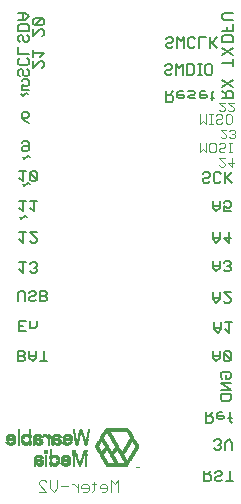
<source format=gbo>
G04 EAGLE Gerber X2 export*
%TF.Part,Single*%
%TF.FileFunction,Legend,Bot,1*%
%TF.FilePolarity,Positive*%
%TF.GenerationSoftware,Autodesk,EAGLE,9.1.2*%
%TF.CreationDate,2018-08-18T03:54:16Z*%
G75*
%MOIN*%
%FSLAX36Y36*%
%LPD*%
%AMOC8*
5,1,8,0,0,1.08239X$1,22.5*%
G01*
%ADD10C,0.005000*%
%ADD11C,0.004000*%
%ADD12C,0.003000*%
%ADD13R,0.060528X0.000098*%
%ADD14R,0.061807X0.000098*%
%ADD15R,0.062799X0.000098*%
%ADD16R,0.063583X0.000098*%
%ADD17R,0.064173X0.000098*%
%ADD18R,0.064764X0.000098*%
%ADD19R,0.065256X0.000098*%
%ADD20R,0.065752X0.000098*%
%ADD21R,0.066240X0.000098*%
%ADD22R,0.066634X0.000098*%
%ADD23R,0.067024X0.000098*%
%ADD24R,0.067421X0.000098*%
%ADD25R,0.067717X0.000098*%
%ADD26R,0.068110X0.000098*%
%ADD27R,0.068402X0.000098*%
%ADD28R,0.004134X0.000098*%
%ADD29R,0.003150X0.000098*%
%ADD30R,0.003543X0.000098*%
%ADD31R,0.068701X0.000098*%
%ADD32R,0.006394X0.000098*%
%ADD33R,0.004921X0.000098*%
%ADD34R,0.005508X0.000098*%
%ADD35R,0.069000X0.000098*%
%ADD36R,0.007969X0.000098*%
%ADD37R,0.006201X0.000098*%
%ADD38R,0.006886X0.000098*%
%ADD39R,0.069291X0.000098*%
%ADD40R,0.009154X0.000098*%
%ADD41R,0.007185X0.000098*%
%ADD42R,0.007976X0.000098*%
%ADD43R,0.069587X0.000098*%
%ADD44R,0.010339X0.000098*%
%ADD45R,0.008169X0.000098*%
%ADD46R,0.008953X0.000098*%
%ADD47R,0.069787X0.000098*%
%ADD48R,0.011220X0.000098*%
%ADD49R,0.008862X0.000098*%
%ADD50R,0.009740X0.000098*%
%ADD51R,0.070075X0.000098*%
%ADD52R,0.012106X0.000098*%
%ADD53R,0.009646X0.000098*%
%ADD54R,0.010429X0.000098*%
%ADD55R,0.070276X0.000098*%
%ADD56R,0.012890X0.000098*%
%ADD57R,0.010240X0.000098*%
%ADD58R,0.070571X0.000098*%
%ADD59R,0.013587X0.000098*%
%ADD60R,0.010823X0.000098*%
%ADD61R,0.011807X0.000098*%
%ADD62R,0.070768X0.000098*%
%ADD63R,0.009248X0.000098*%
%ADD64R,0.007382X0.000098*%
%ADD65R,0.009252X0.000098*%
%ADD66R,0.014272X0.000098*%
%ADD67R,0.011417X0.000098*%
%ADD68R,0.007776X0.000098*%
%ADD69R,0.012402X0.000098*%
%ADD70R,0.070969X0.000098*%
%ADD71R,0.014961X0.000098*%
%ADD72R,0.011913X0.000098*%
%ADD73R,0.012898X0.000098*%
%ADD74R,0.071260X0.000098*%
%ADD75R,0.007484X0.000098*%
%ADD76R,0.015457X0.000098*%
%ADD77R,0.012500X0.000098*%
%ADD78R,0.007878X0.000098*%
%ADD79R,0.013386X0.000098*%
%ADD80R,0.071457X0.000098*%
%ADD81R,0.007579X0.000098*%
%ADD82R,0.016043X0.000098*%
%ADD83R,0.012992X0.000098*%
%ADD84R,0.013874X0.000098*%
%ADD85R,0.007874X0.000098*%
%ADD86R,0.071650X0.000098*%
%ADD87R,0.016535X0.000098*%
%ADD88R,0.014370X0.000098*%
%ADD89R,0.071846X0.000098*%
%ADD90R,0.007673X0.000098*%
%ADD91R,0.017028X0.000098*%
%ADD92R,0.013878X0.000098*%
%ADD93R,0.014764X0.000098*%
%ADD94R,0.072043X0.000098*%
%ADD95R,0.017520X0.000098*%
%ADD96R,0.015157X0.000098*%
%ADD97R,0.072244X0.000098*%
%ADD98R,0.018008X0.000098*%
%ADD99R,0.014665X0.000098*%
%ADD100R,0.015654X0.000098*%
%ADD101R,0.072343X0.000098*%
%ADD102R,0.007972X0.000098*%
%ADD103R,0.018406X0.000098*%
%ADD104R,0.015945X0.000098*%
%ADD105R,0.072539X0.000098*%
%ADD106R,0.018799X0.000098*%
%ADD107R,0.015453X0.000098*%
%ADD108R,0.016244X0.000098*%
%ADD109R,0.072736X0.000098*%
%ADD110R,0.008071X0.000098*%
%ADD111R,0.019193X0.000098*%
%ADD112R,0.015752X0.000098*%
%ADD113R,0.016630X0.000098*%
%ADD114R,0.072835X0.000098*%
%ADD115R,0.019591X0.000098*%
%ADD116R,0.016142X0.000098*%
%ADD117R,0.017031X0.000098*%
%ADD118R,0.073031X0.000098*%
%ADD119R,0.019984X0.000098*%
%ADD120R,0.017319X0.000098*%
%ADD121R,0.073228X0.000098*%
%ADD122R,0.008268X0.000098*%
%ADD123R,0.020378X0.000098*%
%ADD124R,0.016831X0.000098*%
%ADD125R,0.017622X0.000098*%
%ADD126R,0.073323X0.000098*%
%ADD127R,0.008366X0.000098*%
%ADD128R,0.020669X0.000098*%
%ADD129R,0.017130X0.000098*%
%ADD130R,0.017913X0.000098*%
%ADD131R,0.073524X0.000098*%
%ADD132R,0.008465X0.000098*%
%ADD133R,0.021063X0.000098*%
%ADD134R,0.018307X0.000098*%
%ADD135R,0.073622X0.000098*%
%ADD136R,0.021362X0.000098*%
%ADD137R,0.017713X0.000098*%
%ADD138R,0.018508X0.000098*%
%ADD139R,0.008165X0.000098*%
%ADD140R,0.073819X0.000098*%
%ADD141R,0.008563X0.000098*%
%ADD142R,0.021654X0.000098*%
%ADD143R,0.018114X0.000098*%
%ADD144R,0.073921X0.000098*%
%ADD145R,0.008657X0.000098*%
%ADD146R,0.022047X0.000098*%
%ADD147R,0.018996X0.000098*%
%ADD148R,0.008264X0.000098*%
%ADD149R,0.074020X0.000098*%
%ADD150R,0.008760X0.000098*%
%ADD151R,0.022244X0.000098*%
%ADD152R,0.018602X0.000098*%
%ADD153R,0.019295X0.000098*%
%ADD154R,0.074213X0.000098*%
%ADD155R,0.022543X0.000098*%
%ADD156R,0.018902X0.000098*%
%ADD157R,0.019587X0.000098*%
%ADD158R,0.074315X0.000098*%
%ADD159R,0.022835X0.000098*%
%ADD160R,0.019091X0.000098*%
%ADD161R,0.019783X0.000098*%
%ADD162R,0.074413X0.000098*%
%ADD163R,0.008957X0.000098*%
%ADD164R,0.023126X0.000098*%
%ADD165R,0.019390X0.000098*%
%ADD166R,0.019980X0.000098*%
%ADD167R,0.074508X0.000098*%
%ADD168R,0.023331X0.000098*%
%ADD169R,0.019583X0.000098*%
%ADD170R,0.020276X0.000098*%
%ADD171R,0.008362X0.000098*%
%ADD172R,0.074606X0.000098*%
%ADD173R,0.009051X0.000098*%
%ADD174R,0.023622X0.000098*%
%ADD175R,0.019886X0.000098*%
%ADD176R,0.020472X0.000098*%
%ADD177R,0.074807X0.000098*%
%ADD178R,0.023917X0.000098*%
%ADD179R,0.020079X0.000098*%
%ADD180R,0.020665X0.000098*%
%ADD181R,0.074902X0.000098*%
%ADD182R,0.009256X0.000098*%
%ADD183R,0.024110X0.000098*%
%ADD184R,0.020280X0.000098*%
%ADD185R,0.020870X0.000098*%
%ADD186R,0.074996X0.000098*%
%ADD187R,0.009350X0.000098*%
%ADD188R,0.024315X0.000098*%
%ADD189R,0.020571X0.000098*%
%ADD190R,0.075098X0.000098*%
%ADD191R,0.024606X0.000098*%
%ADD192R,0.020768X0.000098*%
%ADD193R,0.021354X0.000098*%
%ADD194R,0.075197X0.000098*%
%ADD195R,0.009445X0.000098*%
%ADD196R,0.024898X0.000098*%
%ADD197R,0.020961X0.000098*%
%ADD198R,0.008370X0.000098*%
%ADD199R,0.021559X0.000098*%
%ADD200R,0.075291X0.000098*%
%ADD201R,0.009547X0.000098*%
%ADD202R,0.025102X0.000098*%
%ADD203R,0.021161X0.000098*%
%ADD204R,0.021657X0.000098*%
%ADD205R,0.075492X0.000098*%
%ADD206R,0.025295X0.000098*%
%ADD207R,0.021850X0.000098*%
%ADD208R,0.075594X0.000098*%
%ADD209R,0.009650X0.000098*%
%ADD210R,0.025492X0.000098*%
%ADD211R,0.075689X0.000098*%
%ADD212R,0.009744X0.000098*%
%ADD213R,0.025693X0.000098*%
%ADD214R,0.021752X0.000098*%
%ADD215R,0.008559X0.000098*%
%ADD216R,0.075787X0.000098*%
%ADD217R,0.009843X0.000098*%
%ADD218R,0.025882X0.000098*%
%ADD219R,0.021854X0.000098*%
%ADD220R,0.022441X0.000098*%
%ADD221R,0.075890X0.000098*%
%ADD222R,0.009941X0.000098*%
%ADD223R,0.026181X0.000098*%
%ADD224R,0.022539X0.000098*%
%ADD225R,0.075988X0.000098*%
%ADD226R,0.026283X0.000098*%
%ADD227R,0.022736X0.000098*%
%ADD228R,0.076083X0.000098*%
%ADD229R,0.010035X0.000098*%
%ADD230R,0.026472X0.000098*%
%ADD231R,0.022437X0.000098*%
%ADD232R,0.031492X0.000098*%
%ADD233R,0.076280X0.000098*%
%ADD234R,0.010138X0.000098*%
%ADD235R,0.026673X0.000098*%
%ADD236R,0.022535X0.000098*%
%ADD237R,0.076378X0.000098*%
%ADD238R,0.026866X0.000098*%
%ADD239R,0.031205X0.000098*%
%ADD240R,0.031594X0.000098*%
%ADD241R,0.076476X0.000098*%
%ADD242R,0.027067X0.000098*%
%ADD243R,0.031693X0.000098*%
%ADD244R,0.076571X0.000098*%
%ADD245R,0.010335X0.000098*%
%ADD246R,0.027268X0.000098*%
%ADD247R,0.031299X0.000098*%
%ADD248R,0.076669X0.000098*%
%ADD249R,0.031402X0.000098*%
%ADD250R,0.031787X0.000098*%
%ADD251R,0.076866X0.000098*%
%ADD252R,0.027461X0.000098*%
%ADD253R,0.031496X0.000098*%
%ADD254R,0.010531X0.000098*%
%ADD255R,0.027661X0.000098*%
%ADD256R,0.031598X0.000098*%
%ADD257R,0.031886X0.000098*%
%ADD258R,0.077063X0.000098*%
%ADD259R,0.010634X0.000098*%
%ADD260R,0.027850X0.000098*%
%ADD261R,0.077165X0.000098*%
%ADD262R,0.010728X0.000098*%
%ADD263R,0.027953X0.000098*%
%ADD264R,0.031988X0.000098*%
%ADD265R,0.077264X0.000098*%
%ADD266R,0.028150X0.000098*%
%ADD267R,0.031791X0.000098*%
%ADD268R,0.032083X0.000098*%
%ADD269R,0.077362X0.000098*%
%ADD270R,0.028343X0.000098*%
%ADD271R,0.031890X0.000098*%
%ADD272R,0.077461X0.000098*%
%ADD273R,0.010925X0.000098*%
%ADD274R,0.028445X0.000098*%
%ADD275R,0.077657X0.000098*%
%ADD276R,0.028543X0.000098*%
%ADD277R,0.032181X0.000098*%
%ADD278R,0.011028X0.000098*%
%ADD279R,0.028740X0.000098*%
%ADD280R,0.032091X0.000098*%
%ADD281R,0.077854X0.000098*%
%ADD282R,0.011122X0.000098*%
%ADD283R,0.028843X0.000098*%
%ADD284R,0.032185X0.000098*%
%ADD285R,0.032283X0.000098*%
%ADD286R,0.077953X0.000098*%
%ADD287R,0.029035X0.000098*%
%ADD288R,0.078055X0.000098*%
%ADD289R,0.011319X0.000098*%
%ADD290R,0.029134X0.000098*%
%ADD291R,0.032287X0.000098*%
%ADD292R,0.032382X0.000098*%
%ADD293R,0.078150X0.000098*%
%ADD294R,0.029236X0.000098*%
%ADD295R,0.078244X0.000098*%
%ADD296R,0.029425X0.000098*%
%ADD297R,0.078445X0.000098*%
%ADD298R,0.011516X0.000098*%
%ADD299R,0.029528X0.000098*%
%ADD300R,0.032484X0.000098*%
%ADD301R,0.032476X0.000098*%
%ADD302R,0.029630X0.000098*%
%ADD303R,0.032579X0.000098*%
%ADD304R,0.078638X0.000098*%
%ADD305R,0.011614X0.000098*%
%ADD306R,0.029724X0.000098*%
%ADD307R,0.032575X0.000098*%
%ADD308R,0.078740X0.000098*%
%ADD309R,0.011713X0.000098*%
%ADD310R,0.029917X0.000098*%
%ADD311R,0.032677X0.000098*%
%ADD312R,0.078843X0.000098*%
%ADD313R,0.079035X0.000098*%
%ADD314R,0.030122X0.000098*%
%ADD315R,0.032776X0.000098*%
%ADD316R,0.011909X0.000098*%
%ADD317R,0.030217X0.000098*%
%ADD318R,0.079236X0.000098*%
%ADD319R,0.012012X0.000098*%
%ADD320R,0.030311X0.000098*%
%ADD321R,0.032874X0.000098*%
%ADD322R,0.030413X0.000098*%
%ADD323R,0.033075X0.000098*%
%ADD324R,0.079429X0.000098*%
%ADD325R,0.030516X0.000098*%
%ADD326R,0.032772X0.000098*%
%ADD327R,0.079528X0.000098*%
%ADD328R,0.012201X0.000098*%
%ADD329R,0.030610X0.000098*%
%ADD330R,0.033169X0.000098*%
%ADD331R,0.079630X0.000098*%
%ADD332R,0.012303X0.000098*%
%ADD333R,0.030811X0.000098*%
%ADD334R,0.079823X0.000098*%
%ADD335R,0.033272X0.000098*%
%ADD336R,0.032870X0.000098*%
%ADD337R,0.012406X0.000098*%
%ADD338R,0.030906X0.000098*%
%ADD339R,0.080020X0.000098*%
%ADD340R,0.031004X0.000098*%
%ADD341R,0.033366X0.000098*%
%ADD342R,0.012594X0.000098*%
%ADD343R,0.031102X0.000098*%
%ADD344R,0.012496X0.000098*%
%ADD345R,0.011906X0.000098*%
%ADD346R,0.012697X0.000098*%
%ADD347R,0.014173X0.000098*%
%ADD348R,0.014075X0.000098*%
%ADD349R,0.033465X0.000098*%
%ADD350R,0.012102X0.000098*%
%ADD351R,0.014472X0.000098*%
%ADD352R,0.013579X0.000098*%
%ADD353R,0.013583X0.000098*%
%ADD354R,0.015846X0.000098*%
%ADD355R,0.014276X0.000098*%
%ADD356R,0.013189X0.000098*%
%ADD357R,0.011315X0.000098*%
%ADD358R,0.012799X0.000098*%
%ADD359R,0.013091X0.000098*%
%ADD360R,0.033563X0.000098*%
%ADD361R,0.012894X0.000098*%
%ADD362R,0.012795X0.000098*%
%ADD363R,0.012598X0.000098*%
%ADD364R,0.033661X0.000098*%
%ADD365R,0.011217X0.000098*%
%ADD366R,0.014858X0.000098*%
%ADD367R,0.014079X0.000098*%
%ADD368R,0.012307X0.000098*%
%ADD369R,0.011126X0.000098*%
%ADD370R,0.012209X0.000098*%
%ADD371R,0.012004X0.000098*%
%ADD372R,0.011024X0.000098*%
%ADD373R,0.014661X0.000098*%
%ADD374R,0.013976X0.000098*%
%ADD375R,0.011811X0.000098*%
%ADD376R,0.016634X0.000098*%
%ADD377R,0.014469X0.000098*%
%ADD378R,0.010831X0.000098*%
%ADD379R,0.014169X0.000098*%
%ADD380R,0.013980X0.000098*%
%ADD381R,0.010732X0.000098*%
%ADD382R,0.013972X0.000098*%
%ADD383R,0.013287X0.000098*%
%ADD384R,0.011520X0.000098*%
%ADD385R,0.013681X0.000098*%
%ADD386R,0.015059X0.000098*%
%ADD387R,0.010630X0.000098*%
%ADD388R,0.013780X0.000098*%
%ADD389R,0.011610X0.000098*%
%ADD390R,0.011323X0.000098*%
%ADD391R,0.011118X0.000098*%
%ADD392R,0.013484X0.000098*%
%ADD393R,0.011020X0.000098*%
%ADD394R,0.010437X0.000098*%
%ADD395R,0.013480X0.000098*%
%ADD396R,0.010921X0.000098*%
%ADD397R,0.013283X0.000098*%
%ADD398R,0.010236X0.000098*%
%ADD399R,0.013087X0.000098*%
%ADD400R,0.010331X0.000098*%
%ADD401R,0.012791X0.000098*%
%ADD402R,0.013783X0.000098*%
%ADD403R,0.010528X0.000098*%
%ADD404R,0.010929X0.000098*%
%ADD405R,0.012110X0.000098*%
%ADD406R,0.010039X0.000098*%
%ADD407R,0.012398X0.000098*%
%ADD408R,0.014567X0.000098*%
%ADD409R,0.009937X0.000098*%
%ADD410R,0.014177X0.000098*%
%ADD411R,0.010433X0.000098*%
%ADD412R,0.012504X0.000098*%
%ADD413R,0.010142X0.000098*%
%ADD414R,0.014862X0.000098*%
%ADD415R,0.012205X0.000098*%
%ADD416R,0.014965X0.000098*%
%ADD417R,0.014366X0.000098*%
%ADD418R,0.010232X0.000098*%
%ADD419R,0.011709X0.000098*%
%ADD420R,0.009945X0.000098*%
%ADD421R,0.015154X0.000098*%
%ADD422R,0.014571X0.000098*%
%ADD423R,0.010043X0.000098*%
%ADD424R,0.011815X0.000098*%
%ADD425R,0.011512X0.000098*%
%ADD426R,0.015358X0.000098*%
%ADD427R,0.011413X0.000098*%
%ADD428R,0.015551X0.000098*%
%ADD429R,0.015650X0.000098*%
%ADD430R,0.009449X0.000098*%
%ADD431R,0.015941X0.000098*%
%ADD432R,0.014957X0.000098*%
%ADD433R,0.016146X0.000098*%
%ADD434R,0.006984X0.000098*%
%ADD435R,0.015161X0.000098*%
%ADD436R,0.009748X0.000098*%
%ADD437R,0.006106X0.000098*%
%ADD438R,0.010827X0.000098*%
%ADD439R,0.010724X0.000098*%
%ADD440R,0.016339X0.000098*%
%ADD441R,0.015256X0.000098*%
%ADD442R,0.005220X0.000098*%
%ADD443R,0.010626X0.000098*%
%ADD444R,0.016437X0.000098*%
%ADD445R,0.015350X0.000098*%
%ADD446R,0.004429X0.000098*%
%ADD447R,0.016539X0.000098*%
%ADD448R,0.016728X0.000098*%
%ADD449R,0.002756X0.000098*%
%ADD450R,0.015555X0.000098*%
%ADD451R,0.001969X0.000098*%
%ADD452R,0.016933X0.000098*%
%ADD453R,0.001083X0.000098*%
%ADD454R,0.000201X0.000098*%
%ADD455R,0.017126X0.000098*%
%ADD456R,0.015744X0.000098*%
%ADD457R,0.010134X0.000098*%
%ADD458R,0.017327X0.000098*%
%ADD459R,0.015949X0.000098*%
%ADD460R,0.017516X0.000098*%
%ADD461R,0.017614X0.000098*%
%ADD462R,0.017717X0.000098*%
%ADD463R,0.017819X0.000098*%
%ADD464R,0.016240X0.000098*%
%ADD465R,0.009543X0.000098*%
%ADD466R,0.009642X0.000098*%
%ADD467R,0.009551X0.000098*%
%ADD468R,0.018303X0.000098*%
%ADD469R,0.018402X0.000098*%
%ADD470R,0.018500X0.000098*%
%ADD471R,0.018701X0.000098*%
%ADD472R,0.018898X0.000098*%
%ADD473R,0.009346X0.000098*%
%ADD474R,0.009354X0.000098*%
%ADD475R,0.019189X0.000098*%
%ADD476R,0.019287X0.000098*%
%ADD477R,0.017122X0.000098*%
%ADD478R,0.019488X0.000098*%
%ADD479R,0.017224X0.000098*%
%ADD480R,0.019685X0.000098*%
%ADD481R,0.017421X0.000098*%
%ADD482R,0.017618X0.000098*%
%ADD483R,0.020075X0.000098*%
%ADD484R,0.009453X0.000098*%
%ADD485R,0.011717X0.000098*%
%ADD486R,0.017720X0.000098*%
%ADD487R,0.017815X0.000098*%
%ADD488R,0.008858X0.000098*%
%ADD489R,0.034252X0.000098*%
%ADD490R,0.020673X0.000098*%
%ADD491R,0.020862X0.000098*%
%ADD492R,0.008854X0.000098*%
%ADD493R,0.008961X0.000098*%
%ADD494R,0.013776X0.000098*%
%ADD495R,0.021067X0.000098*%
%ADD496R,0.021260X0.000098*%
%ADD497R,0.034354X0.000098*%
%ADD498R,0.021358X0.000098*%
%ADD499R,0.016638X0.000098*%
%ADD500R,0.021461X0.000098*%
%ADD501R,0.021650X0.000098*%
%ADD502R,0.019386X0.000098*%
%ADD503R,0.022248X0.000098*%
%ADD504R,0.020575X0.000098*%
%ADD505R,0.022146X0.000098*%
%ADD506R,0.022638X0.000098*%
%ADD507R,0.023035X0.000098*%
%ADD508R,0.034449X0.000098*%
%ADD509R,0.023224X0.000098*%
%ADD510R,0.031394X0.000098*%
%ADD511R,0.023421X0.000098*%
%ADD512R,0.031197X0.000098*%
%ADD513R,0.031098X0.000098*%
%ADD514R,0.030803X0.000098*%
%ADD515R,0.030705X0.000098*%
%ADD516R,0.030508X0.000098*%
%ADD517R,0.030409X0.000098*%
%ADD518R,0.030114X0.000098*%
%ADD519R,0.030016X0.000098*%
%ADD520R,0.029921X0.000098*%
%ADD521R,0.029720X0.000098*%
%ADD522R,0.029622X0.000098*%
%ADD523R,0.029327X0.000098*%
%ADD524R,0.029232X0.000098*%
%ADD525R,0.029031X0.000098*%
%ADD526R,0.028933X0.000098*%
%ADD527R,0.028736X0.000098*%
%ADD528R,0.028244X0.000098*%
%ADD529R,0.028047X0.000098*%
%ADD530R,0.027654X0.000098*%
%ADD531R,0.027362X0.000098*%
%ADD532R,0.027161X0.000098*%
%ADD533R,0.026965X0.000098*%
%ADD534R,0.026378X0.000098*%
%ADD535R,0.026177X0.000098*%
%ADD536R,0.034256X0.000098*%
%ADD537R,0.025488X0.000098*%
%ADD538R,0.025193X0.000098*%
%ADD539R,0.024902X0.000098*%
%ADD540R,0.034154X0.000098*%
%ADD541R,0.024504X0.000098*%
%ADD542R,0.023717X0.000098*%
%ADD543R,0.023228X0.000098*%
%ADD544R,0.022732X0.000098*%
%ADD545R,0.022240X0.000098*%
%ADD546R,0.034055X0.000098*%
%ADD547R,0.020469X0.000098*%
%ADD548R,0.019780X0.000098*%
%ADD549R,0.009059X0.000098*%
%ADD550R,0.017024X0.000098*%
%ADD551R,0.016335X0.000098*%
%ADD552R,0.015646X0.000098*%
%ADD553R,0.014268X0.000098*%
%ADD554R,0.000295X0.000098*%
%ADD555R,0.000988X0.000098*%
%ADD556R,0.001772X0.000098*%
%ADD557R,0.002559X0.000098*%
%ADD558R,0.003445X0.000098*%
%ADD559R,0.005705X0.000098*%
%ADD560R,0.006492X0.000098*%
%ADD561R,0.007280X0.000098*%
%ADD562R,0.008067X0.000098*%
%ADD563R,0.009055X0.000098*%
%ADD564R,0.011618X0.000098*%
%ADD565R,0.012008X0.000098*%
%ADD566R,0.012701X0.000098*%
%ADD567R,0.013390X0.000098*%
%ADD568R,0.015748X0.000098*%
%ADD569R,0.013291X0.000098*%
%ADD570R,0.014374X0.000098*%
%ADD571R,0.030315X0.000098*%
%ADD572R,0.029819X0.000098*%
%ADD573R,0.030118X0.000098*%
%ADD574R,0.029827X0.000098*%
%ADD575R,0.029138X0.000098*%
%ADD576R,0.032972X0.000098*%
%ADD577R,0.028642X0.000098*%
%ADD578R,0.028441X0.000098*%
%ADD579R,0.029228X0.000098*%
%ADD580R,0.008756X0.000098*%
%ADD581R,0.028252X0.000098*%
%ADD582R,0.032583X0.000098*%
%ADD583R,0.029039X0.000098*%
%ADD584R,0.008764X0.000098*%
%ADD585R,0.032480X0.000098*%
%ADD586R,0.028839X0.000098*%
%ADD587R,0.027858X0.000098*%
%ADD588R,0.032386X0.000098*%
%ADD589R,0.027756X0.000098*%
%ADD590R,0.028638X0.000098*%
%ADD591R,0.027465X0.000098*%
%ADD592R,0.032189X0.000098*%
%ADD593R,0.027264X0.000098*%
%ADD594R,0.028346X0.000098*%
%ADD595R,0.027165X0.000098*%
%ADD596R,0.032087X0.000098*%
%ADD597R,0.026969X0.000098*%
%ADD598R,0.026870X0.000098*%
%ADD599R,0.027949X0.000098*%
%ADD600R,0.026669X0.000098*%
%ADD601R,0.026575X0.000098*%
%ADD602R,0.031697X0.000098*%
%ADD603R,0.027563X0.000098*%
%ADD604R,0.025984X0.000098*%
%ADD605R,0.031500X0.000098*%
%ADD606R,0.027260X0.000098*%
%ADD607R,0.025787X0.000098*%
%ADD608R,0.031398X0.000098*%
%ADD609R,0.031303X0.000098*%
%ADD610R,0.026776X0.000098*%
%ADD611R,0.025394X0.000098*%
%ADD612R,0.031201X0.000098*%
%ADD613R,0.026571X0.000098*%
%ADD614R,0.025197X0.000098*%
%ADD615R,0.025000X0.000098*%
%ADD616R,0.024803X0.000098*%
%ADD617R,0.026185X0.000098*%
%ADD618R,0.024409X0.000098*%
%ADD619R,0.030709X0.000098*%
%ADD620R,0.024118X0.000098*%
%ADD621R,0.030614X0.000098*%
%ADD622R,0.025591X0.000098*%
%ADD623R,0.030512X0.000098*%
%ADD624R,0.025398X0.000098*%
%ADD625R,0.023720X0.000098*%
%ADD626R,0.023425X0.000098*%
%ADD627R,0.025098X0.000098*%
%ADD628R,0.023031X0.000098*%
%ADD629R,0.024705X0.000098*%
%ADD630R,0.022740X0.000098*%
%ADD631R,0.020374X0.000098*%
%ADD632R,0.024406X0.000098*%
%ADD633R,0.020181X0.000098*%
%ADD634R,0.024114X0.000098*%
%ADD635R,0.022343X0.000098*%
%ADD636R,0.021756X0.000098*%
%ADD637R,0.019484X0.000098*%
%ADD638R,0.023524X0.000098*%
%ADD639R,0.021551X0.000098*%
%ADD640R,0.008665X0.000098*%
%ADD641R,0.021157X0.000098*%
%ADD642R,0.022933X0.000098*%
%ADD643R,0.020969X0.000098*%
%ADD644R,0.018697X0.000098*%
%ADD645R,0.018409X0.000098*%
%ADD646R,0.022445X0.000098*%
%ADD647R,0.018012X0.000098*%
%ADD648R,0.020083X0.000098*%
%ADD649R,0.021846X0.000098*%
%ADD650R,0.021457X0.000098*%
%ADD651R,0.021256X0.000098*%
%ADD652R,0.019094X0.000098*%
%ADD653R,0.016929X0.000098*%
%ADD654R,0.016736X0.000098*%
%ADD655R,0.019878X0.000098*%
%ADD656R,0.019492X0.000098*%
%ADD657R,0.016835X0.000098*%
%ADD658R,0.018598X0.000098*%
%ADD659R,0.014465X0.000098*%
%ADD660R,0.018209X0.000098*%
%ADD661R,0.017228X0.000098*%
%ADD662R,0.012693X0.000098*%
%ADD663R,0.011224X0.000098*%
%ADD664R,0.017425X0.000098*%
%ADD665R,0.015055X0.000098*%
%ADD666R,0.017323X0.000098*%
%ADD667R,0.013677X0.000098*%
%ADD668R,0.008461X0.000098*%
%ADD669R,0.007681X0.000098*%
%ADD670R,0.006594X0.000098*%
%ADD671R,0.006402X0.000098*%
%ADD672R,0.007386X0.000098*%
%ADD673R,0.004626X0.000098*%
%ADD674R,0.003933X0.000098*%
%ADD675R,0.005417X0.000098*%
%ADD676R,0.000886X0.000098*%
%ADD677R,0.001283X0.000098*%
%ADD678R,0.016827X0.000098*%
%ADD679R,0.012602X0.000098*%
%ADD680R,0.016732X0.000098*%
%ADD681R,0.012996X0.000098*%
%ADD682R,0.012988X0.000098*%
%ADD683R,0.013185X0.000098*%
%ADD684R,0.013193X0.000098*%
%ADD685R,0.013382X0.000098*%
%ADD686R,0.016433X0.000098*%
%ADD687R,0.014071X0.000098*%
%ADD688R,0.014563X0.000098*%
%ADD689R,0.016047X0.000098*%
%ADD690R,0.015063X0.000098*%
%ADD691R,0.015354X0.000098*%
%ADD692R,0.015850X0.000098*%
%ADD693R,0.016343X0.000098*%
%ADD694R,0.016138X0.000098*%
%ADD695R,0.015547X0.000098*%
%ADD696R,0.016531X0.000098*%
%ADD697R,0.016925X0.000098*%
%ADD698R,0.015252X0.000098*%
%ADD699R,0.017524X0.000098*%
%ADD700R,0.017917X0.000098*%
%ADD701R,0.017811X0.000098*%
%ADD702R,0.018106X0.000098*%
%ADD703R,0.017909X0.000098*%
%ADD704R,0.018205X0.000098*%
%ADD705R,0.018504X0.000098*%
%ADD706R,0.018213X0.000098*%
%ADD707R,0.018705X0.000098*%
%ADD708R,0.018894X0.000098*%
%ADD709R,0.018992X0.000098*%
%ADD710R,0.019098X0.000098*%
%ADD711R,0.019291X0.000098*%
%ADD712R,0.019394X0.000098*%
%ADD713R,0.020177X0.000098*%
%ADD714R,0.020866X0.000098*%
%ADD715R,0.020965X0.000098*%
%ADD716R,0.021165X0.000098*%
%ADD717R,0.021264X0.000098*%
%ADD718R,0.021059X0.000098*%
%ADD719R,0.021453X0.000098*%
%ADD720R,0.021555X0.000098*%
%ADD721R,0.021949X0.000098*%
%ADD722R,0.022051X0.000098*%
%ADD723R,0.022839X0.000098*%
%ADD724R,0.023028X0.000098*%
%ADD725R,0.022634X0.000098*%
%ADD726R,0.023130X0.000098*%
%ADD727R,0.023327X0.000098*%
%ADD728R,0.023134X0.000098*%
%ADD729R,0.023232X0.000098*%
%ADD730R,0.023626X0.000098*%
%ADD731R,0.023429X0.000098*%
%ADD732R,0.011421X0.000098*%
%ADD733R,0.023618X0.000098*%
%ADD734R,0.022929X0.000098*%
%ADD735R,0.022831X0.000098*%
%ADD736R,0.020272X0.000098*%
%ADD737R,0.019882X0.000098*%
%ADD738R,0.019681X0.000098*%
%ADD739R,0.019197X0.000098*%
%ADD740R,0.018311X0.000098*%
%ADD741R,0.018110X0.000098*%
%ADD742R,0.010535X0.000098*%
%ADD743R,0.014760X0.000098*%
%ADD744R,0.001575X0.000098*%
%ADD745R,0.001378X0.000098*%
%ADD746R,0.001185X0.000098*%
%ADD747R,0.001669X0.000098*%
%ADD748R,0.005319X0.000098*%
%ADD749R,0.004531X0.000098*%
%ADD750R,0.004528X0.000098*%
%ADD751R,0.004035X0.000098*%
%ADD752R,0.005217X0.000098*%
%ADD753R,0.006205X0.000098*%
%ADD754R,0.005512X0.000098*%
%ADD755R,0.007087X0.000098*%
%ADD756R,0.008567X0.000098*%
%ADD757R,0.006591X0.000098*%
%ADD758R,0.008469X0.000098*%
%ADD759R,0.009157X0.000098*%
%ADD760R,0.008661X0.000098*%
%ADD761R,0.014866X0.000098*%
%ADD762R,0.016441X0.000098*%
%ADD763R,0.008173X0.000098*%
%ADD764R,0.016039X0.000098*%
%ADD765R,0.009150X0.000098*%
%ADD766R,0.022642X0.000098*%
%ADD767R,0.008272X0.000098*%
%ADD768R,0.023823X0.000098*%
%ADD769R,0.020567X0.000098*%
%ADD770R,0.024012X0.000098*%
%ADD771R,0.020772X0.000098*%
%ADD772R,0.020173X0.000098*%
%ADD773R,0.024016X0.000098*%
%ADD774R,0.024217X0.000098*%
%ADD775R,0.024508X0.000098*%
%ADD776R,0.024709X0.000098*%
%ADD777R,0.025094X0.000098*%
%ADD778R,0.025980X0.000098*%
%ADD779R,0.026382X0.000098*%
%ADD780R,0.031106X0.000098*%
%ADD781R,0.026772X0.000098*%
%ADD782R,0.027169X0.000098*%
%ADD783R,0.031795X0.000098*%
%ADD784R,0.027457X0.000098*%
%ADD785R,0.027559X0.000098*%
%ADD786R,0.027657X0.000098*%
%ADD787R,0.027752X0.000098*%
%ADD788R,0.027854X0.000098*%
%ADD789R,0.028055X0.000098*%
%ADD790R,0.028051X0.000098*%
%ADD791R,0.028248X0.000098*%
%ADD792R,0.031894X0.000098*%
%ADD793R,0.028350X0.000098*%
%ADD794R,0.028744X0.000098*%
%ADD795R,0.029331X0.000098*%
%ADD796R,0.029335X0.000098*%
%ADD797R,0.029429X0.000098*%
%ADD798R,0.029626X0.000098*%
%ADD799R,0.029823X0.000098*%
%ADD800R,0.029925X0.000098*%
%ADD801R,0.030024X0.000098*%
%ADD802R,0.032780X0.000098*%
%ADD803R,0.032878X0.000098*%
%ADD804R,0.032976X0.000098*%
%ADD805R,0.033071X0.000098*%
%ADD806R,0.030713X0.000098*%
%ADD807R,0.033173X0.000098*%
%ADD808R,0.030807X0.000098*%
%ADD809R,0.031000X0.000098*%
%ADD810R,0.013882X0.000098*%
%ADD811R,0.013685X0.000098*%
%ADD812R,0.013094X0.000098*%
%ADD813R,0.033469X0.000098*%
%ADD814R,0.015260X0.000098*%
%ADD815R,0.033567X0.000098*%
%ADD816R,0.033665X0.000098*%
%ADD817R,0.013488X0.000098*%
%ADD818R,0.007476X0.000098*%
%ADD819R,0.006496X0.000098*%
%ADD820R,0.005713X0.000098*%
%ADD821R,0.005709X0.000098*%
%ADD822R,0.004039X0.000098*%
%ADD823R,0.003248X0.000098*%
%ADD824R,0.003154X0.000098*%
%ADD825R,0.002358X0.000098*%
%ADD826R,0.002366X0.000098*%
%ADD827R,0.001476X0.000098*%
%ADD828R,0.001579X0.000098*%
%ADD829R,0.000689X0.000098*%
%ADD830R,0.014669X0.000098*%
%ADD831R,0.023819X0.000098*%
%ADD832R,0.023520X0.000098*%
%ADD833R,0.034248X0.000098*%
%ADD834R,0.034346X0.000098*%
%ADD835R,0.016236X0.000098*%
%ADD836R,0.022043X0.000098*%
%ADD837R,0.017417X0.000098*%
%ADD838R,0.034350X0.000098*%
%ADD839R,0.022346X0.000098*%
%ADD840R,0.020476X0.000098*%
%ADD841R,0.031008X0.000098*%
%ADD842R,0.030319X0.000098*%
%ADD843R,0.030020X0.000098*%
%ADD844R,0.029433X0.000098*%
%ADD845R,0.028547X0.000098*%
%ADD846R,0.028154X0.000098*%
%ADD847R,0.026874X0.000098*%
%ADD848R,0.026579X0.000098*%
%ADD849R,0.026280X0.000098*%
%ADD850R,0.026087X0.000098*%
%ADD851R,0.025791X0.000098*%
%ADD852R,0.034150X0.000098*%
%ADD853R,0.034051X0.000098*%
%ADD854R,0.033961X0.000098*%
%ADD855R,0.000594X0.000098*%
%ADD856R,0.002165X0.000098*%
%ADD857R,0.002161X0.000098*%
%ADD858R,0.002953X0.000098*%
%ADD859R,0.002949X0.000098*%
%ADD860R,0.003642X0.000098*%
%ADD861R,0.003638X0.000098*%
%ADD862R,0.004524X0.000098*%
%ADD863R,0.005311X0.000098*%
%ADD864R,0.005315X0.000098*%
%ADD865R,0.006004X0.000098*%
%ADD866R,0.006098X0.000098*%
%ADD867R,0.006787X0.000098*%
%ADD868R,0.006791X0.000098*%
%ADD869R,0.007677X0.000098*%
%ADD870R,0.000094X0.000098*%
%ADD871R,0.000291X0.000098*%
%ADD872R,0.000488X0.000098*%
%ADD873R,0.000980X0.000098*%
%ADD874R,0.015449X0.000098*%
%ADD875R,0.001276X0.000098*%
%ADD876R,0.001571X0.000098*%
%ADD877R,0.001965X0.000098*%
%ADD878R,0.002461X0.000098*%
%ADD879R,0.003047X0.000098*%
%ADD880R,0.004031X0.000098*%
%ADD881R,0.029728X0.000098*%
%ADD882R,0.028646X0.000098*%
%ADD883R,0.028941X0.000098*%
%ADD884R,0.027957X0.000098*%
%ADD885R,0.027555X0.000098*%
%ADD886R,0.028539X0.000098*%
%ADD887R,0.027366X0.000098*%
%ADD888R,0.026972X0.000098*%
%ADD889R,0.026768X0.000098*%
%ADD890R,0.026476X0.000098*%
%ADD891R,0.025988X0.000098*%
%ADD892R,0.025783X0.000098*%
%ADD893R,0.025594X0.000098*%
%ADD894R,0.025390X0.000098*%
%ADD895R,0.025201X0.000098*%
%ADD896R,0.026480X0.000098*%
%ADD897R,0.024906X0.000098*%
%ADD898R,0.026276X0.000098*%
%ADD899R,0.024799X0.000098*%
%ADD900R,0.025886X0.000098*%
%ADD901R,0.024413X0.000098*%
%ADD902R,0.024307X0.000098*%
%ADD903R,0.025689X0.000098*%
%ADD904R,0.024213X0.000098*%
%ADD905R,0.025496X0.000098*%
%ADD906R,0.025291X0.000098*%
%ADD907R,0.030417X0.000098*%
%ADD908R,0.023323X0.000098*%
%ADD909R,0.024311X0.000098*%
%ADD910R,0.024020X0.000098*%
%ADD911R,0.019787X0.000098*%
%ADD912R,0.018795X0.000098*%
%ADD913R,0.018803X0.000098*%
%ADD914R,0.007870X0.000098*%
%ADD915R,0.009839X0.000098*%
%ADD916R,0.006000X0.000098*%
%ADD917R,0.006197X0.000098*%
%ADD918R,0.007189X0.000098*%
%ADD919R,0.006693X0.000098*%
%ADD920R,0.004720X0.000098*%
%ADD921R,0.005811X0.000098*%
%ADD922R,0.004130X0.000098*%
%ADD923R,0.004138X0.000098*%
%ADD924R,0.003646X0.000098*%
%ADD925R,0.015843X0.000098*%
%ADD926R,0.088677X0.000098*%
%ADD927R,0.088583X0.000098*%
%ADD928R,0.088484X0.000098*%
%ADD929R,0.088382X0.000098*%
%ADD930R,0.088189X0.000098*%
%ADD931R,0.088094X0.000098*%
%ADD932R,0.087992X0.000098*%
%ADD933R,0.087894X0.000098*%
%ADD934R,0.087799X0.000098*%
%ADD935R,0.087701X0.000098*%
%ADD936R,0.087598X0.000098*%
%ADD937R,0.087402X0.000098*%
%ADD938R,0.087303X0.000098*%
%ADD939R,0.087205X0.000098*%
%ADD940R,0.087102X0.000098*%
%ADD941R,0.087004X0.000098*%
%ADD942R,0.086906X0.000098*%
%ADD943R,0.086807X0.000098*%
%ADD944R,0.086610X0.000098*%
%ADD945R,0.086516X0.000098*%
%ADD946R,0.086417X0.000098*%
%ADD947R,0.086319X0.000098*%
%ADD948R,0.086220X0.000098*%
%ADD949R,0.086028X0.000098*%
%ADD950R,0.085827X0.000098*%
%ADD951R,0.085728X0.000098*%
%ADD952R,0.085634X0.000098*%
%ADD953R,0.085531X0.000098*%
%ADD954R,0.085429X0.000098*%
%ADD955R,0.085236X0.000098*%
%ADD956R,0.085035X0.000098*%
%ADD957R,0.084941X0.000098*%
%ADD958R,0.084846X0.000098*%
%ADD959R,0.084748X0.000098*%
%ADD960R,0.084646X0.000098*%
%ADD961R,0.084453X0.000098*%
%ADD962R,0.084252X0.000098*%
%ADD963R,0.084154X0.000098*%
%ADD964R,0.084059X0.000098*%
%ADD965R,0.083858X0.000098*%
%ADD966R,0.083661X0.000098*%
%ADD967R,0.083461X0.000098*%
%ADD968R,0.083362X0.000098*%
%ADD969R,0.083268X0.000098*%
%ADD970R,0.083071X0.000098*%
%ADD971R,0.082878X0.000098*%
%ADD972R,0.082780X0.000098*%
%ADD973R,0.082677X0.000098*%
%ADD974R,0.082480X0.000098*%
%ADD975R,0.082382X0.000098*%
%ADD976R,0.082283X0.000098*%
%ADD977R,0.082083X0.000098*%
%ADD978R,0.081886X0.000098*%
%ADD979R,0.081689X0.000098*%
%ADD980R,0.081496X0.000098*%
%ADD981R,0.081299X0.000098*%
%ADD982R,0.081102X0.000098*%
%ADD983R,0.081004X0.000098*%
%ADD984R,0.080807X0.000098*%
%ADD985R,0.080713X0.000098*%
%ADD986R,0.080508X0.000098*%
%ADD987R,0.080315X0.000098*%
%ADD988R,0.080114X0.000098*%
%ADD989R,0.079925X0.000098*%
%ADD990R,0.079724X0.000098*%
%ADD991R,0.079433X0.000098*%
%ADD992R,0.079138X0.000098*%
%ADD993R,0.078937X0.000098*%
%ADD994R,0.078539X0.000098*%
%ADD995R,0.077957X0.000098*%
%ADD996R,0.076768X0.000098*%
%ADD997R,0.075791X0.000098*%
%ADD998R,0.075394X0.000098*%
%ADD999R,0.075004X0.000098*%
%ADD1000R,0.074409X0.000098*%
%ADD1001R,0.074016X0.000098*%
%ADD1002R,0.073425X0.000098*%
%ADD1003R,0.073035X0.000098*%
%ADD1004R,0.072339X0.000098*%
%ADD1005R,0.071654X0.000098*%
%ADD1006R,0.069689X0.000098*%
%ADD1007C,0.000000*%


D10*
X148012Y1634022D02*
X148012Y1610669D01*
X171365Y1634022D01*
X177203Y1634022D01*
X183042Y1628183D01*
X183042Y1616507D01*
X177203Y1610669D01*
X171365Y1647500D02*
X183042Y1659177D01*
X148012Y1659177D01*
X148012Y1670853D02*
X148012Y1647500D01*
X148012Y1715669D02*
X148012Y1739022D01*
X148012Y1715669D02*
X171365Y1739022D01*
X177203Y1739022D01*
X183042Y1733183D01*
X183042Y1721507D01*
X177203Y1715669D01*
X177203Y1752500D02*
X153850Y1752500D01*
X177203Y1752500D02*
X183042Y1758338D01*
X183042Y1770015D01*
X177203Y1775853D01*
X153850Y1775853D01*
X148012Y1770015D01*
X148012Y1758338D01*
X153850Y1752500D01*
X177203Y1775853D01*
D11*
X768047Y1309000D02*
X786729Y1309000D01*
X768047Y1309000D02*
X786729Y1290317D01*
X786729Y1285647D01*
X782059Y1280976D01*
X772717Y1280976D01*
X768047Y1285647D01*
X811524Y1280976D02*
X811524Y1309000D01*
X797512Y1294988D02*
X811524Y1280976D01*
X816194Y1294988D02*
X797512Y1294988D01*
X791729Y1404000D02*
X773047Y1404000D01*
X791729Y1385317D01*
X791729Y1380647D01*
X787059Y1375976D01*
X777717Y1375976D01*
X773047Y1380647D01*
X802512Y1380647D02*
X807182Y1375976D01*
X816524Y1375976D01*
X821194Y1380647D01*
X821194Y1385317D01*
X816524Y1389988D01*
X811853Y1389988D01*
X816524Y1389988D02*
X821194Y1394659D01*
X821194Y1399329D01*
X816524Y1404000D01*
X807182Y1404000D01*
X802512Y1399329D01*
X786729Y1494000D02*
X768047Y1494000D01*
X786729Y1475317D01*
X786729Y1470647D01*
X782059Y1465976D01*
X772717Y1465976D01*
X768047Y1470647D01*
X797512Y1494000D02*
X816194Y1494000D01*
X797512Y1494000D02*
X816194Y1475317D01*
X816194Y1470647D01*
X811524Y1465976D01*
X802182Y1465976D01*
X797512Y1470647D01*
D10*
X97765Y861662D02*
X97765Y832470D01*
X97765Y861662D02*
X103603Y867500D01*
X115280Y867500D01*
X121118Y861662D01*
X121118Y832470D01*
X152111Y832470D02*
X157949Y838308D01*
X152111Y832470D02*
X140434Y832470D01*
X134596Y838308D01*
X134596Y844147D01*
X140434Y849985D01*
X152111Y849985D01*
X157949Y855823D01*
X157949Y861662D01*
X152111Y867500D01*
X140434Y867500D01*
X134596Y861662D01*
X171428Y867500D02*
X171428Y832470D01*
X188942Y832470D01*
X194781Y838308D01*
X194781Y844147D01*
X188942Y849985D01*
X194781Y855823D01*
X194781Y861662D01*
X188942Y867500D01*
X171428Y867500D01*
X171428Y849985D02*
X188942Y849985D01*
X112857Y927470D02*
X101180Y939147D01*
X112857Y927470D02*
X112857Y962500D01*
X101180Y962500D02*
X124534Y962500D01*
X138012Y933308D02*
X143850Y927470D01*
X155527Y927470D01*
X161365Y933308D01*
X161365Y939147D01*
X155527Y944985D01*
X149688Y944985D01*
X155527Y944985D02*
X161365Y950823D01*
X161365Y956662D01*
X155527Y962500D01*
X143850Y962500D01*
X138012Y956662D01*
X132949Y1537470D02*
X109596Y1537470D01*
X109596Y1554985D01*
X121273Y1549147D01*
X127111Y1549147D01*
X132949Y1554985D01*
X132949Y1566662D01*
X127111Y1572500D01*
X115434Y1572500D01*
X109596Y1566662D01*
X101180Y1144147D02*
X112857Y1132470D01*
X112857Y1167500D01*
X101180Y1167500D02*
X124534Y1167500D01*
X138012Y1144147D02*
X149688Y1132470D01*
X149688Y1167500D01*
X138012Y1167500D02*
X161365Y1167500D01*
X112857Y1232470D02*
X101180Y1244147D01*
X112857Y1232470D02*
X112857Y1267500D01*
X101180Y1267500D02*
X124534Y1267500D01*
X138012Y1261662D02*
X138012Y1238308D01*
X143850Y1232470D01*
X155527Y1232470D01*
X161365Y1238308D01*
X161365Y1261662D01*
X155527Y1267500D01*
X143850Y1267500D01*
X138012Y1261662D01*
X161365Y1238308D01*
X109596Y1361662D02*
X115434Y1367500D01*
X127111Y1367500D01*
X132949Y1361662D01*
X132949Y1338308D01*
X127111Y1332470D01*
X115434Y1332470D01*
X109596Y1338308D01*
X109596Y1344147D01*
X115434Y1349985D01*
X132949Y1349985D01*
X133042Y1599768D02*
X127203Y1605606D01*
X133042Y1599768D02*
X133042Y1588091D01*
X127203Y1582253D01*
X121365Y1582253D01*
X115527Y1588091D01*
X115527Y1599768D01*
X109688Y1605606D01*
X103850Y1605606D01*
X98012Y1599768D01*
X98012Y1588091D01*
X103850Y1582253D01*
X133042Y1636599D02*
X127203Y1642438D01*
X133042Y1636599D02*
X133042Y1624922D01*
X127203Y1619084D01*
X103850Y1619084D01*
X98012Y1624922D01*
X98012Y1636599D01*
X103850Y1642438D01*
X98012Y1655916D02*
X133042Y1655916D01*
X98012Y1655916D02*
X98012Y1679269D01*
X133042Y1714768D02*
X127203Y1720606D01*
X133042Y1714768D02*
X133042Y1703091D01*
X127203Y1697253D01*
X121365Y1697253D01*
X115527Y1703091D01*
X115527Y1714768D01*
X109688Y1720606D01*
X103850Y1720606D01*
X98012Y1714768D01*
X98012Y1703091D01*
X103850Y1697253D01*
X98012Y1734084D02*
X133042Y1734084D01*
X98012Y1734084D02*
X98012Y1751599D01*
X103850Y1757438D01*
X127203Y1757438D01*
X133042Y1751599D01*
X133042Y1734084D01*
X121365Y1770916D02*
X98012Y1770916D01*
X121365Y1770916D02*
X133042Y1782592D01*
X121365Y1794269D01*
X98012Y1794269D01*
X115527Y1794269D02*
X115527Y1770916D01*
X97765Y667500D02*
X97765Y632470D01*
X115280Y632470D01*
X121118Y638308D01*
X121118Y644147D01*
X115280Y649985D01*
X121118Y655823D01*
X121118Y661662D01*
X115280Y667500D01*
X97765Y667500D01*
X97765Y649985D02*
X115280Y649985D01*
X134596Y644147D02*
X134596Y667500D01*
X134596Y644147D02*
X146273Y632470D01*
X157949Y644147D01*
X157949Y667500D01*
X157949Y649985D02*
X134596Y649985D01*
X183104Y667500D02*
X183104Y632470D01*
X171428Y632470D02*
X194781Y632470D01*
X112857Y1027470D02*
X101180Y1039147D01*
X112857Y1027470D02*
X112857Y1062500D01*
X101180Y1062500D02*
X124534Y1062500D01*
X138012Y1062500D02*
X161365Y1062500D01*
X138012Y1062500D02*
X161365Y1039147D01*
X161365Y1033308D01*
X155527Y1027470D01*
X143850Y1027470D01*
X138012Y1033308D01*
X132949Y1427470D02*
X121273Y1433308D01*
X109596Y1444985D01*
X109596Y1456662D01*
X115434Y1462500D01*
X127111Y1462500D01*
X132949Y1456662D01*
X132949Y1450823D01*
X127111Y1444985D01*
X109596Y1444985D01*
X101180Y732470D02*
X124534Y732470D01*
X101180Y732470D02*
X101180Y767500D01*
X124534Y767500D01*
X112857Y749985D02*
X101180Y749985D01*
X138012Y744147D02*
X138012Y767500D01*
X138012Y744147D02*
X155527Y744147D01*
X161365Y749985D01*
X161365Y767500D01*
X131428Y1522530D02*
X125589Y1528368D01*
X113913Y1516692D01*
X108074Y1522530D01*
X717765Y267500D02*
X717765Y232470D01*
X735280Y232470D01*
X741118Y238308D01*
X741118Y249985D01*
X735280Y255823D01*
X717765Y255823D01*
X729441Y255823D02*
X741118Y267500D01*
X772111Y232470D02*
X777949Y238308D01*
X772111Y232470D02*
X760434Y232470D01*
X754596Y238308D01*
X754596Y244147D01*
X760434Y249985D01*
X772111Y249985D01*
X777949Y255823D01*
X777949Y261662D01*
X772111Y267500D01*
X760434Y267500D01*
X754596Y261662D01*
X803104Y267500D02*
X803104Y232470D01*
X791428Y232470D02*
X814781Y232470D01*
X723903Y427470D02*
X723903Y462500D01*
X723903Y427470D02*
X741418Y427470D01*
X747256Y433308D01*
X747256Y444985D01*
X741418Y450823D01*
X723903Y450823D01*
X735580Y450823D02*
X747256Y462500D01*
X766573Y462500D02*
X778250Y462500D01*
X766573Y462500D02*
X760735Y456662D01*
X760735Y444985D01*
X766573Y439147D01*
X778250Y439147D01*
X784088Y444985D01*
X784088Y450823D01*
X760735Y450823D01*
X803404Y462500D02*
X803404Y433308D01*
X809243Y427470D01*
X809243Y444985D02*
X797566Y444985D01*
X751180Y343308D02*
X757019Y337470D01*
X768695Y337470D01*
X774534Y343308D01*
X774534Y349147D01*
X768695Y354985D01*
X762857Y354985D01*
X768695Y354985D02*
X774534Y360823D01*
X774534Y366662D01*
X768695Y372500D01*
X757019Y372500D01*
X751180Y366662D01*
X788012Y360823D02*
X788012Y337470D01*
X788012Y360823D02*
X799688Y372500D01*
X811365Y360823D01*
X811365Y337470D01*
X746180Y1144147D02*
X746180Y1167500D01*
X746180Y1144147D02*
X757857Y1132470D01*
X769534Y1144147D01*
X769534Y1167500D01*
X769534Y1149985D02*
X746180Y1149985D01*
X783012Y1132470D02*
X806365Y1132470D01*
X783012Y1132470D02*
X783012Y1149985D01*
X794688Y1144147D01*
X800527Y1144147D01*
X806365Y1149985D01*
X806365Y1161662D01*
X800527Y1167500D01*
X788850Y1167500D01*
X783012Y1161662D01*
X746180Y1062500D02*
X746180Y1039147D01*
X757857Y1027470D01*
X769534Y1039147D01*
X769534Y1062500D01*
X769534Y1044985D02*
X746180Y1044985D01*
X800527Y1062500D02*
X800527Y1027470D01*
X783012Y1044985D01*
X806365Y1044985D01*
X746180Y967500D02*
X746180Y944147D01*
X757857Y932470D01*
X769534Y944147D01*
X769534Y967500D01*
X769534Y949985D02*
X746180Y949985D01*
X783012Y938308D02*
X788850Y932470D01*
X800527Y932470D01*
X806365Y938308D01*
X806365Y944147D01*
X800527Y949985D01*
X794688Y949985D01*
X800527Y949985D02*
X806365Y955823D01*
X806365Y961662D01*
X800527Y967500D01*
X788850Y967500D01*
X783012Y961662D01*
X746180Y862500D02*
X746180Y839147D01*
X757857Y827470D01*
X769534Y839147D01*
X769534Y862500D01*
X769534Y844985D02*
X746180Y844985D01*
X783012Y862500D02*
X806365Y862500D01*
X783012Y862500D02*
X806365Y839147D01*
X806365Y833308D01*
X800527Y827470D01*
X788850Y827470D01*
X783012Y833308D01*
X751180Y762500D02*
X751180Y739147D01*
X762857Y727470D01*
X774534Y739147D01*
X774534Y762500D01*
X774534Y744985D02*
X751180Y744985D01*
X788012Y739147D02*
X799688Y727470D01*
X799688Y762500D01*
X788012Y762500D02*
X811365Y762500D01*
X746180Y667500D02*
X746180Y644147D01*
X757857Y632470D01*
X769534Y644147D01*
X769534Y667500D01*
X769534Y649985D02*
X746180Y649985D01*
X783012Y661662D02*
X783012Y638308D01*
X788850Y632470D01*
X800527Y632470D01*
X806365Y638308D01*
X806365Y661662D01*
X800527Y667500D01*
X788850Y667500D01*
X783012Y661662D01*
X806365Y638308D01*
X730280Y1227470D02*
X736118Y1233308D01*
X730280Y1227470D02*
X718603Y1227470D01*
X712765Y1233308D01*
X712765Y1239147D01*
X718603Y1244985D01*
X730280Y1244985D01*
X736118Y1250823D01*
X736118Y1256662D01*
X730280Y1262500D01*
X718603Y1262500D01*
X712765Y1256662D01*
X767111Y1227470D02*
X772949Y1233308D01*
X767111Y1227470D02*
X755434Y1227470D01*
X749596Y1233308D01*
X749596Y1256662D01*
X755434Y1262500D01*
X767111Y1262500D01*
X772949Y1256662D01*
X786428Y1262500D02*
X786428Y1227470D01*
X786428Y1250823D02*
X809781Y1227470D01*
X792266Y1244985D02*
X809781Y1262500D01*
D11*
X703428Y1329474D02*
X703428Y1360500D01*
X713770Y1339816D02*
X703428Y1329474D01*
X713770Y1339816D02*
X724112Y1329474D01*
X724112Y1360500D01*
X740827Y1329474D02*
X751169Y1329474D01*
X740827Y1329474D02*
X735656Y1334645D01*
X735656Y1355329D01*
X740827Y1360500D01*
X751169Y1360500D01*
X756340Y1355329D01*
X756340Y1334645D01*
X751169Y1329474D01*
X783396Y1329474D02*
X788567Y1334645D01*
X783396Y1329474D02*
X773054Y1329474D01*
X767883Y1334645D01*
X767883Y1339816D01*
X773054Y1344987D01*
X783396Y1344987D01*
X788567Y1350158D01*
X788567Y1355329D01*
X783396Y1360500D01*
X773054Y1360500D01*
X767883Y1355329D01*
X800110Y1360500D02*
X810453Y1360500D01*
X805281Y1360500D02*
X805281Y1329474D01*
X800110Y1329474D02*
X810453Y1329474D01*
X703428Y1424474D02*
X703428Y1455500D01*
X713770Y1434816D02*
X703428Y1424474D01*
X713770Y1434816D02*
X724112Y1424474D01*
X724112Y1455500D01*
X735656Y1455500D02*
X745998Y1455500D01*
X740827Y1455500D02*
X740827Y1424474D01*
X735656Y1424474D02*
X745998Y1424474D01*
X772654Y1424474D02*
X777825Y1429645D01*
X772654Y1424474D02*
X762312Y1424474D01*
X757141Y1429645D01*
X757141Y1434816D01*
X762312Y1439987D01*
X772654Y1439987D01*
X777825Y1445158D01*
X777825Y1450329D01*
X772654Y1455500D01*
X762312Y1455500D01*
X757141Y1450329D01*
X794539Y1424474D02*
X804881Y1424474D01*
X794539Y1424474D02*
X789368Y1429645D01*
X789368Y1450329D01*
X794539Y1455500D01*
X804881Y1455500D01*
X810052Y1450329D01*
X810052Y1429645D01*
X804881Y1424474D01*
D10*
X813042Y1510669D02*
X778012Y1510669D01*
X813042Y1510669D02*
X813042Y1528183D01*
X807203Y1534022D01*
X795527Y1534022D01*
X789688Y1528183D01*
X789688Y1510669D01*
X789688Y1522345D02*
X778012Y1534022D01*
X778012Y1570853D02*
X813042Y1547500D01*
X813042Y1570853D02*
X778012Y1547500D01*
X778012Y1627345D02*
X813042Y1627345D01*
X813042Y1615669D02*
X813042Y1639022D01*
X813042Y1652500D02*
X778012Y1675853D01*
X778012Y1652500D02*
X813042Y1675853D01*
X772982Y580232D02*
X778820Y574394D01*
X772982Y580232D02*
X772982Y591909D01*
X778820Y597747D01*
X802174Y597747D01*
X808012Y591909D01*
X808012Y580232D01*
X802174Y574394D01*
X790497Y574394D01*
X790497Y586071D01*
X808012Y560916D02*
X772982Y560916D01*
X808012Y537563D01*
X772982Y537563D01*
X772982Y524084D02*
X808012Y524084D01*
X808012Y506569D01*
X802174Y500731D01*
X778820Y500731D01*
X772982Y506569D01*
X772982Y524084D01*
X778012Y1697253D02*
X813042Y1697253D01*
X778012Y1697253D02*
X778012Y1714768D01*
X783850Y1720606D01*
X807203Y1720606D01*
X813042Y1714768D01*
X813042Y1697253D01*
X813042Y1734084D02*
X778012Y1734084D01*
X813042Y1734084D02*
X813042Y1757438D01*
X795527Y1745761D02*
X795527Y1734084D01*
X783850Y1770916D02*
X813042Y1770916D01*
X783850Y1770916D02*
X778012Y1776754D01*
X778012Y1788431D01*
X783850Y1794269D01*
X813042Y1794269D01*
X614286Y1683308D02*
X608448Y1677470D01*
X596771Y1677470D01*
X590933Y1683308D01*
X590933Y1689147D01*
X596771Y1694985D01*
X608448Y1694985D01*
X614286Y1700823D01*
X614286Y1706662D01*
X608448Y1712500D01*
X596771Y1712500D01*
X590933Y1706662D01*
X627765Y1712500D02*
X627765Y1677470D01*
X639441Y1700823D02*
X627765Y1712500D01*
X639441Y1700823D02*
X651118Y1712500D01*
X651118Y1677470D01*
X682111Y1677470D02*
X687949Y1683308D01*
X682111Y1677470D02*
X670434Y1677470D01*
X664596Y1683308D01*
X664596Y1706662D01*
X670434Y1712500D01*
X682111Y1712500D01*
X687949Y1706662D01*
X701428Y1712500D02*
X701428Y1677470D01*
X701428Y1712500D02*
X724781Y1712500D01*
X738259Y1712500D02*
X738259Y1677470D01*
X738259Y1700823D02*
X761612Y1677470D01*
X744097Y1694985D02*
X761612Y1712500D01*
X610425Y1593308D02*
X604587Y1587470D01*
X592910Y1587470D01*
X587072Y1593308D01*
X587072Y1599147D01*
X592910Y1604985D01*
X604587Y1604985D01*
X610425Y1610823D01*
X610425Y1616662D01*
X604587Y1622500D01*
X592910Y1622500D01*
X587072Y1616662D01*
X623903Y1622500D02*
X623903Y1587470D01*
X635580Y1610823D02*
X623903Y1622500D01*
X635580Y1610823D02*
X647256Y1622500D01*
X647256Y1587470D01*
X660735Y1587470D02*
X660735Y1622500D01*
X678250Y1622500D01*
X684088Y1616662D01*
X684088Y1593308D01*
X678250Y1587470D01*
X660735Y1587470D01*
X697566Y1622500D02*
X709243Y1622500D01*
X703404Y1622500D02*
X703404Y1587470D01*
X697566Y1587470D02*
X709243Y1587470D01*
X727959Y1587470D02*
X739635Y1587470D01*
X727959Y1587470D02*
X722120Y1593308D01*
X722120Y1616662D01*
X727959Y1622500D01*
X739635Y1622500D01*
X745474Y1616662D01*
X745474Y1593308D01*
X739635Y1587470D01*
X592072Y1532500D02*
X592072Y1497470D01*
X609587Y1497470D01*
X615425Y1503308D01*
X615425Y1514985D01*
X609587Y1520823D01*
X592072Y1520823D01*
X603748Y1520823D02*
X615425Y1532500D01*
X634741Y1532500D02*
X646418Y1532500D01*
X634741Y1532500D02*
X628903Y1526662D01*
X628903Y1514985D01*
X634741Y1509147D01*
X646418Y1509147D01*
X652256Y1514985D01*
X652256Y1520823D01*
X628903Y1520823D01*
X665735Y1532500D02*
X683250Y1532500D01*
X689088Y1526662D01*
X683250Y1520823D01*
X671573Y1520823D01*
X665735Y1514985D01*
X671573Y1509147D01*
X689088Y1509147D01*
X708404Y1532500D02*
X720081Y1532500D01*
X708404Y1532500D02*
X702566Y1526662D01*
X702566Y1514985D01*
X708404Y1509147D01*
X720081Y1509147D01*
X725919Y1514985D01*
X725919Y1520823D01*
X702566Y1520823D01*
X745236Y1526662D02*
X745236Y1503308D01*
X745236Y1526662D02*
X751074Y1532500D01*
X751074Y1509147D02*
X739398Y1509147D01*
X136428Y1222530D02*
X130589Y1228368D01*
X118913Y1216692D01*
X113074Y1222530D01*
X120589Y1118368D02*
X126428Y1112530D01*
X120589Y1118368D02*
X108913Y1106692D01*
X103074Y1112530D01*
X136428Y1312530D02*
X130589Y1318368D01*
X118913Y1306692D01*
X113074Y1312530D01*
D12*
X431571Y235382D02*
X431571Y198350D01*
X419227Y223038D02*
X431571Y235382D01*
X419227Y223038D02*
X406883Y235382D01*
X406883Y198350D01*
X388568Y198350D02*
X376224Y198350D01*
X388568Y198350D02*
X394739Y204522D01*
X394739Y216866D01*
X388568Y223038D01*
X376224Y223038D01*
X370052Y216866D01*
X370052Y210694D01*
X394739Y210694D01*
X351736Y204522D02*
X351736Y229210D01*
X351736Y204522D02*
X345564Y198350D01*
X345564Y223038D02*
X357908Y223038D01*
X327182Y198350D02*
X314838Y198350D01*
X327182Y198350D02*
X333354Y204522D01*
X333354Y216866D01*
X327182Y223038D01*
X314838Y223038D01*
X308666Y216866D01*
X308666Y210694D01*
X333354Y210694D01*
X296522Y198350D02*
X296522Y223038D01*
X296522Y210694D02*
X284178Y223038D01*
X278007Y223038D01*
X265829Y216866D02*
X241142Y216866D01*
X228998Y210694D02*
X228998Y235382D01*
X228998Y210694D02*
X216654Y198350D01*
X204310Y210694D01*
X204310Y235382D01*
X192167Y198350D02*
X167479Y198350D01*
X192167Y198350D02*
X167479Y223038D01*
X167479Y229210D01*
X173651Y235382D01*
X185995Y235382D01*
X192167Y229210D01*
D13*
X427953Y279528D03*
D14*
X427904Y279626D03*
D15*
X427904Y279724D03*
D16*
X427906Y279823D03*
D17*
X427902Y279921D03*
D18*
X427902Y280020D03*
D19*
X427955Y280118D03*
D20*
X427904Y280217D03*
D21*
X427951Y280315D03*
D22*
X427951Y280413D03*
D23*
X427953Y280512D03*
D24*
X427951Y280610D03*
D25*
X427902Y280709D03*
D26*
X427902Y280807D03*
D27*
X427953Y280906D03*
D28*
X256642Y280906D03*
D29*
X221409Y280906D03*
D30*
X171209Y280906D03*
D31*
X427906Y281004D03*
D32*
X256594Y281004D03*
D33*
X221504Y281004D03*
D34*
X171309Y281004D03*
D35*
X427953Y281102D03*
D36*
X256496Y281102D03*
D37*
X221553Y281102D03*
D38*
X171309Y281102D03*
D39*
X427902Y281201D03*
D40*
X256494Y281201D03*
D41*
X221656Y281201D03*
D42*
X171358Y281201D03*
D43*
X427951Y281299D03*
D44*
X256496Y281299D03*
D45*
X221652Y281299D03*
D46*
X171358Y281299D03*
D47*
X427953Y281398D03*
D48*
X256445Y281398D03*
D49*
X221703Y281398D03*
D50*
X171358Y281398D03*
D51*
X427904Y281496D03*
D52*
X256494Y281496D03*
D53*
X221701Y281496D03*
D54*
X171407Y281496D03*
D55*
X427906Y281594D03*
D56*
X256496Y281594D03*
D57*
X221703Y281594D03*
D48*
X171409Y281594D03*
D58*
X427955Y281693D03*
D59*
X256447Y281693D03*
D60*
X221703Y281693D03*
D61*
X171407Y281693D03*
D62*
X427951Y281791D03*
D63*
X324262Y281791D03*
D64*
X303644Y281791D03*
D65*
X282921Y281791D03*
D66*
X256396Y281791D03*
D67*
X221701Y281791D03*
D68*
X206002Y281791D03*
D63*
X192274Y281791D03*
D69*
X171406Y281791D03*
D68*
X155018Y281791D03*
D70*
X427953Y281890D03*
D63*
X324262Y281890D03*
D64*
X303644Y281890D03*
D65*
X282921Y281890D03*
D71*
X256449Y281890D03*
D72*
X221752Y281890D03*
D68*
X206002Y281890D03*
D63*
X192274Y281890D03*
D73*
X171358Y281890D03*
D68*
X155018Y281890D03*
D74*
X427902Y281988D03*
D63*
X324262Y281988D03*
D75*
X303593Y281988D03*
D65*
X282921Y281988D03*
D76*
X256398Y281988D03*
D77*
X221750Y281988D03*
D78*
X206053Y281988D03*
D63*
X192274Y281988D03*
D79*
X171409Y281988D03*
D68*
X155018Y281988D03*
D80*
X427902Y282087D03*
D63*
X324262Y282087D03*
D81*
X303640Y282087D03*
D65*
X282921Y282087D03*
D82*
X256396Y282087D03*
D83*
X221799Y282087D03*
D78*
X206053Y282087D03*
D63*
X192274Y282087D03*
D84*
X171358Y282087D03*
D85*
X155067Y282087D03*
D86*
X427904Y282185D03*
D63*
X324262Y282185D03*
D81*
X303640Y282185D03*
D65*
X282921Y282185D03*
D87*
X256445Y282185D03*
D79*
X221799Y282185D03*
D78*
X206053Y282185D03*
D63*
X192274Y282185D03*
D88*
X171406Y282185D03*
D85*
X155067Y282185D03*
D89*
X427904Y282283D03*
D63*
X324262Y282283D03*
D90*
X303593Y282283D03*
D65*
X282921Y282283D03*
D91*
X256396Y282283D03*
D92*
X221750Y282283D03*
D78*
X206053Y282283D03*
D63*
X192274Y282283D03*
D93*
X171409Y282283D03*
D85*
X155067Y282283D03*
D94*
X427904Y282382D03*
D63*
X324262Y282382D03*
D68*
X303644Y282382D03*
D65*
X282921Y282382D03*
D95*
X256445Y282382D03*
D66*
X221750Y282382D03*
D78*
X206053Y282382D03*
D63*
X192274Y282382D03*
D96*
X171406Y282382D03*
D85*
X155067Y282382D03*
D97*
X427902Y282480D03*
D63*
X324262Y282480D03*
D78*
X303593Y282480D03*
D65*
X282921Y282480D03*
D98*
X256398Y282480D03*
D99*
X221750Y282480D03*
D78*
X206053Y282480D03*
D63*
X192274Y282480D03*
D100*
X171358Y282480D03*
D85*
X155067Y282480D03*
D101*
X427951Y282579D03*
D63*
X324262Y282579D03*
D102*
X303640Y282579D03*
D65*
X282921Y282579D03*
D103*
X256396Y282579D03*
D96*
X221799Y282579D03*
D102*
X206100Y282579D03*
D63*
X192274Y282579D03*
D104*
X171406Y282579D03*
D42*
X155118Y282579D03*
D105*
X427951Y282677D03*
D63*
X324262Y282677D03*
D102*
X303640Y282677D03*
D65*
X282921Y282677D03*
D106*
X256396Y282677D03*
D107*
X221754Y282677D03*
D102*
X206100Y282677D03*
D63*
X192274Y282677D03*
D108*
X171358Y282677D03*
D42*
X155118Y282677D03*
D109*
X427951Y282776D03*
D63*
X324262Y282776D03*
D110*
X303591Y282776D03*
D65*
X282921Y282776D03*
D111*
X256396Y282776D03*
D112*
X221801Y282776D03*
D102*
X206100Y282776D03*
D63*
X192274Y282776D03*
D113*
X171358Y282776D03*
D42*
X155118Y282776D03*
D114*
X427902Y282874D03*
D63*
X324262Y282874D03*
D45*
X303640Y282874D03*
D65*
X282921Y282874D03*
D115*
X256398Y282874D03*
D116*
X221799Y282874D03*
D102*
X206100Y282874D03*
D63*
X192274Y282874D03*
D117*
X171358Y282874D03*
D42*
X155118Y282874D03*
D118*
X427902Y282972D03*
D63*
X324262Y282972D03*
D45*
X303640Y282972D03*
D65*
X282921Y282972D03*
D119*
X256398Y282972D03*
D87*
X221799Y282972D03*
D102*
X206100Y282972D03*
D63*
X192274Y282972D03*
D120*
X171309Y282972D03*
D42*
X155118Y282972D03*
D121*
X427906Y283071D03*
D63*
X324262Y283071D03*
D122*
X303591Y283071D03*
D65*
X282921Y283071D03*
D123*
X256398Y283071D03*
D124*
X221848Y283071D03*
D110*
X206150Y283071D03*
D63*
X192274Y283071D03*
D125*
X171358Y283071D03*
D110*
X155165Y283071D03*
D126*
X427953Y283169D03*
D63*
X324262Y283169D03*
D127*
X303640Y283169D03*
D65*
X282921Y283169D03*
D128*
X256445Y283169D03*
D129*
X221801Y283169D03*
D110*
X206150Y283169D03*
D63*
X192274Y283169D03*
D130*
X171311Y283169D03*
D110*
X155165Y283169D03*
D131*
X427955Y283268D03*
D63*
X324262Y283268D03*
D132*
X303591Y283268D03*
D65*
X282921Y283268D03*
D133*
X256445Y283268D03*
D95*
X221799Y283268D03*
D110*
X206150Y283268D03*
D63*
X192274Y283268D03*
D134*
X171307Y283268D03*
D110*
X155165Y283268D03*
D135*
X427906Y283366D03*
D63*
X324262Y283366D03*
D132*
X303591Y283366D03*
D65*
X282921Y283366D03*
D136*
X256398Y283366D03*
D137*
X221801Y283366D03*
D110*
X206150Y283366D03*
D63*
X192274Y283366D03*
D138*
X171309Y283366D03*
D139*
X155118Y283366D03*
D140*
X427902Y283465D03*
D63*
X324262Y283465D03*
D141*
X303640Y283465D03*
D65*
X282921Y283465D03*
D142*
X256449Y283465D03*
D143*
X221801Y283465D03*
D110*
X206150Y283465D03*
D63*
X192274Y283465D03*
D106*
X171258Y283465D03*
D139*
X155118Y283465D03*
D144*
X427953Y283563D03*
D63*
X324262Y283563D03*
D145*
X303593Y283563D03*
D65*
X282921Y283563D03*
D146*
X256445Y283563D03*
D134*
X221799Y283563D03*
D45*
X206199Y283563D03*
D63*
X192274Y283563D03*
D147*
X171258Y283563D03*
D148*
X155167Y283563D03*
D149*
X427904Y283661D03*
D63*
X324262Y283661D03*
D150*
X303644Y283661D03*
D65*
X282921Y283661D03*
D151*
X256445Y283661D03*
D152*
X221848Y283661D03*
D45*
X206199Y283661D03*
D63*
X192274Y283661D03*
D153*
X171309Y283661D03*
D148*
X155167Y283661D03*
D154*
X427902Y283760D03*
D63*
X324262Y283760D03*
D150*
X303644Y283760D03*
D65*
X282921Y283760D03*
D155*
X256496Y283760D03*
D156*
X221801Y283760D03*
D45*
X206199Y283760D03*
D63*
X192274Y283760D03*
D157*
X171258Y283760D03*
D148*
X155167Y283760D03*
D158*
X427953Y283858D03*
D63*
X324262Y283858D03*
D49*
X303593Y283858D03*
D65*
X282921Y283858D03*
D159*
X256445Y283858D03*
D160*
X221801Y283858D03*
D45*
X206199Y283858D03*
D63*
X192274Y283858D03*
D161*
X171258Y283858D03*
D148*
X155167Y283858D03*
D162*
X427904Y283957D03*
D63*
X324262Y283957D03*
D163*
X303640Y283957D03*
D65*
X282921Y283957D03*
D164*
X256496Y283957D03*
D165*
X221848Y283957D03*
D45*
X206199Y283957D03*
D63*
X192274Y283957D03*
D166*
X171262Y283957D03*
D148*
X155167Y283957D03*
D167*
X427951Y284055D03*
D63*
X324262Y284055D03*
D163*
X303640Y284055D03*
D65*
X282921Y284055D03*
D168*
X256496Y284055D03*
D169*
X221850Y284055D03*
D45*
X206199Y284055D03*
D63*
X192274Y284055D03*
D170*
X171209Y284055D03*
D171*
X155217Y284055D03*
D172*
X427902Y284154D03*
D63*
X324262Y284154D03*
D173*
X303593Y284154D03*
D65*
X282921Y284154D03*
D174*
X256445Y284154D03*
D175*
X221801Y284154D03*
D122*
X206248Y284154D03*
D63*
X192274Y284154D03*
D176*
X171209Y284154D03*
D171*
X155217Y284154D03*
D177*
X427904Y284252D03*
D63*
X324262Y284252D03*
D40*
X303644Y284252D03*
D65*
X282921Y284252D03*
D178*
X256494Y284252D03*
D179*
X221799Y284252D03*
D122*
X206248Y284252D03*
D63*
X192274Y284252D03*
D180*
X171211Y284252D03*
D171*
X155217Y284252D03*
D181*
X427951Y284350D03*
D63*
X324262Y284350D03*
D182*
X303593Y284350D03*
D65*
X282921Y284350D03*
D183*
X256496Y284350D03*
D184*
X221801Y284350D03*
D122*
X206248Y284350D03*
D63*
X192274Y284350D03*
D185*
X171211Y284350D03*
D171*
X155217Y284350D03*
D186*
X427904Y284449D03*
D63*
X324262Y284449D03*
D187*
X303640Y284449D03*
D65*
X282921Y284449D03*
D188*
X256496Y284449D03*
D189*
X221852Y284449D03*
D122*
X206248Y284449D03*
D63*
X192274Y284449D03*
D133*
X171209Y284449D03*
D171*
X155217Y284449D03*
D190*
X427955Y284547D03*
D63*
X324262Y284547D03*
D187*
X303640Y284547D03*
D65*
X282921Y284547D03*
D191*
X256547Y284547D03*
D192*
X221848Y284547D03*
D122*
X206248Y284547D03*
D63*
X192274Y284547D03*
D193*
X171161Y284547D03*
D132*
X155268Y284547D03*
D194*
X427906Y284646D03*
D63*
X324262Y284646D03*
D195*
X303593Y284646D03*
D65*
X282921Y284646D03*
D196*
X256496Y284646D03*
D197*
X221850Y284646D03*
D198*
X206299Y284646D03*
D63*
X192274Y284646D03*
D199*
X171161Y284646D03*
D132*
X155268Y284646D03*
D200*
X427953Y284744D03*
D63*
X324262Y284744D03*
D201*
X303644Y284744D03*
D65*
X282921Y284744D03*
D202*
X256496Y284744D03*
D203*
X221848Y284744D03*
D198*
X206299Y284744D03*
D63*
X192274Y284744D03*
D204*
X171112Y284744D03*
D132*
X155268Y284744D03*
D205*
X427955Y284843D03*
D63*
X324262Y284843D03*
D201*
X303644Y284843D03*
D65*
X282921Y284843D03*
D206*
X256494Y284843D03*
D193*
X221850Y284843D03*
D198*
X206299Y284843D03*
D63*
X192274Y284843D03*
D207*
X171114Y284843D03*
D132*
X155268Y284843D03*
D208*
X427904Y284941D03*
D63*
X324262Y284941D03*
D209*
X303593Y284941D03*
D65*
X282921Y284941D03*
D210*
X256494Y284941D03*
D199*
X221850Y284941D03*
D198*
X206299Y284941D03*
D63*
X192274Y284941D03*
D146*
X171110Y284941D03*
D132*
X155268Y284941D03*
D211*
X427951Y285039D03*
D63*
X324262Y285039D03*
D212*
X303640Y285039D03*
D65*
X282921Y285039D03*
D213*
X256496Y285039D03*
D214*
X221848Y285039D03*
D198*
X206299Y285039D03*
D63*
X192274Y285039D03*
D151*
X171110Y285039D03*
D215*
X155315Y285039D03*
D216*
X427902Y285138D03*
D63*
X324262Y285138D03*
D217*
X303591Y285138D03*
D65*
X282921Y285138D03*
D218*
X256496Y285138D03*
D219*
X221900Y285138D03*
D132*
X206346Y285138D03*
D63*
X192274Y285138D03*
D220*
X171114Y285138D03*
D215*
X155315Y285138D03*
D221*
X427953Y285236D03*
D63*
X324262Y285236D03*
D222*
X303640Y285236D03*
D65*
X282921Y285236D03*
D223*
X256543Y285236D03*
D146*
X221898Y285236D03*
D132*
X206346Y285236D03*
D63*
X192274Y285236D03*
D224*
X171065Y285236D03*
D215*
X155315Y285236D03*
D225*
X427904Y285335D03*
D63*
X324262Y285335D03*
D222*
X303640Y285335D03*
D65*
X282921Y285335D03*
D226*
X256594Y285335D03*
D151*
X221898Y285335D03*
D132*
X206346Y285335D03*
D63*
X192274Y285335D03*
D227*
X171061Y285335D03*
D215*
X155315Y285335D03*
D228*
X427951Y285433D03*
D63*
X324262Y285433D03*
D229*
X303593Y285433D03*
D65*
X282921Y285433D03*
D230*
X256594Y285433D03*
D231*
X221900Y285433D03*
D132*
X206346Y285433D03*
D63*
X192274Y285433D03*
D232*
X166781Y285433D03*
D233*
X427951Y285531D03*
D63*
X324262Y285531D03*
D234*
X303644Y285531D03*
D65*
X282921Y285531D03*
D235*
X256593Y285531D03*
D236*
X221949Y285531D03*
D132*
X206346Y285531D03*
D63*
X192274Y285531D03*
D232*
X166781Y285531D03*
D237*
X427902Y285630D03*
D63*
X324262Y285630D03*
D234*
X303644Y285630D03*
D65*
X282921Y285630D03*
D238*
X256594Y285630D03*
D239*
X217717Y285630D03*
D63*
X192274Y285630D03*
D240*
X166833Y285630D03*
D241*
X427951Y285728D03*
D63*
X324262Y285728D03*
D57*
X303593Y285728D03*
D65*
X282921Y285728D03*
D242*
X256593Y285728D03*
D239*
X217717Y285728D03*
D63*
X192274Y285728D03*
D243*
X166882Y285728D03*
D244*
X427904Y285827D03*
D63*
X324262Y285827D03*
D245*
X303640Y285827D03*
D65*
X282921Y285827D03*
D246*
X256594Y285827D03*
D247*
X217764Y285827D03*
D63*
X192274Y285827D03*
D243*
X166882Y285827D03*
D248*
X427953Y285925D03*
D63*
X324262Y285925D03*
D245*
X303640Y285925D03*
D65*
X282921Y285925D03*
D246*
X256594Y285925D03*
D249*
X217815Y285925D03*
D63*
X192274Y285925D03*
D250*
X166929Y285925D03*
D251*
X427953Y286024D03*
D63*
X324262Y286024D03*
D54*
X303593Y286024D03*
D65*
X282921Y286024D03*
D252*
X256593Y286024D03*
D253*
X217862Y286024D03*
D63*
X192274Y286024D03*
D250*
X166929Y286024D03*
D251*
X427953Y286122D03*
D63*
X324262Y286122D03*
D254*
X303644Y286122D03*
D65*
X282921Y286122D03*
D255*
X256594Y286122D03*
D256*
X217913Y286122D03*
D63*
X192274Y286122D03*
D257*
X166978Y286122D03*
D258*
X427953Y286220D03*
D63*
X324262Y286220D03*
D259*
X303593Y286220D03*
D65*
X282921Y286220D03*
D260*
X256594Y286220D03*
D256*
X217913Y286220D03*
D63*
X192274Y286220D03*
D257*
X166978Y286220D03*
D261*
X427902Y286319D03*
D63*
X324262Y286319D03*
D262*
X303640Y286319D03*
D65*
X282921Y286319D03*
D263*
X256646Y286319D03*
D243*
X217961Y286319D03*
D63*
X192274Y286319D03*
D264*
X167030Y286319D03*
D265*
X427951Y286417D03*
D63*
X324262Y286417D03*
D262*
X303640Y286417D03*
D65*
X282921Y286417D03*
D266*
X256642Y286417D03*
D267*
X218010Y286417D03*
D63*
X192274Y286417D03*
D268*
X167077Y286417D03*
D269*
X427902Y286516D03*
D63*
X324262Y286516D03*
D60*
X303593Y286516D03*
D65*
X282921Y286516D03*
D270*
X256644Y286516D03*
D271*
X218059Y286516D03*
D63*
X192274Y286516D03*
D268*
X167077Y286516D03*
D272*
X427951Y286614D03*
D63*
X324262Y286614D03*
D273*
X303644Y286614D03*
D65*
X282921Y286614D03*
D274*
X256593Y286614D03*
D264*
X218108Y286614D03*
D63*
X192274Y286614D03*
D268*
X167077Y286614D03*
D275*
X427951Y286713D03*
D63*
X324262Y286713D03*
D273*
X303644Y286713D03*
D65*
X282921Y286713D03*
D276*
X256642Y286713D03*
D264*
X218108Y286713D03*
D63*
X192274Y286713D03*
D277*
X167126Y286713D03*
D275*
X427951Y286811D03*
D63*
X324262Y286811D03*
D278*
X303593Y286811D03*
D65*
X282921Y286811D03*
D279*
X256642Y286811D03*
D280*
X218159Y286811D03*
D63*
X192274Y286811D03*
D277*
X167126Y286811D03*
D281*
X427951Y286909D03*
D63*
X324262Y286909D03*
D282*
X303640Y286909D03*
D65*
X282921Y286909D03*
D283*
X256693Y286909D03*
D284*
X218207Y286909D03*
D63*
X192274Y286909D03*
D285*
X167177Y286909D03*
D286*
X427902Y287008D03*
D63*
X324262Y287008D03*
D48*
X303591Y287008D03*
D65*
X282921Y287008D03*
D287*
X256691Y287008D03*
D284*
X218207Y287008D03*
D63*
X192274Y287008D03*
D285*
X167177Y287008D03*
D288*
X427953Y287106D03*
D63*
X324262Y287106D03*
D289*
X303640Y287106D03*
D65*
X282921Y287106D03*
D290*
X256642Y287106D03*
D291*
X218258Y287106D03*
D63*
X192274Y287106D03*
D292*
X167226Y287106D03*
D293*
X427906Y287205D03*
D63*
X324262Y287205D03*
D289*
X303640Y287205D03*
D65*
X282921Y287205D03*
D294*
X256693Y287205D03*
D292*
X218305Y287205D03*
D63*
X192274Y287205D03*
D292*
X167226Y287205D03*
D295*
X427953Y287303D03*
D63*
X324262Y287303D03*
D67*
X303591Y287303D03*
D65*
X282921Y287303D03*
D296*
X256693Y287303D03*
D292*
X218305Y287303D03*
D63*
X192274Y287303D03*
D292*
X167226Y287303D03*
D297*
X427955Y287402D03*
D63*
X324262Y287402D03*
D298*
X303640Y287402D03*
D65*
X282921Y287402D03*
D299*
X256744Y287402D03*
D300*
X218356Y287402D03*
D63*
X192274Y287402D03*
D301*
X167274Y287402D03*
D297*
X427955Y287500D03*
D63*
X324262Y287500D03*
D298*
X303640Y287500D03*
D65*
X282921Y287500D03*
D302*
X256693Y287500D03*
D303*
X218404Y287500D03*
D63*
X192274Y287500D03*
D301*
X167274Y287500D03*
D304*
X427953Y287598D03*
D63*
X324262Y287598D03*
D305*
X303591Y287598D03*
D65*
X282921Y287598D03*
D306*
X256740Y287598D03*
D303*
X218404Y287598D03*
D63*
X192274Y287598D03*
D307*
X167323Y287598D03*
D308*
X427902Y287697D03*
D63*
X324262Y287697D03*
D309*
X303640Y287697D03*
D65*
X282921Y287697D03*
D310*
X256742Y287697D03*
D311*
X218453Y287697D03*
D63*
X192274Y287697D03*
D307*
X167323Y287697D03*
D312*
X427953Y287795D03*
D63*
X324262Y287795D03*
D61*
X303593Y287795D03*
D65*
X282921Y287795D03*
D310*
X256742Y287795D03*
D311*
X218453Y287795D03*
D63*
X192274Y287795D03*
D307*
X167323Y287795D03*
D313*
X427951Y287894D03*
D63*
X324262Y287894D03*
D61*
X303593Y287894D03*
D65*
X282921Y287894D03*
D314*
X256742Y287894D03*
D315*
X218502Y287894D03*
D63*
X192274Y287894D03*
D311*
X167374Y287894D03*
D313*
X427951Y287992D03*
D63*
X324262Y287992D03*
D316*
X303644Y287992D03*
D65*
X282921Y287992D03*
D317*
X256789Y287992D03*
D315*
X218502Y287992D03*
D63*
X192274Y287992D03*
D311*
X167374Y287992D03*
D318*
X427953Y288091D03*
D63*
X324262Y288091D03*
D319*
X303593Y288091D03*
D65*
X282921Y288091D03*
D320*
X256742Y288091D03*
D321*
X218551Y288091D03*
D63*
X192274Y288091D03*
D311*
X167374Y288091D03*
D318*
X427953Y288189D03*
D63*
X324262Y288189D03*
D52*
X303640Y288189D03*
D65*
X282921Y288189D03*
D322*
X256793Y288189D03*
D323*
X218553Y288189D03*
D63*
X192274Y288189D03*
D311*
X167374Y288189D03*
D324*
X427951Y288287D03*
D63*
X324262Y288287D03*
D52*
X303640Y288287D03*
D65*
X282921Y288287D03*
D325*
X256742Y288287D03*
D323*
X218553Y288287D03*
D63*
X192274Y288287D03*
D326*
X167421Y288287D03*
D327*
X427902Y288386D03*
D63*
X324262Y288386D03*
D328*
X303593Y288386D03*
D65*
X282921Y288386D03*
D329*
X256789Y288386D03*
D330*
X218600Y288386D03*
D63*
X192274Y288386D03*
D326*
X167421Y288386D03*
D331*
X427953Y288484D03*
D63*
X324262Y288484D03*
D332*
X303644Y288484D03*
D65*
X282921Y288484D03*
D333*
X256791Y288484D03*
D330*
X218600Y288484D03*
D63*
X192274Y288484D03*
D326*
X167421Y288484D03*
D334*
X427951Y288583D03*
D63*
X324262Y288583D03*
D332*
X303644Y288583D03*
D65*
X282921Y288583D03*
D333*
X256791Y288583D03*
D335*
X218652Y288583D03*
D63*
X192274Y288583D03*
D336*
X167470Y288583D03*
D334*
X427951Y288681D03*
D63*
X324262Y288681D03*
D337*
X303593Y288681D03*
D65*
X282921Y288681D03*
D338*
X256839Y288681D03*
D335*
X218652Y288681D03*
D63*
X192274Y288681D03*
D336*
X167470Y288681D03*
D339*
X427955Y288780D03*
D63*
X324262Y288780D03*
D77*
X303640Y288780D03*
D65*
X282921Y288780D03*
D340*
X256789Y288780D03*
D341*
X218699Y288780D03*
D63*
X192274Y288780D03*
D83*
X177409Y288780D03*
D120*
X159695Y288780D03*
D339*
X427955Y288878D03*
D63*
X324262Y288878D03*
D342*
X303593Y288878D03*
D65*
X282921Y288878D03*
D343*
X256839Y288878D03*
D341*
X218699Y288878D03*
D63*
X192274Y288878D03*
D344*
X177657Y288878D03*
D113*
X159350Y288878D03*
D99*
X460726Y288976D03*
D88*
X426622Y288976D03*
D345*
X393799Y288976D03*
D63*
X324262Y288976D03*
D346*
X303644Y288976D03*
D65*
X282921Y288976D03*
D347*
X265303Y288976D03*
D348*
X248226Y288976D03*
D349*
X218748Y288976D03*
D63*
X192274Y288976D03*
D350*
X177854Y288976D03*
D116*
X159106Y288976D03*
D351*
X460925Y289075D03*
D352*
X426624Y289075D03*
D305*
X393555Y289075D03*
D63*
X324262Y289075D03*
D346*
X303644Y289075D03*
D65*
X282921Y289075D03*
D353*
X265697Y289075D03*
D79*
X247882Y289075D03*
D349*
X218748Y289075D03*
D63*
X192274Y289075D03*
D345*
X178051Y289075D03*
D354*
X158959Y289075D03*
D355*
X461024Y289173D03*
D356*
X426622Y289173D03*
D357*
X393406Y289173D03*
D63*
X324262Y289173D03*
D358*
X303593Y289173D03*
D65*
X282921Y289173D03*
D359*
X265943Y289173D03*
D73*
X247638Y289173D03*
D360*
X218797Y289173D03*
D63*
X192274Y289173D03*
D305*
X178197Y289173D03*
D107*
X158762Y289173D03*
D347*
X461169Y289272D03*
D73*
X426575Y289272D03*
D48*
X393256Y289272D03*
D63*
X324262Y289272D03*
D361*
X303640Y289272D03*
D65*
X282921Y289272D03*
D362*
X266189Y289272D03*
D342*
X247392Y289272D03*
D360*
X218797Y289272D03*
D63*
X192274Y289272D03*
D67*
X178295Y289272D03*
D96*
X158614Y289272D03*
D348*
X461219Y289370D03*
D363*
X426622Y289370D03*
D282*
X393207Y289370D03*
D63*
X324262Y289370D03*
D361*
X303640Y289370D03*
D65*
X282921Y289370D03*
D69*
X266386Y289370D03*
D332*
X247246Y289370D03*
D364*
X218846Y289370D03*
D63*
X192274Y289370D03*
D365*
X178396Y289370D03*
D366*
X158465Y289370D03*
D367*
X461319Y289469D03*
D368*
X426575Y289469D03*
D369*
X393110Y289469D03*
D63*
X324262Y289469D03*
D83*
X303591Y289469D03*
D65*
X282921Y289469D03*
D370*
X266585Y289469D03*
D371*
X247096Y289469D03*
D364*
X218846Y289469D03*
D63*
X192274Y289469D03*
D372*
X178492Y289469D03*
D373*
X158366Y289469D03*
D374*
X461370Y289567D03*
D370*
X426526Y289567D03*
D278*
X393061Y289567D03*
D63*
X324262Y289567D03*
D359*
X303640Y289567D03*
D65*
X282921Y289567D03*
D319*
X266683Y289567D03*
D375*
X246898Y289567D03*
D71*
X228197Y289567D03*
D376*
X210333Y289567D03*
D63*
X192274Y289567D03*
D278*
X178593Y289567D03*
D377*
X158270Y289567D03*
D374*
X461465Y289665D03*
D371*
X426526Y289665D03*
D278*
X392963Y289665D03*
D63*
X324262Y289665D03*
D356*
X303591Y289665D03*
D65*
X282921Y289665D03*
D375*
X266878Y289665D03*
D305*
X246799Y289665D03*
D351*
X228543Y289665D03*
D104*
X209988Y289665D03*
D63*
X192274Y289665D03*
D378*
X178691Y289665D03*
D379*
X158120Y289665D03*
D348*
X461514Y289764D03*
D61*
X426526Y289764D03*
D372*
X392862Y289764D03*
D63*
X324262Y289764D03*
D356*
X303591Y289764D03*
D65*
X282921Y289764D03*
D305*
X266976Y289764D03*
D67*
X246701Y289764D03*
D380*
X228789Y289764D03*
D107*
X209742Y289764D03*
D63*
X192274Y289764D03*
D381*
X178740Y289764D03*
D382*
X158022Y289764D03*
D374*
X461563Y289862D03*
D61*
X426526Y289862D03*
D273*
X392813Y289862D03*
D63*
X324262Y289862D03*
D383*
X303640Y289862D03*
D65*
X282921Y289862D03*
D384*
X267126Y289862D03*
D357*
X246555Y289862D03*
D385*
X229033Y289862D03*
D386*
X209545Y289862D03*
D63*
X192274Y289862D03*
D387*
X178791Y289862D03*
D388*
X157925Y289862D03*
D348*
X461612Y289961D03*
D389*
X426526Y289961D03*
D273*
X392715Y289961D03*
D63*
X324262Y289961D03*
D79*
X303591Y289961D03*
D65*
X282921Y289961D03*
D390*
X267224Y289961D03*
D391*
X246457Y289961D03*
D79*
X229181Y289961D03*
D93*
X209398Y289961D03*
D63*
X192274Y289961D03*
D254*
X178841Y289961D03*
D385*
X157876Y289961D03*
D374*
X461661Y290059D03*
D298*
X426478Y290059D03*
D273*
X392715Y290059D03*
D63*
X324262Y290059D03*
D392*
X303640Y290059D03*
D65*
X282921Y290059D03*
D357*
X267323Y290059D03*
D393*
X246407Y290059D03*
D356*
X229280Y290059D03*
D351*
X209252Y290059D03*
D63*
X192274Y290059D03*
D394*
X178888Y290059D03*
D395*
X157776Y290059D03*
D348*
X461711Y290157D03*
D298*
X426478Y290157D03*
D396*
X392618Y290157D03*
D63*
X324262Y290157D03*
D392*
X303640Y290157D03*
D65*
X282921Y290157D03*
D282*
X267419Y290157D03*
D273*
X246258Y290157D03*
D83*
X229480Y290157D03*
D347*
X209102Y290157D03*
D63*
X192274Y290157D03*
D44*
X178937Y290157D03*
D397*
X157677Y290157D03*
D347*
X461760Y290256D03*
D357*
X426476Y290256D03*
D396*
X392618Y290256D03*
D63*
X324262Y290256D03*
D352*
X303593Y290256D03*
D65*
X282921Y290256D03*
D278*
X267569Y290256D03*
D378*
X246211Y290256D03*
D358*
X229577Y290256D03*
D92*
X208955Y290256D03*
D63*
X192274Y290256D03*
D398*
X178988Y290256D03*
D399*
X157579Y290256D03*
D347*
X461760Y290354D03*
D357*
X426476Y290354D03*
D396*
X392520Y290354D03*
D63*
X324262Y290354D03*
D385*
X303644Y290354D03*
D65*
X282921Y290354D03*
D273*
X267620Y290354D03*
D262*
X246159Y290354D03*
D346*
X229722Y290354D03*
D385*
X208856Y290354D03*
D63*
X192274Y290354D03*
D400*
X179035Y290354D03*
D83*
X157531Y290354D03*
D66*
X461809Y290453D03*
D365*
X426427Y290453D03*
D393*
X392470Y290453D03*
D63*
X324262Y290453D03*
D385*
X303644Y290453D03*
D65*
X282921Y290453D03*
D378*
X267667Y290453D03*
D259*
X246112Y290453D03*
D77*
X229821Y290453D03*
D392*
X208758Y290453D03*
D63*
X192274Y290453D03*
D398*
X179083Y290453D03*
D401*
X157431Y290453D03*
D66*
X461809Y290551D03*
D365*
X426427Y290551D03*
D396*
X392421Y290551D03*
D63*
X324262Y290551D03*
D402*
X303593Y290551D03*
D65*
X282921Y290551D03*
D262*
X267813Y290551D03*
D403*
X245965Y290551D03*
D332*
X229919Y290551D03*
D383*
X208659Y290551D03*
D63*
X192274Y290551D03*
D234*
X179132Y290551D03*
D346*
X157384Y290551D03*
D88*
X461858Y290650D03*
D391*
X426378Y290650D03*
D404*
X392323Y290650D03*
D63*
X324262Y290650D03*
D92*
X303640Y290650D03*
D65*
X282921Y290650D03*
D387*
X267862Y290650D03*
D54*
X245915Y290650D03*
D370*
X230069Y290650D03*
D359*
X208561Y290650D03*
D63*
X192274Y290650D03*
D234*
X179132Y290650D03*
D342*
X157333Y290650D03*
D88*
X461858Y290748D03*
D372*
X426331Y290748D03*
D404*
X392323Y290748D03*
D63*
X324262Y290748D03*
D382*
X303593Y290748D03*
D65*
X282921Y290748D03*
D387*
X267961Y290748D03*
D400*
X245866Y290748D03*
D405*
X230118Y290748D03*
D73*
X208465Y290748D03*
D63*
X192274Y290748D03*
D406*
X179181Y290748D03*
D407*
X157234Y290748D03*
D377*
X461907Y290846D03*
D282*
X426281Y290846D03*
D404*
X392224Y290846D03*
D63*
X324262Y290846D03*
D348*
X303644Y290846D03*
D65*
X282921Y290846D03*
D254*
X268010Y290846D03*
D400*
X245866Y290846D03*
D72*
X230217Y290846D03*
D362*
X208413Y290846D03*
D63*
X192274Y290846D03*
D406*
X179181Y290846D03*
D332*
X157187Y290846D03*
D408*
X461957Y290945D03*
D393*
X426230Y290945D03*
D404*
X392224Y290945D03*
D63*
X324262Y290945D03*
D348*
X303644Y290945D03*
D65*
X282921Y290945D03*
D54*
X268061Y290945D03*
D398*
X245819Y290945D03*
D345*
X230315Y290945D03*
D363*
X208315Y290945D03*
D63*
X192274Y290945D03*
D409*
X179232Y290945D03*
D328*
X157136Y290945D03*
D99*
X461907Y291043D03*
D393*
X426230Y291043D03*
D404*
X392126Y291043D03*
D63*
X324262Y291043D03*
D410*
X303593Y291043D03*
D65*
X282921Y291043D03*
D411*
X268157Y291043D03*
D398*
X245717Y291043D03*
D375*
X230362Y291043D03*
D412*
X208268Y291043D03*
D63*
X192274Y291043D03*
D409*
X179232Y291043D03*
D350*
X157087Y291043D03*
D93*
X461957Y291142D03*
D393*
X426132Y291142D03*
D278*
X392077Y291142D03*
D63*
X324262Y291142D03*
D66*
X303640Y291142D03*
D65*
X282921Y291142D03*
D400*
X268209Y291142D03*
D413*
X245669Y291142D03*
D305*
X230461Y291142D03*
D332*
X208167Y291142D03*
D63*
X192274Y291142D03*
D409*
X179232Y291142D03*
D316*
X156990Y291142D03*
D414*
X461907Y291240D03*
D396*
X426083Y291240D03*
D273*
X392026Y291240D03*
D63*
X324262Y291240D03*
D66*
X303640Y291240D03*
D65*
X282921Y291240D03*
D245*
X268305Y291240D03*
D406*
X245618Y291240D03*
D389*
X230561Y291240D03*
D415*
X208118Y291240D03*
D63*
X192274Y291240D03*
D217*
X179280Y291240D03*
D61*
X156939Y291240D03*
D416*
X461959Y291339D03*
D393*
X426033Y291339D03*
D273*
X391927Y291339D03*
D63*
X324262Y291339D03*
D417*
X303593Y291339D03*
D65*
X282921Y291339D03*
D418*
X268356Y291339D03*
D406*
X245618Y291339D03*
D298*
X230608Y291339D03*
D319*
X208022Y291339D03*
D63*
X192274Y291339D03*
D217*
X179280Y291339D03*
D419*
X156890Y291339D03*
D386*
X461911Y291437D03*
D273*
X425986Y291437D03*
X391927Y291437D03*
D63*
X324262Y291437D03*
D377*
X303644Y291437D03*
D65*
X282921Y291437D03*
D234*
X268404Y291437D03*
D420*
X245571Y291437D03*
D67*
X230657Y291437D03*
D316*
X207970Y291437D03*
D63*
X192274Y291437D03*
D217*
X179280Y291437D03*
D305*
X156843Y291437D03*
D421*
X461959Y291535D03*
D278*
X425935Y291535D03*
D396*
X391831Y291535D03*
D63*
X324262Y291535D03*
D422*
X303593Y291535D03*
D65*
X282921Y291535D03*
D413*
X268504Y291535D03*
D423*
X245522Y291535D03*
D67*
X230756Y291535D03*
D424*
X207923Y291535D03*
D63*
X192274Y291535D03*
D217*
X179280Y291535D03*
D425*
X156791Y291535D03*
D426*
X461959Y291634D03*
D372*
X425835Y291634D03*
D396*
X391831Y291634D03*
D63*
X324262Y291634D03*
D99*
X303640Y291634D03*
D65*
X282921Y291634D03*
D423*
X268553Y291634D03*
D222*
X245470Y291634D03*
D289*
X230805Y291634D03*
D309*
X207872Y291634D03*
D63*
X192274Y291634D03*
D212*
X179329Y291634D03*
D427*
X156742Y291634D03*
D76*
X461909Y291732D03*
D372*
X425835Y291732D03*
D396*
X391732Y291732D03*
D63*
X324262Y291732D03*
D99*
X303640Y291732D03*
D65*
X282921Y291732D03*
D423*
X268553Y291732D03*
D217*
X245421Y291732D03*
D365*
X230856Y291732D03*
D298*
X207774Y291732D03*
D63*
X192274Y291732D03*
D212*
X179329Y291732D03*
D289*
X156695Y291732D03*
D428*
X461957Y291831D03*
D372*
X425736Y291831D03*
D393*
X391683Y291831D03*
D63*
X324262Y291831D03*
D93*
X303591Y291831D03*
D65*
X282921Y291831D03*
D406*
X268650Y291831D03*
D217*
X245421Y291831D03*
D48*
X230953Y291831D03*
D67*
X207724Y291831D03*
D63*
X192274Y291831D03*
D212*
X179329Y291831D03*
D48*
X156646Y291831D03*
D429*
X461907Y291929D03*
D273*
X425687Y291929D03*
D396*
X391634Y291929D03*
D63*
X324262Y291929D03*
D414*
X303640Y291929D03*
D65*
X282921Y291929D03*
D409*
X268701Y291929D03*
D212*
X245372Y291929D03*
D391*
X231004Y291929D03*
D289*
X207675Y291929D03*
D63*
X192274Y291929D03*
D212*
X179329Y291929D03*
D391*
X156594Y291929D03*
D112*
X461959Y292028D03*
D372*
X425638Y292028D03*
D404*
X391535Y292028D03*
D63*
X324262Y292028D03*
D414*
X303640Y292028D03*
D65*
X282921Y292028D03*
D409*
X268701Y292028D03*
D430*
X245520Y292028D03*
D372*
X231051Y292028D03*
D48*
X207626Y292028D03*
D63*
X192274Y292028D03*
D212*
X179329Y292028D03*
D393*
X156545Y292028D03*
D431*
X461959Y292126D03*
D278*
X425541Y292126D03*
D404*
X391535Y292126D03*
D63*
X324262Y292126D03*
D432*
X303593Y292126D03*
D65*
X282921Y292126D03*
D420*
X268799Y292126D03*
D145*
X245915Y292126D03*
D273*
X231100Y292126D03*
D369*
X207579Y292126D03*
D63*
X192274Y292126D03*
D212*
X179329Y292126D03*
D273*
X156498Y292126D03*
D431*
X461959Y292224D03*
D278*
X425541Y292224D03*
D404*
X391437Y292224D03*
D63*
X324262Y292224D03*
D386*
X303644Y292224D03*
D65*
X282921Y292224D03*
D217*
X268850Y292224D03*
D68*
X246258Y292224D03*
D404*
X231201Y292224D03*
D372*
X207528Y292224D03*
D63*
X192274Y292224D03*
D212*
X179329Y292224D03*
D60*
X156447Y292224D03*
D433*
X461959Y292323D03*
D393*
X425443Y292323D03*
D404*
X391437Y292323D03*
D63*
X324262Y292323D03*
D386*
X303644Y292323D03*
D65*
X282921Y292323D03*
D217*
X268850Y292323D03*
D434*
X246654Y292323D03*
D378*
X231250Y292323D03*
D404*
X207480Y292323D03*
D63*
X192274Y292323D03*
D212*
X179329Y292323D03*
D60*
X156447Y292323D03*
D108*
X461909Y292421D03*
D396*
X425394Y292421D03*
D404*
X391339Y292421D03*
D63*
X324262Y292421D03*
D435*
X303593Y292421D03*
D65*
X282921Y292421D03*
D436*
X268898Y292421D03*
D437*
X246998Y292421D03*
D378*
X231250Y292421D03*
D438*
X207429Y292421D03*
D63*
X192274Y292421D03*
D212*
X179329Y292421D03*
D439*
X156398Y292421D03*
D440*
X461957Y292520D03*
D393*
X425344Y292520D03*
D278*
X391289Y292520D03*
D63*
X324262Y292520D03*
D441*
X303640Y292520D03*
D65*
X282921Y292520D03*
D217*
X268945Y292520D03*
D442*
X247441Y292520D03*
D262*
X231301Y292520D03*
X207380Y292520D03*
D63*
X192274Y292520D03*
D212*
X179329Y292520D03*
D443*
X156348Y292520D03*
D444*
X461907Y292618D03*
D396*
X425295Y292618D03*
D273*
X391238Y292618D03*
D63*
X324262Y292618D03*
D445*
X303593Y292618D03*
D65*
X282921Y292618D03*
D50*
X268996Y292618D03*
D446*
X247837Y292618D03*
D262*
X231396Y292618D03*
X207380Y292618D03*
D63*
X192274Y292618D03*
D212*
X179329Y292618D03*
D254*
X156301Y292618D03*
D447*
X461959Y292717D03*
D393*
X425246Y292717D03*
D273*
X391140Y292717D03*
D63*
X324262Y292717D03*
D107*
X303644Y292717D03*
D65*
X282921Y292717D03*
D50*
X268996Y292717D03*
D30*
X248177Y292717D03*
D262*
X231396Y292717D03*
D387*
X207331Y292717D03*
D63*
X192274Y292717D03*
D212*
X179329Y292717D03*
D54*
X156250Y292717D03*
D448*
X461959Y292815D03*
D278*
X425148Y292815D03*
D273*
X391140Y292815D03*
D63*
X324262Y292815D03*
D107*
X303644Y292815D03*
D65*
X282921Y292815D03*
D436*
X269094Y292815D03*
D449*
X248571Y292815D03*
D443*
X231447Y292815D03*
D254*
X207281Y292815D03*
D63*
X192274Y292815D03*
D212*
X179329Y292815D03*
D54*
X156250Y292815D03*
D448*
X461959Y292913D03*
D404*
X425098Y292913D03*
D273*
X391041Y292913D03*
D63*
X324262Y292913D03*
D450*
X303593Y292913D03*
D65*
X282921Y292913D03*
D436*
X269094Y292913D03*
D451*
X248965Y292913D03*
D254*
X231494Y292913D03*
D394*
X207234Y292913D03*
D63*
X192274Y292913D03*
D212*
X179329Y292913D03*
D400*
X156201Y292913D03*
D452*
X461959Y293012D03*
D278*
X425049Y293012D03*
D273*
X391041Y293012D03*
D63*
X324262Y293012D03*
D429*
X303640Y293012D03*
D65*
X282921Y293012D03*
D209*
X269144Y293012D03*
D453*
X249407Y293012D03*
D259*
X231545Y293012D03*
D245*
X207183Y293012D03*
D63*
X192274Y293012D03*
D212*
X179329Y293012D03*
D398*
X156154Y293012D03*
D117*
X461909Y293110D03*
D273*
X424998Y293110D03*
D396*
X390945Y293110D03*
D63*
X324262Y293110D03*
D429*
X303640Y293110D03*
D65*
X282921Y293110D03*
D209*
X269144Y293110D03*
D454*
X249754Y293110D03*
D254*
X231596Y293110D03*
D245*
X207183Y293110D03*
D63*
X192274Y293110D03*
D212*
X179329Y293110D03*
D398*
X156154Y293110D03*
D455*
X461957Y293209D03*
D372*
X424949Y293209D03*
D396*
X390846Y293209D03*
D63*
X324262Y293209D03*
D456*
X303593Y293209D03*
D65*
X282921Y293209D03*
D53*
X269240Y293209D03*
D394*
X231644Y293209D03*
D57*
X207136Y293209D03*
D63*
X192274Y293209D03*
D212*
X179329Y293209D03*
D457*
X156102Y293209D03*
D458*
X461959Y293307D03*
D273*
X424900Y293307D03*
D396*
X390846Y293307D03*
D63*
X324262Y293307D03*
D354*
X303644Y293307D03*
D65*
X282921Y293307D03*
D53*
X269240Y293307D03*
D394*
X231644Y293307D03*
D234*
X207085Y293307D03*
D63*
X192274Y293307D03*
D217*
X179280Y293307D03*
D229*
X156053Y293307D03*
D458*
X461959Y293406D03*
D372*
X424850Y293406D03*
D273*
X390750Y293406D03*
D63*
X324262Y293406D03*
D459*
X303593Y293406D03*
D65*
X282921Y293406D03*
D53*
X269240Y293406D03*
D411*
X231740Y293406D03*
D234*
X207085Y293406D03*
D63*
X192274Y293406D03*
D217*
X179280Y293406D03*
D229*
X156053Y293406D03*
D460*
X461959Y293504D03*
D278*
X424754Y293504D03*
D273*
X390750Y293504D03*
D63*
X324262Y293504D03*
D82*
X303640Y293504D03*
D65*
X282921Y293504D03*
D201*
X269289Y293504D03*
D411*
X231740Y293504D03*
D423*
X207037Y293504D03*
D63*
X192274Y293504D03*
D217*
X179280Y293504D03*
D409*
X156004Y293504D03*
D461*
X461909Y293602D03*
D404*
X424705Y293602D03*
X390650Y293602D03*
D63*
X324262Y293602D03*
D82*
X303640Y293602D03*
D65*
X282921Y293602D03*
D201*
X269289Y293602D03*
D245*
X231789Y293602D03*
D222*
X206986Y293602D03*
D63*
X192274Y293602D03*
D436*
X179232Y293602D03*
D409*
X156004Y293602D03*
D462*
X461961Y293701D03*
D372*
X424657Y293701D03*
D404*
X390650Y293701D03*
D63*
X324262Y293701D03*
D116*
X303591Y293701D03*
D65*
X282921Y293701D03*
D53*
X269339Y293701D03*
D245*
X231789Y293701D03*
D222*
X206986Y293701D03*
D63*
X192274Y293701D03*
D217*
X179185Y293701D03*
X155957Y293701D03*
D463*
X461909Y293799D03*
D396*
X424606Y293799D03*
D404*
X390551Y293799D03*
D63*
X324262Y293799D03*
D464*
X303640Y293799D03*
D65*
X282921Y293799D03*
D465*
X269390Y293799D03*
D398*
X231839Y293799D03*
D217*
X206937Y293799D03*
D63*
X192274Y293799D03*
D217*
X179185Y293799D03*
D50*
X155906Y293799D03*
D130*
X461957Y293898D03*
D393*
X424557Y293898D03*
D273*
X390451Y293898D03*
D63*
X324262Y293898D03*
D464*
X303640Y293898D03*
D65*
X282921Y293898D03*
D465*
X269390Y293898D03*
D44*
X231890Y293898D03*
D217*
X206937Y293898D03*
D63*
X192274Y293898D03*
D217*
X179185Y293898D03*
D50*
X155906Y293898D03*
D143*
X461959Y293996D03*
D393*
X424459Y293996D03*
D273*
X390451Y293996D03*
D63*
X324262Y293996D03*
D440*
X303591Y293996D03*
D65*
X282921Y293996D03*
D465*
X269390Y293996D03*
D398*
X231941Y293996D03*
D212*
X206888Y293996D03*
D63*
X192274Y293996D03*
D420*
X179134Y293996D03*
D466*
X155856Y293996D03*
D143*
X461959Y294094D03*
D396*
X424409Y294094D03*
D273*
X390352Y294094D03*
D63*
X324262Y294094D03*
D444*
X303640Y294094D03*
D65*
X282921Y294094D03*
D467*
X269488Y294094D03*
D398*
X231941Y294094D03*
D212*
X206888Y294094D03*
D63*
X192274Y294094D03*
D420*
X179134Y294094D03*
D466*
X155856Y294094D03*
D468*
X461959Y294193D03*
D372*
X424358Y294193D03*
D273*
X390352Y294193D03*
D63*
X324262Y294193D03*
D87*
X303591Y294193D03*
D65*
X282921Y294193D03*
D467*
X269488Y294193D03*
D413*
X231988Y294193D03*
D53*
X206839Y294193D03*
D63*
X192274Y294193D03*
D423*
X179085Y294193D03*
D201*
X155809Y294193D03*
D469*
X461909Y294291D03*
D404*
X424311Y294291D03*
D273*
X390254Y294291D03*
D63*
X324262Y294291D03*
D87*
X303591Y294291D03*
D65*
X282921Y294291D03*
D467*
X269488Y294291D03*
D413*
X231988Y294291D03*
D53*
X206839Y294291D03*
D63*
X192274Y294291D03*
D423*
X179085Y294291D03*
D201*
X155809Y294291D03*
D470*
X461959Y294390D03*
D278*
X424262Y294390D03*
D273*
X390254Y294390D03*
D63*
X324262Y294390D03*
D376*
X303640Y294390D03*
D65*
X282921Y294390D03*
D467*
X269488Y294390D03*
D406*
X232039Y294390D03*
D467*
X206791Y294390D03*
D63*
X192274Y294390D03*
D406*
X178984Y294390D03*
D201*
X155809Y294390D03*
D471*
X461957Y294488D03*
D273*
X424211Y294488D03*
D396*
X390157Y294488D03*
D63*
X324262Y294488D03*
D448*
X303593Y294488D03*
D65*
X282921Y294488D03*
D430*
X269539Y294488D03*
D457*
X232087Y294488D03*
D467*
X206791Y294488D03*
D63*
X192274Y294488D03*
D457*
X178937Y294488D03*
D430*
X155760Y294488D03*
D471*
X461957Y294587D03*
D372*
X424161Y294587D03*
D396*
X390059Y294587D03*
D63*
X324262Y294587D03*
D124*
X303644Y294587D03*
D65*
X282921Y294587D03*
D465*
X269587Y294587D03*
D457*
X232087Y294587D03*
D467*
X206791Y294587D03*
D63*
X192274Y294587D03*
D457*
X178937Y294587D03*
D430*
X155760Y294587D03*
D472*
X461957Y294685D03*
D372*
X424063Y294685D03*
D396*
X390059Y294685D03*
D63*
X324262Y294685D03*
D124*
X303644Y294685D03*
D65*
X282921Y294685D03*
D465*
X269587Y294685D03*
D406*
X232134Y294685D03*
D430*
X206740Y294685D03*
D63*
X192274Y294685D03*
D398*
X178886Y294685D03*
D473*
X155709Y294685D03*
D472*
X461957Y294783D03*
D273*
X424014Y294783D03*
D396*
X389961Y294783D03*
D63*
X324262Y294783D03*
D452*
X303593Y294783D03*
D65*
X282921Y294783D03*
D465*
X269587Y294783D03*
D406*
X232134Y294783D03*
D430*
X206740Y294783D03*
D63*
X192274Y294783D03*
D245*
X178837Y294783D03*
D473*
X155709Y294783D03*
D160*
X461959Y294882D03*
D372*
X423965Y294882D03*
D396*
X389961Y294882D03*
D63*
X324262Y294882D03*
D91*
X303640Y294882D03*
D65*
X282921Y294882D03*
D465*
X269587Y294882D03*
D406*
X232134Y294882D03*
D474*
X206693Y294882D03*
D63*
X192274Y294882D03*
D54*
X178789Y294882D03*
D473*
X155709Y294882D03*
D475*
X461909Y294980D03*
D404*
X423917Y294980D03*
X389862Y294980D03*
D63*
X324262Y294980D03*
D91*
X303640Y294980D03*
D65*
X282921Y294980D03*
D430*
X269634Y294980D03*
D409*
X232185Y294980D03*
D474*
X206693Y294980D03*
D63*
X192274Y294980D03*
D54*
X178691Y294980D03*
D63*
X155659Y294980D03*
D476*
X461959Y295079D03*
D372*
X423870Y295079D03*
D404*
X389862Y295079D03*
D63*
X324262Y295079D03*
D477*
X303593Y295079D03*
D65*
X282921Y295079D03*
D430*
X269634Y295079D03*
D409*
X232185Y295079D03*
D474*
X206693Y295079D03*
D63*
X192274Y295079D03*
D387*
X178591Y295079D03*
D63*
X155659Y295079D03*
D478*
X461957Y295177D03*
D393*
X423770Y295177D03*
D404*
X389764Y295177D03*
D63*
X324262Y295177D03*
D479*
X303644Y295177D03*
D65*
X282921Y295177D03*
D467*
X269685Y295177D03*
D229*
X232234Y295177D03*
D65*
X206642Y295177D03*
D63*
X192274Y295177D03*
D439*
X178543Y295177D03*
D63*
X155659Y295177D03*
D478*
X461957Y295276D03*
D396*
X423720Y295276D03*
D404*
X389665Y295276D03*
D63*
X324262Y295276D03*
D458*
X303593Y295276D03*
D65*
X282921Y295276D03*
D467*
X269685Y295276D03*
D222*
X232281Y295276D03*
D65*
X206642Y295276D03*
D63*
X192274Y295276D03*
D438*
X178492Y295276D03*
D63*
X155659Y295276D03*
D480*
X461957Y295374D03*
D393*
X423671Y295374D03*
D404*
X389665Y295374D03*
D63*
X324262Y295374D03*
D481*
X303640Y295374D03*
D65*
X282921Y295374D03*
D467*
X269685Y295374D03*
D222*
X232281Y295374D03*
D65*
X206642Y295374D03*
D63*
X192274Y295374D03*
D396*
X178346Y295374D03*
D63*
X155659Y295374D03*
D480*
X461957Y295472D03*
D396*
X423622Y295472D03*
D273*
X389565Y295472D03*
D63*
X324262Y295472D03*
D481*
X303640Y295472D03*
D65*
X282921Y295472D03*
D467*
X269685Y295472D03*
D222*
X232281Y295472D03*
D65*
X206642Y295472D03*
D63*
X192274Y295472D03*
D282*
X178246Y295472D03*
D63*
X155659Y295472D03*
D175*
X461959Y295571D03*
D393*
X423573Y295571D03*
D273*
X389565Y295571D03*
D63*
X324262Y295571D03*
D460*
X303593Y295571D03*
D65*
X282921Y295571D03*
D467*
X269685Y295571D03*
D217*
X232331Y295571D03*
D65*
X206642Y295571D03*
D63*
X192274Y295571D03*
D357*
X178150Y295571D03*
D63*
X155659Y295571D03*
D166*
X461911Y295669D03*
D273*
X423526Y295669D03*
X389467Y295669D03*
D63*
X324262Y295669D03*
D482*
X303644Y295669D03*
D65*
X282921Y295669D03*
D467*
X269685Y295669D03*
D217*
X232331Y295669D03*
D65*
X206642Y295669D03*
D63*
X192274Y295669D03*
D298*
X178049Y295669D03*
D63*
X155659Y295669D03*
D483*
X461959Y295768D03*
D278*
X423474Y295768D03*
D273*
X389467Y295768D03*
D63*
X324262Y295768D03*
D482*
X303644Y295768D03*
D65*
X282921Y295768D03*
D484*
X269734Y295768D03*
D217*
X232331Y295768D03*
D65*
X206642Y295768D03*
D63*
X192274Y295768D03*
D485*
X177854Y295768D03*
D63*
X155659Y295768D03*
D184*
X461959Y295866D03*
D372*
X423374Y295866D03*
D396*
X389370Y295866D03*
D63*
X324262Y295866D03*
D486*
X303593Y295866D03*
D65*
X282921Y295866D03*
D201*
X269781Y295866D03*
D217*
X232331Y295866D03*
D65*
X206642Y295866D03*
D63*
X192274Y295866D03*
D316*
X177758Y295866D03*
D63*
X155659Y295866D03*
D184*
X461959Y295965D03*
D273*
X423325Y295965D03*
D396*
X389272Y295965D03*
D63*
X324262Y295965D03*
D487*
X303640Y295965D03*
D65*
X282921Y295965D03*
D201*
X269781Y295965D03*
D217*
X232429Y295965D03*
D65*
X206642Y295965D03*
D63*
X192274Y295965D03*
D370*
X177608Y295965D03*
D63*
X155659Y295965D03*
D176*
X461957Y296063D03*
D372*
X423276Y296063D03*
D396*
X389272Y296063D03*
D63*
X324262Y296063D03*
D488*
X308118Y296063D03*
D163*
X299112Y296063D03*
D65*
X282921Y296063D03*
D489*
X257429Y296063D03*
D217*
X232429Y296063D03*
D65*
X206642Y296063D03*
D63*
X192274Y296063D03*
D344*
X177362Y296063D03*
D63*
X155659Y296063D03*
D189*
X461907Y296161D03*
D273*
X423226Y296161D03*
D396*
X389173Y296161D03*
D63*
X324262Y296161D03*
D488*
X308118Y296161D03*
D163*
X299112Y296161D03*
D65*
X282921Y296161D03*
D489*
X257429Y296161D03*
D217*
X232429Y296161D03*
D65*
X206642Y296161D03*
D63*
X192274Y296161D03*
D56*
X177165Y296161D03*
D63*
X155659Y296161D03*
D490*
X461959Y296260D03*
D372*
X423177Y296260D03*
D396*
X389173Y296260D03*
D63*
X324262Y296260D03*
D163*
X308167Y296260D03*
D49*
X299065Y296260D03*
D65*
X282921Y296260D03*
D489*
X257429Y296260D03*
D217*
X232429Y296260D03*
D65*
X206642Y296260D03*
D63*
X192274Y296260D03*
D79*
X176917Y296260D03*
D63*
X155659Y296260D03*
D491*
X461959Y296358D03*
D404*
X423130Y296358D03*
X389075Y296358D03*
D63*
X324262Y296358D03*
D492*
X308219Y296358D03*
D493*
X299016Y296358D03*
D65*
X282921Y296358D03*
D489*
X257429Y296358D03*
D212*
X232478Y296358D03*
D65*
X206642Y296358D03*
D63*
X192274Y296358D03*
D494*
X176624Y296358D03*
D63*
X155659Y296358D03*
D491*
X461959Y296457D03*
D273*
X423030Y296457D03*
D378*
X389026Y296457D03*
D63*
X324262Y296457D03*
D46*
X308268Y296457D03*
D488*
X298965Y296457D03*
D65*
X282921Y296457D03*
D489*
X257429Y296457D03*
D212*
X232478Y296457D03*
D65*
X206642Y296457D03*
D63*
X192274Y296457D03*
D88*
X176327Y296457D03*
D63*
X155659Y296457D03*
D495*
X461959Y296555D03*
D393*
X422982Y296555D03*
D404*
X388976Y296555D03*
D63*
X324262Y296555D03*
D488*
X308315Y296555D03*
X298965Y296555D03*
D65*
X282921Y296555D03*
D489*
X257429Y296555D03*
D212*
X232478Y296555D03*
D65*
X206642Y296555D03*
D63*
X192274Y296555D03*
D432*
X176033Y296555D03*
D63*
X155659Y296555D03*
D495*
X461959Y296654D03*
D396*
X422933Y296654D03*
D404*
X388878Y296654D03*
D63*
X324262Y296654D03*
D488*
X308315Y296654D03*
D163*
X298915Y296654D03*
D65*
X282921Y296654D03*
D489*
X257429Y296654D03*
D212*
X232478Y296654D03*
D65*
X206642Y296654D03*
D63*
X192274Y296654D03*
D107*
X175691Y296654D03*
D63*
X155659Y296654D03*
D496*
X461957Y296752D03*
D393*
X422884Y296752D03*
D404*
X388878Y296752D03*
D63*
X324262Y296752D03*
D163*
X308364Y296752D03*
D49*
X298868Y296752D03*
D65*
X282921Y296752D03*
D497*
X257480Y296752D03*
D212*
X232478Y296752D03*
D65*
X206642Y296752D03*
D63*
X192274Y296752D03*
D116*
X175346Y296752D03*
D63*
X155659Y296752D03*
D498*
X461907Y296850D03*
D396*
X422835Y296850D03*
D273*
X388778Y296850D03*
D63*
X324262Y296850D03*
D492*
X308415Y296850D03*
D49*
X298868Y296850D03*
D65*
X282921Y296850D03*
D497*
X257480Y296850D03*
D466*
X232530Y296850D03*
D65*
X206642Y296850D03*
D63*
X192274Y296850D03*
D499*
X175000Y296850D03*
D63*
X155659Y296850D03*
D500*
X461959Y296949D03*
D393*
X422785Y296949D03*
D273*
X388778Y296949D03*
D63*
X324262Y296949D03*
D492*
X308415Y296949D03*
D163*
X298821Y296949D03*
D65*
X282921Y296949D03*
D497*
X257480Y296949D03*
D50*
X232579Y296949D03*
D65*
X206642Y296949D03*
D63*
X192274Y296949D03*
D479*
X174707Y296949D03*
D63*
X155659Y296949D03*
D501*
X461959Y297047D03*
D278*
X422687Y297047D03*
D273*
X388679Y297047D03*
D63*
X324262Y297047D03*
D163*
X308467Y297047D03*
D492*
X298770Y297047D03*
D65*
X282921Y297047D03*
D497*
X257480Y297047D03*
D50*
X232579Y297047D03*
D65*
X206642Y297047D03*
D63*
X192274Y297047D03*
D137*
X174360Y297047D03*
D63*
X155659Y297047D03*
D501*
X461959Y297146D03*
D404*
X422638Y297146D03*
D438*
X388630Y297146D03*
D63*
X324262Y297146D03*
D49*
X308514Y297146D03*
D163*
X298719Y297146D03*
D65*
X282921Y297146D03*
D497*
X257480Y297146D03*
D50*
X232579Y297146D03*
D65*
X206642Y297146D03*
D63*
X192274Y297146D03*
D134*
X174063Y297146D03*
D63*
X155659Y297146D03*
D219*
X461959Y297244D03*
D278*
X422589Y297244D03*
D273*
X388581Y297244D03*
D63*
X324262Y297244D03*
D163*
X308561Y297244D03*
X298719Y297244D03*
D65*
X282921Y297244D03*
D497*
X257480Y297244D03*
D50*
X232579Y297244D03*
D65*
X206642Y297244D03*
D63*
X192274Y297244D03*
D106*
X173719Y297244D03*
D63*
X155659Y297244D03*
D219*
X461959Y297343D03*
D273*
X422537Y297343D03*
D396*
X388484Y297343D03*
D63*
X324262Y297343D03*
D163*
X308561Y297343D03*
D49*
X298671Y297343D03*
D65*
X282921Y297343D03*
D497*
X257480Y297343D03*
D50*
X232579Y297343D03*
D65*
X206642Y297343D03*
D63*
X192274Y297343D03*
D502*
X173425Y297343D03*
D63*
X155659Y297343D03*
D146*
X461957Y297441D03*
D372*
X422488Y297441D03*
D396*
X388484Y297441D03*
D63*
X324262Y297441D03*
D492*
X308612Y297441D03*
D163*
X298624Y297441D03*
D65*
X282921Y297441D03*
D497*
X257480Y297441D03*
D50*
X232579Y297441D03*
D65*
X206642Y297441D03*
D63*
X192274Y297441D03*
D175*
X173081Y297441D03*
D63*
X155659Y297441D03*
D503*
X461959Y297539D03*
D273*
X422439Y297539D03*
D396*
X388386Y297539D03*
D63*
X324262Y297539D03*
D163*
X308663Y297539D03*
D492*
X298573Y297539D03*
D65*
X282921Y297539D03*
D497*
X257480Y297539D03*
D53*
X232626Y297539D03*
D65*
X206642Y297539D03*
D63*
X192274Y297539D03*
D504*
X172736Y297539D03*
D63*
X155659Y297539D03*
D503*
X461959Y297638D03*
D404*
X422343Y297638D03*
D396*
X388386Y297638D03*
D63*
X324262Y297638D03*
D49*
X308711Y297638D03*
D492*
X298573Y297638D03*
D65*
X282921Y297638D03*
D497*
X257480Y297638D03*
D53*
X232626Y297638D03*
D65*
X206642Y297638D03*
D63*
X192274Y297638D03*
D133*
X172390Y297638D03*
D63*
X155659Y297638D03*
D231*
X461959Y297736D03*
D278*
X422293Y297736D03*
D273*
X388289Y297736D03*
D63*
X324262Y297736D03*
D49*
X308711Y297736D03*
D163*
X298522Y297736D03*
D65*
X282921Y297736D03*
D497*
X257480Y297736D03*
D53*
X232626Y297736D03*
D65*
X206642Y297736D03*
D63*
X192274Y297736D03*
D501*
X172096Y297736D03*
D63*
X155659Y297736D03*
D231*
X461959Y297835D03*
D404*
X422244Y297835D03*
D438*
X388240Y297835D03*
D63*
X324262Y297835D03*
D163*
X308758Y297835D03*
D488*
X298472Y297835D03*
D65*
X282921Y297835D03*
D497*
X257480Y297835D03*
D53*
X232626Y297835D03*
D65*
X206642Y297835D03*
D63*
X192274Y297835D03*
D505*
X171750Y297835D03*
D63*
X155659Y297835D03*
D506*
X461961Y297933D03*
D372*
X422197Y297933D03*
D404*
X388189Y297933D03*
D63*
X324262Y297933D03*
D488*
X308807Y297933D03*
D46*
X298425Y297933D03*
D65*
X282921Y297933D03*
D497*
X257480Y297933D03*
D53*
X232626Y297933D03*
D65*
X206642Y297933D03*
D63*
X192274Y297933D03*
D250*
X166929Y297933D03*
D506*
X461961Y298031D03*
D396*
X422146Y298031D03*
D404*
X388091Y298031D03*
D63*
X324262Y298031D03*
D493*
X308858Y298031D03*
D46*
X298425Y298031D03*
D65*
X282921Y298031D03*
D497*
X257480Y298031D03*
D53*
X232626Y298031D03*
D65*
X206642Y298031D03*
D63*
X192274Y298031D03*
D243*
X166882Y298031D03*
D159*
X461957Y298130D03*
D396*
X422047Y298130D03*
D404*
X388091Y298130D03*
D63*
X324262Y298130D03*
D493*
X308858Y298130D03*
D492*
X298376Y298130D03*
D65*
X282921Y298130D03*
D497*
X257480Y298130D03*
D53*
X232626Y298130D03*
D65*
X206642Y298130D03*
D63*
X192274Y298130D03*
D240*
X166833Y298130D03*
D507*
X461959Y298228D03*
D393*
X421998Y298228D03*
D273*
X387990Y298228D03*
D63*
X324262Y298228D03*
D49*
X308907Y298228D03*
D163*
X298325Y298228D03*
D65*
X282921Y298228D03*
D497*
X257480Y298228D03*
D53*
X232626Y298228D03*
D65*
X206642Y298228D03*
D63*
X192274Y298228D03*
D240*
X166833Y298228D03*
D507*
X461959Y298327D03*
D396*
X421949Y298327D03*
D273*
X387990Y298327D03*
D63*
X324262Y298327D03*
D163*
X308955Y298327D03*
X298325Y298327D03*
D65*
X282921Y298327D03*
D508*
X257528Y298327D03*
D53*
X232626Y298327D03*
D65*
X206642Y298327D03*
D63*
X192274Y298327D03*
D232*
X166781Y298327D03*
D509*
X461959Y298425D03*
D372*
X421898Y298425D03*
D273*
X387892Y298425D03*
D63*
X324262Y298425D03*
D163*
X308955Y298425D03*
D488*
X298276Y298425D03*
D65*
X282921Y298425D03*
D508*
X257528Y298425D03*
D53*
X232626Y298425D03*
D65*
X206642Y298425D03*
D63*
X192274Y298425D03*
D510*
X166732Y298425D03*
D509*
X461959Y298524D03*
D404*
X421850Y298524D03*
D438*
X387843Y298524D03*
D63*
X324262Y298524D03*
D488*
X309004Y298524D03*
D163*
X298226Y298524D03*
D65*
X282921Y298524D03*
D508*
X257528Y298524D03*
D53*
X232626Y298524D03*
D65*
X206642Y298524D03*
D63*
X192274Y298524D03*
D247*
X166685Y298524D03*
D511*
X461959Y298622D03*
D278*
X421801Y298622D03*
D273*
X387793Y298622D03*
D63*
X324262Y298622D03*
D163*
X309053Y298622D03*
D49*
X298179Y298622D03*
D65*
X282921Y298622D03*
D508*
X257528Y298622D03*
D465*
X232677Y298622D03*
D65*
X206642Y298622D03*
D63*
X192274Y298622D03*
D247*
X166685Y298622D03*
D174*
X461957Y298720D03*
D273*
X421750Y298720D03*
D396*
X387697Y298720D03*
D63*
X324262Y298720D03*
D163*
X309053Y298720D03*
D49*
X298179Y298720D03*
D65*
X282921Y298720D03*
D508*
X257528Y298720D03*
D465*
X232677Y298720D03*
D65*
X206642Y298720D03*
D63*
X192274Y298720D03*
D512*
X166634Y298720D03*
D174*
X461957Y298819D03*
D273*
X421652Y298819D03*
D396*
X387697Y298819D03*
D63*
X324262Y298819D03*
D492*
X309104Y298819D03*
D163*
X298132Y298819D03*
D65*
X282921Y298819D03*
D508*
X257528Y298819D03*
D465*
X232677Y298819D03*
D65*
X206642Y298819D03*
D63*
X192274Y298819D03*
D513*
X166585Y298819D03*
D61*
X467963Y298917D03*
D316*
X456002Y298917D03*
D372*
X421602Y298917D03*
D396*
X387598Y298917D03*
D63*
X324262Y298917D03*
D163*
X309156Y298917D03*
D492*
X298081Y298917D03*
D65*
X282921Y298917D03*
D508*
X257528Y298917D03*
D465*
X232677Y298917D03*
D65*
X206642Y298917D03*
D63*
X192274Y298917D03*
D340*
X166537Y298917D03*
D427*
X468159Y299016D03*
D67*
X455756Y299016D03*
D273*
X421553Y299016D03*
D396*
X387598Y299016D03*
D63*
X324262Y299016D03*
D49*
X309203Y299016D03*
D163*
X298030Y299016D03*
D65*
X282921Y299016D03*
D508*
X257528Y299016D03*
D465*
X232677Y299016D03*
D65*
X206642Y299016D03*
D63*
X192274Y299016D03*
D338*
X166488Y299016D03*
D357*
X468307Y299114D03*
X455610Y299114D03*
D372*
X421504Y299114D03*
D396*
X387500Y299114D03*
D63*
X324262Y299114D03*
D163*
X309250Y299114D03*
X298030Y299114D03*
D65*
X282921Y299114D03*
D508*
X257528Y299114D03*
D465*
X232677Y299114D03*
D65*
X206642Y299114D03*
D63*
X192274Y299114D03*
D514*
X166437Y299114D03*
D391*
X468406Y299213D03*
X455512Y299213D03*
D404*
X421457Y299213D03*
D438*
X387453Y299213D03*
D63*
X324262Y299213D03*
D163*
X309250Y299213D03*
D49*
X297982Y299213D03*
D65*
X282921Y299213D03*
D508*
X257528Y299213D03*
D465*
X232677Y299213D03*
D65*
X206642Y299213D03*
D63*
X192274Y299213D03*
D515*
X166388Y299213D03*
D282*
X468502Y299311D03*
D391*
X455413Y299311D03*
D396*
X421358Y299311D03*
D404*
X387402Y299311D03*
D63*
X324262Y299311D03*
D492*
X309301Y299311D03*
D163*
X297935Y299311D03*
D65*
X282921Y299311D03*
D508*
X257528Y299311D03*
D465*
X232677Y299311D03*
D65*
X206642Y299311D03*
D63*
X192274Y299311D03*
D329*
X166341Y299311D03*
D391*
X468602Y299409D03*
D282*
X455313Y299409D03*
D396*
X421358Y299409D03*
D404*
X387303Y299409D03*
D63*
X324262Y299409D03*
D163*
X309352Y299409D03*
X297935Y299409D03*
D65*
X282921Y299409D03*
D508*
X257528Y299409D03*
D465*
X232677Y299409D03*
D65*
X206642Y299409D03*
D63*
X192274Y299409D03*
D516*
X166289Y299409D03*
D372*
X468650Y299508D03*
D278*
X455266Y299508D03*
D396*
X421260Y299508D03*
D404*
X387303Y299508D03*
D63*
X324262Y299508D03*
D163*
X309352Y299508D03*
D492*
X297884Y299508D03*
D65*
X282921Y299508D03*
D508*
X257528Y299508D03*
D465*
X232677Y299508D03*
D65*
X206642Y299508D03*
D63*
X192274Y299508D03*
D517*
X166240Y299508D03*
D393*
X468750Y299606D03*
D372*
X455165Y299606D03*
D393*
X421211Y299606D03*
D404*
X387205Y299606D03*
D63*
X324262Y299606D03*
D49*
X309400Y299606D03*
D163*
X297833Y299606D03*
D65*
X282921Y299606D03*
D508*
X257528Y299606D03*
D465*
X232677Y299606D03*
D65*
X206642Y299606D03*
D63*
X192274Y299606D03*
D320*
X166191Y299606D03*
D393*
X468750Y299705D03*
D404*
X455118Y299705D03*
D396*
X421161Y299705D03*
D438*
X387154Y299705D03*
D63*
X324262Y299705D03*
D163*
X309447Y299705D03*
X297833Y299705D03*
D65*
X282921Y299705D03*
D508*
X257528Y299705D03*
D465*
X232677Y299705D03*
D65*
X206642Y299705D03*
D63*
X192274Y299705D03*
D317*
X166144Y299705D03*
D278*
X468848Y299803D03*
X455069Y299803D03*
D372*
X421110Y299803D03*
D273*
X387104Y299803D03*
D63*
X324262Y299803D03*
D163*
X309447Y299803D03*
X297738Y299803D03*
D65*
X282921Y299803D03*
D508*
X257528Y299803D03*
D465*
X232677Y299803D03*
D65*
X206642Y299803D03*
D63*
X192274Y299803D03*
D518*
X166093Y299803D03*
D273*
X468900Y299902D03*
D404*
X455020Y299902D03*
X421063Y299902D03*
D438*
X387055Y299902D03*
D63*
X324262Y299902D03*
D163*
X309549Y299902D03*
X297738Y299902D03*
D65*
X282921Y299902D03*
D508*
X257528Y299902D03*
D465*
X232677Y299902D03*
D65*
X206642Y299902D03*
D63*
X192274Y299902D03*
D519*
X166043Y299902D03*
D393*
X468947Y300000D03*
D372*
X454972Y300000D03*
D273*
X420963Y300000D03*
X387006Y300000D03*
D63*
X324262Y300000D03*
D163*
X309549Y300000D03*
D492*
X297687Y300000D03*
D65*
X282921Y300000D03*
D508*
X257528Y300000D03*
D465*
X232677Y300000D03*
D65*
X206642Y300000D03*
D63*
X192274Y300000D03*
D520*
X165996Y300000D03*
D278*
X469045Y300098D03*
D372*
X454870Y300098D03*
X420913Y300098D03*
D396*
X386909Y300098D03*
D63*
X324262Y300098D03*
D49*
X309596Y300098D03*
D163*
X297636Y300098D03*
D65*
X282921Y300098D03*
D508*
X257528Y300098D03*
D465*
X232677Y300098D03*
D65*
X206642Y300098D03*
D63*
X192274Y300098D03*
D521*
X165896Y300098D03*
D278*
X469045Y300197D03*
D372*
X454870Y300197D03*
D273*
X420864Y300197D03*
D396*
X386909Y300197D03*
D63*
X324262Y300197D03*
D163*
X309644Y300197D03*
X297636Y300197D03*
D65*
X282921Y300197D03*
D508*
X257528Y300197D03*
D465*
X232677Y300197D03*
D65*
X206642Y300197D03*
D63*
X192274Y300197D03*
D522*
X165846Y300197D03*
D372*
X469142Y300295D03*
X454772Y300295D03*
X420815Y300295D03*
D396*
X386811Y300295D03*
D63*
X324262Y300295D03*
D163*
X309644Y300295D03*
D488*
X297587Y300295D03*
D65*
X282921Y300295D03*
D508*
X257528Y300295D03*
D465*
X232677Y300295D03*
D65*
X206642Y300295D03*
D63*
X192274Y300295D03*
D299*
X165799Y300295D03*
D372*
X469142Y300394D03*
D404*
X454724Y300394D03*
D273*
X420766Y300394D03*
D60*
X386762Y300394D03*
D63*
X324262Y300394D03*
D488*
X309693Y300394D03*
D163*
X297537Y300394D03*
D65*
X282921Y300394D03*
D508*
X257528Y300394D03*
D465*
X232677Y300394D03*
D65*
X206642Y300394D03*
D63*
X192274Y300394D03*
D523*
X165699Y300394D03*
D278*
X469242Y300492D03*
X454675Y300492D03*
D404*
X420669Y300492D03*
D396*
X386713Y300492D03*
D63*
X324262Y300492D03*
D163*
X309742Y300492D03*
X297537Y300492D03*
D65*
X282921Y300492D03*
D508*
X257528Y300492D03*
D465*
X232677Y300492D03*
D65*
X206642Y300492D03*
D63*
X192274Y300492D03*
D524*
X165652Y300492D03*
D372*
X469339Y300591D03*
X454579Y300591D03*
D404*
X420669Y300591D03*
D438*
X386665Y300591D03*
D63*
X324262Y300591D03*
D163*
X309742Y300591D03*
X297439Y300591D03*
D65*
X282921Y300591D03*
D508*
X257528Y300591D03*
D465*
X232677Y300591D03*
D65*
X206642Y300591D03*
D63*
X192274Y300591D03*
D525*
X165551Y300591D03*
D372*
X469339Y300689D03*
X454579Y300689D03*
D273*
X420569Y300689D03*
D404*
X386614Y300689D03*
D63*
X324262Y300689D03*
D488*
X309791Y300689D03*
D163*
X297439Y300689D03*
D65*
X282921Y300689D03*
D508*
X257528Y300689D03*
D53*
X232626Y300689D03*
D65*
X206642Y300689D03*
D63*
X192274Y300689D03*
D526*
X165502Y300689D03*
D278*
X469439Y300787D03*
D372*
X454476Y300787D03*
D393*
X420522Y300787D03*
D378*
X386565Y300787D03*
D63*
X324262Y300787D03*
D163*
X309841Y300787D03*
X297439Y300787D03*
D65*
X282921Y300787D03*
D508*
X257528Y300787D03*
D53*
X232626Y300787D03*
D65*
X206642Y300787D03*
D63*
X192274Y300787D03*
D527*
X165404Y300787D03*
D278*
X469439Y300886D03*
D273*
X454427Y300886D03*
D396*
X420472Y300886D03*
D404*
X386516Y300886D03*
D63*
X324262Y300886D03*
D163*
X309841Y300886D03*
X297341Y300886D03*
D65*
X282921Y300886D03*
D508*
X257528Y300886D03*
D53*
X232626Y300886D03*
D65*
X206642Y300886D03*
D63*
X192274Y300886D03*
D276*
X165307Y300886D03*
D372*
X469535Y300984D03*
X454378Y300984D03*
D393*
X420423Y300984D03*
D404*
X386417Y300984D03*
D63*
X324262Y300984D03*
D163*
X309939Y300984D03*
X297341Y300984D03*
D65*
X282921Y300984D03*
D497*
X257480Y300984D03*
D53*
X232626Y300984D03*
D65*
X206642Y300984D03*
D63*
X192274Y300984D03*
D274*
X165258Y300984D03*
D372*
X469535Y301083D03*
D404*
X454331Y301083D03*
D396*
X420374Y301083D03*
D438*
X386366Y301083D03*
D63*
X324262Y301083D03*
D163*
X309939Y301083D03*
D49*
X297293Y301083D03*
D65*
X282921Y301083D03*
D497*
X257480Y301083D03*
D53*
X232626Y301083D03*
D65*
X206642Y301083D03*
D63*
X192274Y301083D03*
D528*
X165157Y301083D03*
D278*
X469636Y301181D03*
X454281Y301181D03*
D273*
X420278Y301181D03*
X386317Y301181D03*
D63*
X324262Y301181D03*
D163*
X309939Y301181D03*
X297246Y301181D03*
D65*
X282921Y301181D03*
D497*
X257480Y301181D03*
D53*
X232626Y301181D03*
D65*
X206642Y301181D03*
D63*
X192274Y301181D03*
D529*
X165059Y301181D03*
D372*
X469732Y301280D03*
X454185Y301280D03*
D278*
X420226Y301280D03*
D438*
X386268Y301280D03*
D63*
X324262Y301280D03*
D163*
X310041Y301280D03*
X297246Y301280D03*
D65*
X282921Y301280D03*
D497*
X257480Y301280D03*
D53*
X232626Y301280D03*
D65*
X206642Y301280D03*
D63*
X192274Y301280D03*
D260*
X164961Y301280D03*
D372*
X469732Y301378D03*
X454185Y301378D03*
D404*
X420177Y301378D03*
D273*
X386219Y301378D03*
D63*
X324262Y301378D03*
D163*
X310041Y301378D03*
D492*
X297195Y301378D03*
D65*
X282921Y301378D03*
D497*
X257480Y301378D03*
D53*
X232626Y301378D03*
D65*
X206642Y301378D03*
D63*
X192274Y301378D03*
D530*
X164862Y301378D03*
D278*
X469833Y301476D03*
D372*
X454083Y301476D03*
D278*
X420128Y301476D03*
D438*
X386169Y301476D03*
D63*
X324262Y301476D03*
D49*
X310089Y301476D03*
D163*
X297144Y301476D03*
D65*
X282921Y301476D03*
D497*
X257480Y301476D03*
D53*
X232626Y301476D03*
D65*
X206642Y301476D03*
D63*
X192274Y301476D03*
D531*
X164717Y301476D03*
D278*
X469833Y301575D03*
D273*
X454033Y301575D03*
X420077Y301575D03*
X386120Y301575D03*
D63*
X324262Y301575D03*
D163*
X310136Y301575D03*
X297144Y301575D03*
D65*
X282921Y301575D03*
D497*
X257480Y301575D03*
D53*
X232626Y301575D03*
D65*
X206642Y301575D03*
D63*
X192274Y301575D03*
D532*
X164616Y301575D03*
D372*
X469929Y301673D03*
X453984Y301673D03*
D273*
X419978Y301673D03*
D396*
X386024Y301673D03*
D63*
X324262Y301673D03*
D163*
X310136Y301673D03*
X297049Y301673D03*
D65*
X282921Y301673D03*
D497*
X257480Y301673D03*
D53*
X232626Y301673D03*
D65*
X206642Y301673D03*
D63*
X192274Y301673D03*
D533*
X164518Y301673D03*
D372*
X470031Y301772D03*
D273*
X453935Y301772D03*
X419978Y301772D03*
D60*
X385974Y301772D03*
D63*
X324262Y301772D03*
D163*
X310238Y301772D03*
X297049Y301772D03*
D65*
X282921Y301772D03*
D497*
X257480Y301772D03*
D50*
X232579Y301772D03*
D65*
X206642Y301772D03*
D63*
X192274Y301772D03*
D235*
X164372Y301772D03*
D372*
X470031Y301870D03*
X453886Y301870D03*
D404*
X419882Y301870D03*
D396*
X385925Y301870D03*
D63*
X324262Y301870D03*
D163*
X310238Y301870D03*
X297049Y301870D03*
D65*
X282921Y301870D03*
D497*
X257480Y301870D03*
D50*
X232579Y301870D03*
D65*
X206642Y301870D03*
D63*
X192274Y301870D03*
D534*
X164224Y301870D03*
D372*
X470126Y301969D03*
X453791Y301969D03*
D278*
X419833Y301969D03*
D438*
X385878Y301969D03*
D63*
X324262Y301969D03*
D163*
X310238Y301969D03*
X296947Y301969D03*
D65*
X282921Y301969D03*
D497*
X257480Y301969D03*
D50*
X232579Y301969D03*
D65*
X206642Y301969D03*
D63*
X192274Y301969D03*
D535*
X164124Y301969D03*
D372*
X470126Y302067D03*
X453791Y302067D03*
D404*
X419783Y302067D03*
X385827Y302067D03*
D63*
X324262Y302067D03*
D163*
X310333Y302067D03*
X296947Y302067D03*
D65*
X282921Y302067D03*
D536*
X257530Y302067D03*
D50*
X232579Y302067D03*
D65*
X206642Y302067D03*
D63*
X192274Y302067D03*
D218*
X163976Y302067D03*
D372*
X470228Y302165D03*
D393*
X453691Y302165D03*
D372*
X419736Y302165D03*
D378*
X385778Y302165D03*
D63*
X324262Y302165D03*
D163*
X310333Y302165D03*
X296947Y302165D03*
D65*
X282921Y302165D03*
D536*
X257530Y302165D03*
D50*
X232579Y302165D03*
D65*
X206642Y302165D03*
D63*
X192274Y302165D03*
D537*
X163780Y302165D03*
D372*
X470228Y302264D03*
D396*
X453642Y302264D03*
X419685Y302264D03*
D404*
X385728Y302264D03*
D63*
X324262Y302264D03*
D163*
X310333Y302264D03*
X296852Y302264D03*
D65*
X282921Y302264D03*
D536*
X257530Y302264D03*
D466*
X232530Y302264D03*
D65*
X206642Y302264D03*
D63*
X192274Y302264D03*
D538*
X163632Y302264D03*
D372*
X470323Y302362D03*
X453591Y302362D03*
D396*
X419587Y302362D03*
D404*
X385630Y302362D03*
D63*
X324262Y302362D03*
D163*
X310435Y302362D03*
X296852Y302362D03*
D65*
X282921Y302362D03*
D536*
X257530Y302362D03*
D212*
X232478Y302362D03*
D65*
X206642Y302362D03*
D63*
X192274Y302362D03*
D539*
X163486Y302362D03*
D372*
X470425Y302461D03*
D273*
X453541Y302461D03*
D396*
X419587Y302461D03*
D438*
X385579Y302461D03*
D63*
X324262Y302461D03*
D163*
X310435Y302461D03*
X296750Y302461D03*
D65*
X282921Y302461D03*
D540*
X257478Y302461D03*
D212*
X232478Y302461D03*
D65*
X206642Y302461D03*
D63*
X192274Y302461D03*
D541*
X163287Y302461D03*
D372*
X470425Y302559D03*
X453492Y302559D03*
D396*
X419488Y302559D03*
D273*
X385530Y302559D03*
D63*
X324262Y302559D03*
D49*
X310482Y302559D03*
D163*
X296750Y302559D03*
D65*
X282921Y302559D03*
D540*
X257478Y302559D03*
D212*
X232478Y302559D03*
D65*
X206642Y302559D03*
D63*
X192274Y302559D03*
D183*
X163091Y302559D03*
D372*
X470520Y302657D03*
X453398Y302657D03*
X419437Y302657D03*
D438*
X385480Y302657D03*
D63*
X324262Y302657D03*
D163*
X310530Y302657D03*
X296750Y302657D03*
D65*
X282921Y302657D03*
D540*
X257478Y302657D03*
D212*
X232478Y302657D03*
D65*
X206642Y302657D03*
D63*
X192274Y302657D03*
D542*
X162894Y302657D03*
D372*
X470520Y302756D03*
X453398Y302756D03*
D404*
X419390Y302756D03*
D273*
X385431Y302756D03*
D63*
X324262Y302756D03*
D163*
X310530Y302756D03*
X296652Y302756D03*
D65*
X282921Y302756D03*
D540*
X257478Y302756D03*
D212*
X232478Y302756D03*
D65*
X206642Y302756D03*
D63*
X192274Y302756D03*
D543*
X162650Y302756D03*
D393*
X470620Y302854D03*
X453297Y302854D03*
D273*
X419289Y302854D03*
D438*
X385382Y302854D03*
D63*
X324262Y302854D03*
D163*
X310628Y302854D03*
X296652Y302854D03*
D65*
X282921Y302854D03*
D540*
X257478Y302854D03*
D212*
X232478Y302854D03*
D65*
X206642Y302854D03*
D63*
X192274Y302854D03*
D544*
X162402Y302854D03*
D391*
X470669Y302953D03*
D396*
X453248Y302953D03*
D273*
X419289Y302953D03*
D438*
X385283Y302953D03*
D63*
X324262Y302953D03*
D163*
X310628Y302953D03*
X296652Y302953D03*
D65*
X282921Y302953D03*
D540*
X257478Y302953D03*
D217*
X232429Y302953D03*
D65*
X206642Y302953D03*
D63*
X192274Y302953D03*
D545*
X162156Y302953D03*
D372*
X470717Y303051D03*
X453197Y303051D03*
D273*
X419191Y303051D03*
D396*
X385236Y303051D03*
D63*
X324262Y303051D03*
D163*
X310628Y303051D03*
D493*
X296555Y303051D03*
D65*
X282921Y303051D03*
D540*
X257478Y303051D03*
D217*
X232429Y303051D03*
D65*
X206642Y303051D03*
D63*
X192274Y303051D03*
D214*
X161911Y303051D03*
D393*
X470817Y303150D03*
D372*
X453098Y303150D03*
X419142Y303150D03*
D60*
X385187Y303150D03*
D63*
X324262Y303150D03*
D46*
X310728Y303150D03*
D493*
X296555Y303150D03*
D65*
X282921Y303150D03*
D546*
X257528Y303150D03*
D217*
X232429Y303150D03*
D65*
X206642Y303150D03*
D63*
X192274Y303150D03*
D203*
X161616Y303150D03*
D393*
X470817Y303248D03*
D372*
X453098Y303248D03*
D273*
X419093Y303248D03*
D396*
X385138Y303248D03*
D63*
X324262Y303248D03*
D46*
X310728Y303248D03*
D493*
X296555Y303248D03*
D65*
X282921Y303248D03*
D546*
X257528Y303248D03*
D217*
X232429Y303248D03*
D65*
X206642Y303248D03*
D63*
X192274Y303248D03*
D547*
X161270Y303248D03*
D372*
X470913Y303346D03*
X453004Y303346D03*
D404*
X418996Y303346D03*
D60*
X385089Y303346D03*
D63*
X324262Y303346D03*
D46*
X310728Y303346D03*
D163*
X296455Y303346D03*
D65*
X282921Y303346D03*
D467*
X269685Y303346D03*
D53*
X245323Y303346D03*
D217*
X232331Y303346D03*
D65*
X206642Y303346D03*
D63*
X192274Y303346D03*
D548*
X160925Y303346D03*
D372*
X470913Y303445D03*
D273*
X452955Y303445D03*
D404*
X418996Y303445D03*
D396*
X385039Y303445D03*
D63*
X324262Y303445D03*
D163*
X310825Y303445D03*
X296455Y303445D03*
D65*
X282921Y303445D03*
D467*
X269685Y303445D03*
D53*
X245323Y303445D03*
D217*
X232331Y303445D03*
D65*
X206642Y303445D03*
D63*
X192274Y303445D03*
D160*
X160581Y303445D03*
D393*
X471014Y303543D03*
D372*
X452906Y303543D03*
D396*
X418898Y303543D03*
D438*
X384992Y303543D03*
D63*
X324262Y303543D03*
D163*
X310825Y303543D03*
X296360Y303543D03*
D65*
X282921Y303543D03*
D467*
X269685Y303543D03*
D53*
X245323Y303543D03*
D217*
X232331Y303543D03*
D65*
X206642Y303543D03*
D63*
X192274Y303543D03*
D469*
X160236Y303543D03*
D372*
X471110Y303642D03*
D396*
X452854Y303642D03*
X418898Y303642D03*
D378*
X384892Y303642D03*
D63*
X324262Y303642D03*
D549*
X310876Y303642D03*
D163*
X296360Y303642D03*
D65*
X282921Y303642D03*
D467*
X269685Y303642D03*
D53*
X245323Y303642D03*
D217*
X232331Y303642D03*
D65*
X206642Y303642D03*
D63*
X192274Y303642D03*
D137*
X159892Y303642D03*
D372*
X471110Y303740D03*
X452803Y303740D03*
D396*
X418799Y303740D03*
D404*
X384843Y303740D03*
D63*
X324262Y303740D03*
D163*
X310927Y303740D03*
X296360Y303740D03*
D65*
X282921Y303740D03*
D53*
X269638Y303740D03*
X245323Y303740D03*
D222*
X232281Y303740D03*
D65*
X206642Y303740D03*
D63*
X192274Y303740D03*
D550*
X159547Y303740D03*
D393*
X471211Y303839D03*
D372*
X452705Y303839D03*
D393*
X418750Y303839D03*
D378*
X384793Y303839D03*
D63*
X324262Y303839D03*
D163*
X310927Y303839D03*
X296258Y303839D03*
D65*
X282921Y303839D03*
D53*
X269638Y303839D03*
X245323Y303839D03*
D222*
X232281Y303839D03*
D65*
X206642Y303839D03*
D63*
X192274Y303839D03*
D551*
X159203Y303839D03*
D393*
X471211Y303937D03*
D372*
X452705Y303937D03*
D396*
X418701Y303937D03*
D404*
X384744Y303937D03*
D63*
X324262Y303937D03*
D163*
X311022Y303937D03*
X296258Y303937D03*
D65*
X282921Y303937D03*
D53*
X269638Y303937D03*
X245421Y303937D03*
D222*
X232281Y303937D03*
D65*
X206642Y303937D03*
D63*
X192274Y303937D03*
D552*
X158858Y303937D03*
D278*
X471309Y304035D03*
X452608Y304035D03*
D404*
X418602Y304035D03*
D438*
X384693Y304035D03*
D63*
X324262Y304035D03*
D163*
X311022Y304035D03*
X296258Y304035D03*
D65*
X282921Y304035D03*
D465*
X269587Y304035D03*
D53*
X245421Y304035D03*
D229*
X232234Y304035D03*
D474*
X206693Y304035D03*
D63*
X192274Y304035D03*
D432*
X158514Y304035D03*
D278*
X471309Y304134D03*
D404*
X452559Y304134D03*
X418602Y304134D03*
D273*
X384644Y304134D03*
D63*
X324262Y304134D03*
D163*
X311022Y304134D03*
X296163Y304134D03*
D65*
X282921Y304134D03*
D465*
X269587Y304134D03*
D53*
X245421Y304134D03*
D409*
X232185Y304134D03*
D474*
X206693Y304134D03*
D63*
X192274Y304134D03*
D553*
X158169Y304134D03*
D393*
X471407Y304232D03*
D372*
X452512Y304232D03*
D273*
X418502Y304232D03*
D438*
X384594Y304232D03*
D63*
X324262Y304232D03*
D163*
X311124Y304232D03*
X296163Y304232D03*
D65*
X282921Y304232D03*
D465*
X269587Y304232D03*
D53*
X245421Y304232D03*
D409*
X232185Y304232D03*
D474*
X206693Y304232D03*
D63*
X192274Y304232D03*
D352*
X157825Y304232D03*
D278*
X471506Y304331D03*
D396*
X452461Y304331D03*
D372*
X418453Y304331D03*
D438*
X384496Y304331D03*
D63*
X324262Y304331D03*
D163*
X311124Y304331D03*
D549*
X296112Y304331D03*
D65*
X282921Y304331D03*
D53*
X269535Y304331D03*
X245421Y304331D03*
D406*
X232134Y304331D03*
D430*
X206740Y304331D03*
D63*
X192274Y304331D03*
D56*
X157480Y304331D03*
D278*
X471506Y304429D03*
D372*
X452409Y304429D03*
D273*
X418404Y304429D03*
D396*
X384449Y304429D03*
D63*
X324262Y304429D03*
D173*
X311171Y304429D03*
D163*
X296061Y304429D03*
D65*
X282921Y304429D03*
D53*
X269535Y304429D03*
X245421Y304429D03*
D406*
X232134Y304429D03*
D430*
X206740Y304429D03*
D63*
X192274Y304429D03*
D328*
X157136Y304429D03*
D372*
X471602Y304528D03*
X452311Y304528D03*
D273*
X418305Y304528D03*
D60*
X384400Y304528D03*
D63*
X324262Y304528D03*
D163*
X311219Y304528D03*
X296061Y304528D03*
D65*
X282921Y304528D03*
D53*
X269535Y304528D03*
X245421Y304528D03*
D406*
X232134Y304528D03*
D430*
X206740Y304528D03*
D63*
X192274Y304528D03*
D425*
X156791Y304528D03*
D372*
X471602Y304626D03*
X452311Y304626D03*
D273*
X418305Y304626D03*
D396*
X384350Y304626D03*
D63*
X324262Y304626D03*
D163*
X311219Y304626D03*
D173*
X296014Y304626D03*
D65*
X282921Y304626D03*
D467*
X269488Y304626D03*
D465*
X245472Y304626D03*
D457*
X232087Y304626D03*
D467*
X206791Y304626D03*
D63*
X192274Y304626D03*
D60*
X156447Y304626D03*
D278*
X471703Y304724D03*
X452215Y304724D03*
D404*
X418209Y304724D03*
D60*
X384301Y304724D03*
D63*
X324262Y304724D03*
D549*
X311270Y304724D03*
D46*
X295965Y304724D03*
D65*
X282921Y304724D03*
D467*
X269488Y304724D03*
D466*
X245522Y304724D03*
D406*
X232039Y304724D03*
D467*
X206791Y304724D03*
D63*
X192274Y304724D03*
D457*
X156102Y304724D03*
D282*
X471750Y304823D03*
D404*
X452165Y304823D03*
X418209Y304823D03*
D396*
X384252Y304823D03*
D63*
X324262Y304823D03*
D493*
X311319Y304823D03*
D46*
X295965Y304823D03*
D65*
X282921Y304823D03*
D53*
X269441Y304823D03*
D466*
X245522Y304823D03*
D413*
X231988Y304823D03*
D53*
X206839Y304823D03*
D63*
X192274Y304823D03*
D430*
X155760Y304823D03*
D372*
X471799Y304921D03*
X452118Y304921D03*
D273*
X418108Y304921D03*
D438*
X384205Y304921D03*
D63*
X324262Y304921D03*
D493*
X311319Y304921D03*
D163*
X295864Y304921D03*
D65*
X282921Y304921D03*
D53*
X269441Y304921D03*
D466*
X245522Y304921D03*
D413*
X231988Y304921D03*
D53*
X206839Y304921D03*
D63*
X192274Y304921D03*
X155659Y304921D03*
D278*
X471900Y305020D03*
D396*
X452067Y305020D03*
D393*
X418061Y305020D03*
D378*
X384104Y305020D03*
D63*
X324262Y305020D03*
D163*
X311415Y305020D03*
X295864Y305020D03*
D65*
X282921Y305020D03*
D53*
X269441Y305020D03*
D466*
X245522Y305020D03*
D398*
X231941Y305020D03*
D212*
X206888Y305020D03*
D63*
X192274Y305020D03*
X155659Y305020D03*
D278*
X471900Y305118D03*
D372*
X452016Y305118D03*
D396*
X418012Y305118D03*
D404*
X384055Y305118D03*
D63*
X324262Y305118D03*
D163*
X311415Y305118D03*
X295864Y305118D03*
D65*
X282921Y305118D03*
D465*
X269390Y305118D03*
D466*
X245522Y305118D03*
D398*
X231941Y305118D03*
D212*
X206888Y305118D03*
D63*
X192274Y305118D03*
X155659Y305118D03*
D372*
X471996Y305217D03*
X451917Y305217D03*
D396*
X417913Y305217D03*
D378*
X384006Y305217D03*
D63*
X324262Y305217D03*
D163*
X311415Y305217D03*
X295766Y305217D03*
D65*
X282921Y305217D03*
D53*
X269339Y305217D03*
D201*
X245569Y305217D03*
D398*
X231941Y305217D03*
D217*
X206937Y305217D03*
D63*
X192274Y305217D03*
X155659Y305217D03*
D372*
X471996Y305315D03*
X451917Y305315D03*
D396*
X417913Y305315D03*
D404*
X383957Y305315D03*
D63*
X324262Y305315D03*
D163*
X311514Y305315D03*
X295766Y305315D03*
D65*
X282921Y305315D03*
D53*
X269339Y305315D03*
X245618Y305315D03*
D398*
X231839Y305315D03*
D217*
X206937Y305315D03*
D63*
X192274Y305315D03*
X155659Y305315D03*
D278*
X472096Y305413D03*
X451821Y305413D03*
D273*
X417817Y305413D03*
D438*
X383906Y305413D03*
D63*
X324262Y305413D03*
D163*
X311514Y305413D03*
D173*
X295719Y305413D03*
D65*
X282921Y305413D03*
D53*
X269339Y305413D03*
X245618Y305413D03*
D398*
X231839Y305413D03*
D222*
X206986Y305413D03*
D63*
X192274Y305413D03*
X155659Y305413D03*
D282*
X472144Y305512D03*
D404*
X451772Y305512D03*
D273*
X417817Y305512D03*
X383856Y305512D03*
D63*
X324262Y305512D03*
D549*
X311565Y305512D03*
D163*
X295671Y305512D03*
D65*
X282921Y305512D03*
D212*
X269289Y305512D03*
D53*
X245618Y305512D03*
D245*
X231789Y305512D03*
D222*
X206986Y305512D03*
D63*
X192274Y305512D03*
X155659Y305512D03*
D372*
X472193Y305610D03*
X451724Y305610D03*
D273*
X417715Y305610D03*
D438*
X383807Y305610D03*
D63*
X324262Y305610D03*
D163*
X311616Y305610D03*
X295671Y305610D03*
D65*
X282921Y305610D03*
D53*
X269240Y305610D03*
X245618Y305610D03*
D245*
X231789Y305610D03*
D423*
X207037Y305610D03*
D63*
X192274Y305610D03*
X155659Y305610D03*
D278*
X472293Y305709D03*
D372*
X451622Y305709D03*
D273*
X417616Y305709D03*
D438*
X383709Y305709D03*
D63*
X324262Y305709D03*
D163*
X311616Y305709D03*
D549*
X295620Y305709D03*
D65*
X282921Y305709D03*
D53*
X269240Y305709D03*
X245720Y305709D03*
D411*
X231740Y305709D03*
D423*
X207037Y305709D03*
D63*
X192274Y305709D03*
D554*
X173817Y305709D03*
D63*
X155659Y305709D03*
D278*
X472293Y305807D03*
D372*
X451622Y305807D03*
D273*
X417616Y305807D03*
X383659Y305807D03*
D63*
X324262Y305807D03*
D173*
X311663Y305807D03*
D163*
X295569Y305807D03*
D65*
X282921Y305807D03*
D212*
X269191Y305807D03*
D53*
X245720Y305807D03*
D394*
X231644Y305807D03*
D234*
X207085Y305807D03*
D63*
X192274Y305807D03*
D555*
X174163Y305807D03*
D63*
X155659Y305807D03*
D372*
X472390Y305906D03*
X451524Y305906D03*
D273*
X417518Y305906D03*
D438*
X383610Y305906D03*
D63*
X324262Y305906D03*
D163*
X311711Y305906D03*
X295569Y305906D03*
D65*
X282921Y305906D03*
D212*
X269191Y305906D03*
D53*
X245720Y305906D03*
D394*
X231644Y305906D03*
D57*
X207136Y305906D03*
D63*
X192274Y305906D03*
D556*
X174555Y305906D03*
D63*
X155659Y305906D03*
D369*
X472441Y306004D03*
D273*
X451474Y306004D03*
X417518Y306004D03*
D396*
X383563Y306004D03*
D63*
X324262Y306004D03*
D163*
X311711Y306004D03*
X295474Y306004D03*
D65*
X282921Y306004D03*
D209*
X269144Y306004D03*
D50*
X245768Y306004D03*
D254*
X231596Y306004D03*
D57*
X207136Y306004D03*
D63*
X192274Y306004D03*
D557*
X174949Y306004D03*
D63*
X155659Y306004D03*
D372*
X472492Y306102D03*
X451425Y306102D03*
D404*
X417421Y306102D03*
D60*
X383514Y306102D03*
D63*
X324262Y306102D03*
D163*
X311813Y306102D03*
X295474Y306102D03*
D65*
X282921Y306102D03*
D436*
X269094Y306102D03*
D53*
X245815Y306102D03*
D254*
X231596Y306102D03*
D245*
X207183Y306102D03*
D63*
X192274Y306102D03*
D558*
X175297Y306102D03*
D40*
X155707Y306102D03*
D372*
X472587Y306201D03*
D404*
X451378Y306201D03*
D278*
X417372Y306201D03*
D438*
X383417Y306201D03*
D63*
X324262Y306201D03*
D163*
X311813Y306201D03*
D549*
X295423Y306201D03*
D65*
X282921Y306201D03*
D436*
X269094Y306201D03*
D53*
X245815Y306201D03*
D259*
X231545Y306201D03*
D394*
X207234Y306201D03*
D63*
X192274Y306201D03*
D28*
X175642Y306201D03*
D40*
X155707Y306201D03*
D372*
X472587Y306299D03*
X451331Y306299D03*
D404*
X417323Y306299D03*
D438*
X383417Y306299D03*
D63*
X324262Y306299D03*
D173*
X311860Y306299D03*
D163*
X295372Y306299D03*
D65*
X282921Y306299D03*
D217*
X269047Y306299D03*
D436*
X245866Y306299D03*
D443*
X231447Y306299D03*
D254*
X207281Y306299D03*
D63*
X192274Y306299D03*
D33*
X176035Y306299D03*
D40*
X155707Y306299D03*
D372*
X472689Y306398D03*
D393*
X451230Y306398D03*
D396*
X417224Y306398D03*
D378*
X383317Y306398D03*
D63*
X324262Y306398D03*
D163*
X311907Y306398D03*
X295372Y306398D03*
D65*
X282921Y306398D03*
D50*
X268996Y306398D03*
D436*
X245866Y306398D03*
D443*
X231447Y306398D03*
D254*
X207281Y306398D03*
D63*
X192274Y306398D03*
D559*
X176427Y306398D03*
D40*
X155707Y306398D03*
D372*
X472689Y306496D03*
D393*
X451230Y306496D03*
D396*
X417224Y306496D03*
D404*
X383268Y306496D03*
D63*
X324262Y306496D03*
D163*
X311907Y306496D03*
X295278Y306496D03*
D65*
X282921Y306496D03*
D217*
X268945Y306496D03*
D53*
X245917Y306496D03*
D262*
X231396Y306496D03*
D387*
X207331Y306496D03*
D63*
X192274Y306496D03*
D560*
X176722Y306496D03*
D65*
X155756Y306496D03*
D372*
X472783Y306594D03*
X451130Y306594D03*
D396*
X417126Y306594D03*
D378*
X383219Y306594D03*
D63*
X324262Y306594D03*
D549*
X311959Y306594D03*
D163*
X295278Y306594D03*
D65*
X282921Y306594D03*
D217*
X268945Y306594D03*
D50*
X245965Y306594D03*
D60*
X231348Y306594D03*
D262*
X207380Y306594D03*
D63*
X192274Y306594D03*
D561*
X177116Y306594D03*
D65*
X155756Y306594D03*
D369*
X472835Y306693D03*
D273*
X451081Y306693D03*
D396*
X417126Y306693D03*
D404*
X383169Y306693D03*
D63*
X324262Y306693D03*
D163*
X312010Y306693D03*
X295278Y306693D03*
D65*
X282921Y306693D03*
D409*
X268898Y306693D03*
D50*
X245965Y306693D03*
D262*
X231301Y306693D03*
D438*
X207429Y306693D03*
D63*
X192274Y306693D03*
D562*
X177510Y306693D03*
D65*
X155756Y306693D03*
D372*
X472886Y306791D03*
X451031Y306791D03*
D396*
X417028Y306791D03*
D438*
X383118Y306791D03*
D63*
X324262Y306791D03*
D163*
X312010Y306791D03*
X295175Y306791D03*
D65*
X282921Y306791D03*
D217*
X268850Y306791D03*
X246016Y306791D03*
D378*
X231250Y306791D03*
D404*
X207480Y306791D03*
D63*
X192274Y306791D03*
D488*
X177906Y306791D03*
D65*
X155756Y306791D03*
D372*
X472980Y306890D03*
D404*
X450984Y306890D03*
X416929Y306890D03*
D438*
X383020Y306890D03*
D63*
X324262Y306890D03*
D163*
X312104Y306890D03*
X295175Y306890D03*
D65*
X282921Y306890D03*
D420*
X268799Y306890D03*
D436*
X246063Y306890D03*
D404*
X231201Y306890D03*
D372*
X207528Y306890D03*
D63*
X192274Y306890D03*
D209*
X178199Y306890D03*
D65*
X155756Y306890D03*
D372*
X472980Y306988D03*
X450937Y306988D03*
D404*
X416929Y306988D03*
D438*
X383020Y306988D03*
D63*
X324262Y306988D03*
D163*
X312104Y306988D03*
D563*
X295126Y306988D03*
D65*
X282921Y306988D03*
D420*
X268799Y306988D03*
D217*
X246110Y306988D03*
D278*
X231152Y306988D03*
D369*
X207579Y306988D03*
D63*
X192274Y306988D03*
D212*
X178246Y306988D03*
D474*
X155807Y306988D03*
D393*
X473081Y307087D03*
X450837Y307087D03*
D273*
X416829Y307087D03*
D438*
X382921Y307087D03*
D63*
X324262Y307087D03*
D163*
X312104Y307087D03*
X295077Y307087D03*
D65*
X282921Y307087D03*
D409*
X268701Y307087D03*
D217*
X246110Y307087D03*
D372*
X231051Y307087D03*
D48*
X207626Y307087D03*
D63*
X192274Y307087D03*
D212*
X178246Y307087D03*
D474*
X155807Y307087D03*
D393*
X473081Y307185D03*
X450837Y307185D03*
D273*
X416829Y307185D03*
X382872Y307185D03*
D63*
X324262Y307185D03*
D163*
X312203Y307185D03*
X295077Y307185D03*
D65*
X282921Y307185D03*
D406*
X268650Y307185D03*
D222*
X246159Y307185D03*
D391*
X231004Y307185D03*
D289*
X207675Y307185D03*
D63*
X192274Y307185D03*
D436*
X178150Y307185D03*
D182*
X155856Y307185D03*
D372*
X473177Y307283D03*
X450736Y307283D03*
D273*
X416730Y307283D03*
D438*
X382823Y307283D03*
D63*
X324262Y307283D03*
D163*
X312203Y307283D03*
X294978Y307283D03*
D65*
X282921Y307283D03*
D406*
X268650Y307283D03*
D217*
X246209Y307283D03*
D391*
X231004Y307283D03*
D67*
X207724Y307283D03*
D63*
X192274Y307283D03*
D436*
X178150Y307283D03*
D474*
X155906Y307283D03*
D282*
X473226Y307382D03*
D273*
X450687Y307382D03*
D372*
X416681Y307382D03*
D396*
X382776Y307382D03*
D63*
X324262Y307382D03*
D163*
X312301Y307382D03*
X294978Y307382D03*
D65*
X282921Y307382D03*
D423*
X268553Y307382D03*
D222*
X246258Y307382D03*
D282*
X230904Y307382D03*
D298*
X207774Y307382D03*
D63*
X192274Y307382D03*
D217*
X178102Y307382D03*
D474*
X155906Y307382D03*
D393*
X473278Y307480D03*
D372*
X450638Y307480D03*
D273*
X416632Y307480D03*
D60*
X382726Y307480D03*
D63*
X324262Y307480D03*
D163*
X312301Y307480D03*
X294978Y307480D03*
D65*
X282921Y307480D03*
D413*
X268504Y307480D03*
D222*
X246258Y307480D03*
D365*
X230856Y307480D03*
D564*
X207825Y307480D03*
D63*
X192274Y307480D03*
D217*
X178102Y307480D03*
D430*
X155953Y307480D03*
D372*
X473374Y307579D03*
X450543Y307579D03*
D404*
X416535Y307579D03*
D60*
X382628Y307579D03*
D63*
X324262Y307579D03*
D163*
X312301Y307579D03*
X294880Y307579D03*
D65*
X282921Y307579D03*
D413*
X268504Y307579D03*
D222*
X246356Y307579D03*
D289*
X230805Y307579D03*
D309*
X207872Y307579D03*
D63*
X192274Y307579D03*
D217*
X178102Y307579D03*
D430*
X155953Y307579D03*
D372*
X473374Y307677D03*
X450543Y307677D03*
D404*
X416535Y307677D03*
D60*
X382628Y307677D03*
D63*
X324262Y307677D03*
D163*
X312400Y307677D03*
X294880Y307677D03*
D65*
X282921Y307677D03*
D234*
X268404Y307677D03*
D423*
X246407Y307677D03*
D289*
X230707Y307677D03*
D424*
X207923Y307677D03*
D63*
X192274Y307677D03*
D420*
X178051Y307677D03*
D201*
X156002Y307677D03*
D393*
X473474Y307776D03*
X450443Y307776D03*
D396*
X416437Y307776D03*
D438*
X382531Y307776D03*
D63*
X324262Y307776D03*
D163*
X312400Y307776D03*
X294880Y307776D03*
D65*
X282921Y307776D03*
D418*
X268356Y307776D03*
D423*
X246407Y307776D03*
D298*
X230608Y307776D03*
D319*
X208022Y307776D03*
D63*
X192274Y307776D03*
D217*
X178000Y307776D03*
D201*
X156002Y307776D03*
D391*
X473524Y307874D03*
D393*
X450443Y307874D03*
D396*
X416437Y307874D03*
D404*
X382480Y307874D03*
D63*
X324262Y307874D03*
D163*
X312400Y307874D03*
X294785Y307874D03*
D65*
X282921Y307874D03*
D245*
X268305Y307874D03*
D406*
X246504Y307874D03*
D389*
X230561Y307874D03*
D52*
X208069Y307874D03*
D63*
X192274Y307874D03*
D222*
X177951Y307874D03*
D467*
X156102Y307874D03*
D372*
X473571Y307972D03*
X450343Y307972D03*
D396*
X416339Y307972D03*
D378*
X382431Y307972D03*
D63*
X324262Y307972D03*
D163*
X312502Y307972D03*
X294785Y307972D03*
D65*
X282921Y307972D03*
D400*
X268209Y307972D03*
D413*
X246555Y307972D03*
D309*
X230510Y307972D03*
D415*
X208118Y307972D03*
D63*
X192274Y307972D03*
D229*
X177904Y307972D03*
D467*
X156102Y307972D03*
D282*
X473620Y308071D03*
D273*
X450293Y308071D03*
D396*
X416240Y308071D03*
D404*
X382382Y308071D03*
D63*
X324262Y308071D03*
D163*
X312502Y308071D03*
X294683Y308071D03*
D65*
X282921Y308071D03*
D400*
X268209Y308071D03*
D413*
X246555Y308071D03*
D419*
X230413Y308071D03*
D69*
X208217Y308071D03*
D63*
X192274Y308071D03*
D229*
X177904Y308071D03*
D53*
X156150Y308071D03*
D393*
X473671Y308169D03*
D372*
X450244Y308169D03*
D396*
X416240Y308169D03*
D378*
X382333Y308169D03*
D63*
X324262Y308169D03*
D49*
X312549Y308169D03*
D163*
X294683Y308169D03*
D65*
X282921Y308169D03*
D411*
X268157Y308169D03*
D457*
X246654Y308169D03*
D375*
X230362Y308169D03*
D412*
X208268Y308169D03*
D63*
X192274Y308169D03*
D457*
X177854Y308169D03*
D212*
X156199Y308169D03*
D278*
X473770Y308268D03*
X450148Y308268D03*
D404*
X416142Y308268D03*
D438*
X382232Y308268D03*
D63*
X324262Y308268D03*
D163*
X312596Y308268D03*
X294683Y308268D03*
D65*
X282921Y308268D03*
D54*
X268061Y308268D03*
D398*
X246705Y308268D03*
D565*
X230264Y308268D03*
D566*
X208366Y308268D03*
D63*
X192274Y308268D03*
D229*
X177805Y308268D03*
D212*
X156199Y308268D03*
D278*
X473770Y308366D03*
X450148Y308366D03*
D404*
X416142Y308366D03*
D438*
X382232Y308366D03*
D63*
X324262Y308366D03*
D163*
X312596Y308366D03*
X294589Y308366D03*
D65*
X282921Y308366D03*
D254*
X268010Y308366D03*
D400*
X246752Y308366D03*
D319*
X230167Y308366D03*
D73*
X208465Y308366D03*
D63*
X192274Y308366D03*
D234*
X177754Y308366D03*
D50*
X156299Y308366D03*
D393*
X473868Y308465D03*
D372*
X450051Y308465D03*
D273*
X416041Y308465D03*
D438*
X382134Y308465D03*
D63*
X324262Y308465D03*
D163*
X312699Y308465D03*
X294589Y308465D03*
D65*
X282921Y308465D03*
D262*
X267911Y308465D03*
D245*
X246848Y308465D03*
D370*
X230069Y308465D03*
D83*
X208512Y308465D03*
D63*
X192274Y308465D03*
D398*
X177705Y308465D03*
D217*
X156350Y308465D03*
D282*
X473919Y308563D03*
D396*
X450000Y308563D03*
D273*
X416041Y308563D03*
X382085Y308563D03*
D63*
X324262Y308563D03*
D163*
X312699Y308563D03*
X294589Y308563D03*
D65*
X282921Y308563D03*
D262*
X267813Y308563D03*
D411*
X246898Y308563D03*
D332*
X230022Y308563D03*
D356*
X208610Y308563D03*
D63*
X192274Y308563D03*
D400*
X177657Y308563D03*
D409*
X156398Y308563D03*
D278*
X473967Y308661D03*
D372*
X449949Y308661D03*
D273*
X415943Y308661D03*
D438*
X382035Y308661D03*
D63*
X324262Y308661D03*
D163*
X312699Y308661D03*
X294486Y308661D03*
D65*
X282921Y308661D03*
D60*
X267766Y308661D03*
D254*
X246947Y308661D03*
D407*
X229872Y308661D03*
D567*
X208711Y308661D03*
D63*
X192274Y308661D03*
D44*
X177559Y308661D03*
D229*
X156447Y308661D03*
D372*
X474063Y308760D03*
D273*
X449900Y308760D03*
X415844Y308760D03*
D396*
X381988Y308760D03*
D63*
X324262Y308760D03*
D163*
X312793Y308760D03*
X294486Y308760D03*
D65*
X282921Y308760D03*
D378*
X267667Y308760D03*
D254*
X247049Y308760D03*
D342*
X229774Y308760D03*
D59*
X208809Y308760D03*
D63*
X192274Y308760D03*
D394*
X177510Y308760D03*
D234*
X156498Y308760D03*
D372*
X474063Y308858D03*
X449850Y308858D03*
D273*
X415844Y308858D03*
D60*
X381939Y308858D03*
D63*
X324262Y308858D03*
D163*
X312793Y308858D03*
D49*
X294439Y308858D03*
D65*
X282921Y308858D03*
D278*
X267569Y308858D03*
D443*
X247096Y308858D03*
D566*
X229626Y308858D03*
D92*
X208955Y308858D03*
D63*
X192274Y308858D03*
D254*
X177463Y308858D03*
D234*
X156593Y308858D03*
D278*
X474163Y308957D03*
X449754Y308957D03*
D273*
X415746Y308957D03*
D60*
X381841Y308957D03*
D63*
X324262Y308957D03*
D492*
X312844Y308957D03*
D163*
X294392Y308957D03*
D65*
X282921Y308957D03*
D372*
X267469Y308957D03*
D262*
X247242Y308957D03*
D73*
X229528Y308957D03*
D367*
X209055Y308957D03*
D63*
X192274Y308957D03*
D387*
X177413Y308957D03*
D245*
X156691Y308957D03*
D282*
X474211Y309055D03*
D278*
X449754Y309055D03*
D273*
X415746Y309055D03*
D60*
X381841Y309055D03*
D63*
X324262Y309055D03*
D163*
X312896Y309055D03*
X294392Y309055D03*
D65*
X282921Y309055D03*
D282*
X267419Y309055D03*
D438*
X247291Y309055D03*
D356*
X229382Y309055D03*
D88*
X209201Y309055D03*
D63*
X192274Y309055D03*
D259*
X177313Y309055D03*
D394*
X156742Y309055D03*
D372*
X474260Y309154D03*
X449657Y309154D03*
D273*
X415648Y309154D03*
D438*
X381744Y309154D03*
D63*
X324262Y309154D03*
D163*
X312896Y309154D03*
D492*
X294341Y309154D03*
D65*
X282921Y309154D03*
D357*
X267323Y309154D03*
D273*
X247341Y309154D03*
D383*
X229230Y309154D03*
D408*
X209299Y309154D03*
D63*
X192274Y309154D03*
D381*
X177264Y309154D03*
D254*
X156789Y309154D03*
D369*
X474311Y309252D03*
D396*
X449606Y309252D03*
X415551Y309252D03*
D404*
X381693Y309252D03*
D63*
X324262Y309252D03*
D49*
X312943Y309252D03*
D163*
X294289Y309252D03*
D65*
X282921Y309252D03*
D67*
X267177Y309252D03*
D372*
X247492Y309252D03*
D352*
X229085Y309252D03*
D416*
X209498Y309252D03*
D63*
X192274Y309252D03*
D404*
X177165Y309252D03*
D259*
X156939Y309252D03*
D278*
X474360Y309350D03*
D372*
X449555Y309350D03*
D396*
X415551Y309350D03*
D378*
X381644Y309350D03*
D63*
X324262Y309350D03*
D163*
X312990Y309350D03*
X294289Y309350D03*
D65*
X282921Y309350D03*
D305*
X267079Y309350D03*
D48*
X247591Y309350D03*
D92*
X228841Y309350D03*
D441*
X209644Y309350D03*
D63*
X192274Y309350D03*
D278*
X177116Y309350D03*
D438*
X157035Y309350D03*
D372*
X474457Y309449D03*
D273*
X449506Y309449D03*
D396*
X415453Y309449D03*
D378*
X381545Y309449D03*
D63*
X324262Y309449D03*
D163*
X312990Y309449D03*
D488*
X294240Y309449D03*
D65*
X282921Y309449D03*
D309*
X266927Y309449D03*
D390*
X247736Y309449D03*
D355*
X228642Y309449D03*
D568*
X209890Y309449D03*
D63*
X192274Y309449D03*
D391*
X176969Y309449D03*
D278*
X157136Y309449D03*
D372*
X474457Y309547D03*
X449457Y309547D03*
D396*
X415453Y309547D03*
D378*
X381545Y309547D03*
D63*
X324262Y309547D03*
D488*
X313039Y309547D03*
D163*
X294191Y309547D03*
D65*
X282921Y309547D03*
D316*
X266829Y309547D03*
D298*
X247833Y309547D03*
D93*
X228398Y309547D03*
D440*
X210185Y309547D03*
D63*
X192274Y309547D03*
D289*
X176868Y309547D03*
D391*
X157283Y309547D03*
D278*
X474557Y309646D03*
X449360Y309646D03*
D273*
X415356Y309646D03*
D438*
X381445Y309646D03*
D63*
X324262Y309646D03*
D163*
X313089Y309646D03*
D49*
X294144Y309646D03*
D65*
X282921Y309646D03*
D319*
X266683Y309646D03*
D305*
X247980Y309646D03*
D364*
X218846Y309646D03*
D63*
X192274Y309646D03*
D425*
X176772Y309646D03*
D289*
X157384Y309646D03*
D282*
X474604Y309744D03*
D278*
X449360Y309744D03*
D438*
X415307Y309744D03*
X381445Y309744D03*
D63*
X324262Y309744D03*
D492*
X313140Y309744D03*
D49*
X294144Y309744D03*
D65*
X282921Y309744D03*
D332*
X266537Y309744D03*
D375*
X248079Y309744D03*
D364*
X218846Y309744D03*
D63*
X192274Y309744D03*
D419*
X176575Y309744D03*
D305*
X157531Y309744D03*
D372*
X474654Y309843D03*
X449264Y309843D03*
D404*
X415256Y309843D03*
D438*
X381346Y309843D03*
D63*
X324262Y309843D03*
D492*
X313140Y309843D03*
D493*
X294094Y309843D03*
D65*
X282921Y309843D03*
D77*
X266337Y309843D03*
D405*
X248228Y309843D03*
D360*
X218797Y309843D03*
D63*
X192274Y309843D03*
D371*
X176427Y309843D03*
D375*
X157724Y309843D03*
D369*
X474705Y309941D03*
D396*
X449213Y309941D03*
D404*
X415157Y309941D03*
D273*
X381297Y309941D03*
D63*
X324262Y309941D03*
D46*
X313189Y309941D03*
D488*
X294043Y309941D03*
D65*
X282921Y309941D03*
D56*
X266142Y309941D03*
D69*
X248472Y309941D03*
D360*
X218797Y309941D03*
D63*
X192274Y309941D03*
D332*
X176278Y309941D03*
D370*
X157923Y309941D03*
D278*
X474754Y310039D03*
D372*
X449161Y310039D03*
D404*
X415157Y310039D03*
D438*
X381248Y310039D03*
D63*
X324262Y310039D03*
D488*
X313236Y310039D03*
D163*
X293994Y310039D03*
D65*
X282921Y310039D03*
D356*
X265894Y310039D03*
D362*
X248669Y310039D03*
D349*
X218748Y310039D03*
D63*
X192274Y310039D03*
D346*
X175986Y310039D03*
X158167Y310039D03*
D372*
X474850Y310138D03*
X449063Y310138D03*
D404*
X415059Y310138D03*
D438*
X381150Y310138D03*
D40*
X324309Y310138D03*
D488*
X313236Y310138D03*
D49*
X293947Y310138D03*
D65*
X282921Y310138D03*
D388*
X265598Y310138D03*
D569*
X249016Y310138D03*
D349*
X218748Y310138D03*
D63*
X192274Y310138D03*
D569*
X175689Y310138D03*
D383*
X158561Y310138D03*
D282*
X474900Y310236D03*
D372*
X449063Y310236D03*
D404*
X415059Y310236D03*
D438*
X381150Y310236D03*
D40*
X324309Y310236D03*
D492*
X313337Y310236D03*
D49*
X293947Y310236D03*
D65*
X282921Y310236D03*
D414*
X264959Y310236D03*
D570*
X249557Y310236D03*
D341*
X218699Y310236D03*
D63*
X192274Y310236D03*
D422*
X175049Y310236D03*
D99*
X159250Y310236D03*
D393*
X474951Y310335D03*
D372*
X448965Y310335D03*
D273*
X414959Y310335D03*
D60*
X381053Y310335D03*
D40*
X324309Y310335D03*
D492*
X313337Y310335D03*
D163*
X293900Y310335D03*
D65*
X282921Y310335D03*
D310*
X257431Y310335D03*
D341*
X218699Y310335D03*
D63*
X192274Y310335D03*
D571*
X167075Y310335D03*
D391*
X475000Y310433D03*
D404*
X448917Y310433D03*
D438*
X414909Y310433D03*
D60*
X381053Y310433D03*
D40*
X324309Y310433D03*
D163*
X313388Y310433D03*
D492*
X293848Y310433D03*
D65*
X282921Y310433D03*
D572*
X257382Y310433D03*
D335*
X218652Y310433D03*
D63*
X192274Y310433D03*
D317*
X167124Y310433D03*
D372*
X475047Y310531D03*
X448870Y310531D03*
D273*
X414860Y310531D03*
D438*
X380957Y310531D03*
D40*
X324309Y310531D03*
D49*
X313435Y310531D03*
D492*
X293848Y310531D03*
D65*
X282921Y310531D03*
D306*
X257429Y310531D03*
D335*
X218652Y310531D03*
D63*
X192274Y310531D03*
D317*
X167124Y310531D03*
D393*
X475148Y310630D03*
D396*
X448819Y310630D03*
X414764Y310630D03*
D404*
X380906Y310630D03*
D40*
X324309Y310630D03*
D49*
X313435Y310630D03*
D163*
X293797Y310630D03*
D65*
X282921Y310630D03*
D302*
X257382Y310630D03*
D330*
X218600Y310630D03*
D63*
X192274Y310630D03*
D573*
X167075Y310630D03*
D393*
X475148Y310728D03*
X448770Y310728D03*
D396*
X414764Y310728D03*
D378*
X380856Y310728D03*
D40*
X324309Y310728D03*
D163*
X313482Y310728D03*
D49*
X293750Y310728D03*
D65*
X282921Y310728D03*
D296*
X257382Y310728D03*
D330*
X218600Y310728D03*
D63*
X192274Y310728D03*
D519*
X167126Y310728D03*
D372*
X475244Y310827D03*
X448669Y310827D03*
D396*
X414665Y310827D03*
D378*
X380758Y310827D03*
D40*
X324309Y310827D03*
D492*
X313533Y310827D03*
D49*
X293750Y310827D03*
D65*
X282921Y310827D03*
D296*
X257382Y310827D03*
D323*
X218553Y310827D03*
D63*
X192274Y310827D03*
D520*
X167079Y310827D03*
D282*
X475293Y310925D03*
D372*
X448669Y310925D03*
D60*
X414616Y310925D03*
D378*
X380758Y310925D03*
D40*
X324309Y310925D03*
D492*
X313533Y310925D03*
X293652Y310925D03*
D65*
X282921Y310925D03*
D294*
X257382Y310925D03*
D323*
X218553Y310925D03*
D63*
X192274Y310925D03*
D574*
X167126Y310925D03*
D393*
X475344Y311024D03*
D372*
X448571Y311024D03*
D396*
X414567Y311024D03*
D438*
X380657Y311024D03*
D40*
X324309Y311024D03*
D49*
X313632Y311024D03*
D492*
X293652Y311024D03*
D65*
X282921Y311024D03*
D575*
X257431Y311024D03*
D576*
X218502Y311024D03*
D63*
X192274Y311024D03*
D574*
X167126Y311024D03*
D391*
X475394Y311122D03*
D404*
X448524Y311122D03*
X414469Y311122D03*
D438*
X380657Y311122D03*
D40*
X324309Y311122D03*
D49*
X313632Y311122D03*
D492*
X293652Y311122D03*
D65*
X282921Y311122D03*
D287*
X257380Y311122D03*
D576*
X218502Y311122D03*
D63*
X192274Y311122D03*
D302*
X167126Y311122D03*
D372*
X475441Y311220D03*
X448476Y311220D03*
D404*
X414469Y311220D03*
D438*
X380559Y311220D03*
D40*
X324309Y311220D03*
D49*
X313632Y311220D03*
D488*
X293551Y311220D03*
D65*
X282921Y311220D03*
D283*
X257382Y311220D03*
D321*
X218453Y311220D03*
D63*
X192274Y311220D03*
D302*
X167126Y311220D03*
D393*
X475541Y311319D03*
D396*
X448425Y311319D03*
D404*
X414370Y311319D03*
D273*
X380510Y311319D03*
D40*
X324309Y311319D03*
D488*
X313728Y311319D03*
X293551Y311319D03*
D65*
X282921Y311319D03*
D283*
X257382Y311319D03*
D321*
X218453Y311319D03*
D63*
X192274Y311319D03*
D296*
X167126Y311319D03*
D393*
X475541Y311417D03*
X448376Y311417D03*
D404*
X414370Y311417D03*
D438*
X380461Y311417D03*
D40*
X324309Y311417D03*
D488*
X313728Y311417D03*
X293551Y311417D03*
D65*
X282921Y311417D03*
D577*
X257380Y311417D03*
D315*
X218404Y311417D03*
D63*
X192274Y311417D03*
D296*
X167126Y311417D03*
D372*
X475638Y311516D03*
X448276Y311516D03*
D404*
X414272Y311516D03*
D438*
X380362Y311516D03*
D40*
X324309Y311516D03*
D488*
X313728Y311516D03*
D492*
X293455Y311516D03*
D65*
X282921Y311516D03*
D578*
X257382Y311516D03*
D311*
X218354Y311516D03*
D63*
X192274Y311516D03*
D579*
X167126Y311516D03*
D282*
X475687Y311614D03*
D372*
X448276Y311614D03*
D438*
X414220Y311614D03*
X380362Y311614D03*
D40*
X324309Y311614D03*
D49*
X313829Y311614D03*
D492*
X293455Y311614D03*
D65*
X282921Y311614D03*
D578*
X257382Y311614D03*
D311*
X218354Y311614D03*
D63*
X192274Y311614D03*
D579*
X167126Y311614D03*
D393*
X475738Y311713D03*
D372*
X448177Y311713D03*
D273*
X414171Y311713D03*
D60*
X380266Y311713D03*
D40*
X324309Y311713D03*
D49*
X313829Y311713D03*
D580*
X293406Y311713D03*
D65*
X282921Y311713D03*
D581*
X257382Y311713D03*
D582*
X218307Y311713D03*
D63*
X192274Y311713D03*
D583*
X167126Y311713D03*
D391*
X475787Y311811D03*
D404*
X448130Y311811D03*
D273*
X414073Y311811D03*
D60*
X380266Y311811D03*
D40*
X324309Y311811D03*
D584*
X313878Y311811D03*
D488*
X293354Y311811D03*
D65*
X282921Y311811D03*
D266*
X257331Y311811D03*
D582*
X218307Y311811D03*
D63*
X192274Y311811D03*
D583*
X167126Y311811D03*
D372*
X475835Y311909D03*
X448083Y311909D03*
D273*
X414073Y311909D03*
D60*
X380167Y311909D03*
D40*
X324309Y311909D03*
D488*
X313925Y311909D03*
X293354Y311909D03*
D65*
X282921Y311909D03*
D529*
X257382Y311909D03*
D585*
X218256Y311909D03*
D63*
X192274Y311909D03*
D586*
X167124Y311909D03*
D393*
X475935Y312008D03*
D396*
X448031Y312008D03*
X413976Y312008D03*
X380118Y312008D03*
D40*
X324309Y312008D03*
D488*
X313925Y312008D03*
D49*
X293258Y312008D03*
D65*
X282921Y312008D03*
D587*
X257382Y312008D03*
D588*
X218209Y312008D03*
D63*
X192274Y312008D03*
D586*
X167124Y312008D03*
D391*
X475984Y312106D03*
D393*
X447982Y312106D03*
D60*
X413927Y312106D03*
D438*
X380071Y312106D03*
D40*
X324309Y312106D03*
D580*
X313976Y312106D03*
D49*
X293258Y312106D03*
D65*
X282921Y312106D03*
D589*
X257331Y312106D03*
D588*
X218209Y312106D03*
D63*
X192274Y312106D03*
D590*
X167126Y312106D03*
D372*
X476031Y312205D03*
X447882Y312205D03*
D396*
X413878Y312205D03*
D378*
X379970Y312205D03*
D40*
X324309Y312205D03*
D492*
X314026Y312205D03*
D49*
X293258Y312205D03*
D65*
X282921Y312205D03*
D530*
X257382Y312205D03*
D285*
X218157Y312205D03*
D63*
X192274Y312205D03*
D590*
X167126Y312205D03*
D369*
X476083Y312303D03*
D372*
X447882Y312303D03*
D396*
X413780Y312303D03*
D378*
X379970Y312303D03*
D40*
X324309Y312303D03*
D492*
X314026Y312303D03*
X293159Y312303D03*
D65*
X282921Y312303D03*
D591*
X257382Y312303D03*
D592*
X218110Y312303D03*
D63*
X192274Y312303D03*
D274*
X167124Y312303D03*
D372*
X476134Y312402D03*
X447783Y312402D03*
D396*
X413780Y312402D03*
D378*
X379872Y312402D03*
D40*
X324309Y312402D03*
D49*
X314124Y312402D03*
D492*
X293159Y312402D03*
D65*
X282921Y312402D03*
D593*
X257380Y312402D03*
D592*
X218110Y312402D03*
D63*
X192274Y312402D03*
D594*
X167173Y312402D03*
D282*
X476183Y312500D03*
D404*
X447736Y312500D03*
X413681Y312500D03*
D378*
X379872Y312500D03*
D40*
X324309Y312500D03*
D49*
X314124Y312500D03*
D150*
X293112Y312500D03*
D65*
X282921Y312500D03*
D595*
X257331Y312500D03*
D596*
X218059Y312500D03*
D63*
X192274Y312500D03*
D581*
X167126Y312500D03*
D278*
X476230Y312598D03*
X447687Y312598D03*
D404*
X413681Y312598D03*
D438*
X379772Y312598D03*
D40*
X324309Y312598D03*
D150*
X314175Y312598D03*
D49*
X293061Y312598D03*
D65*
X282921Y312598D03*
D597*
X257331Y312598D03*
D264*
X218010Y312598D03*
D63*
X192274Y312598D03*
D529*
X167126Y312598D03*
D372*
X476331Y312697D03*
X447591Y312697D03*
D404*
X413583Y312697D03*
D438*
X379673Y312697D03*
D40*
X324309Y312697D03*
D492*
X314222Y312697D03*
D49*
X293061Y312697D03*
D65*
X282921Y312697D03*
D598*
X257380Y312697D03*
D271*
X217961Y312697D03*
D63*
X192274Y312697D03*
D599*
X167175Y312697D03*
D282*
X476380Y312795D03*
D372*
X447591Y312795D03*
D378*
X413533Y312795D03*
D438*
X379673Y312795D03*
D40*
X324309Y312795D03*
D492*
X314222Y312795D03*
D150*
X293010Y312795D03*
D65*
X282921Y312795D03*
D600*
X257382Y312795D03*
D271*
X217961Y312795D03*
D63*
X192274Y312795D03*
D260*
X167126Y312795D03*
D278*
X476427Y312894D03*
D372*
X447488Y312894D03*
D404*
X413484Y312894D03*
D438*
X379575Y312894D03*
D40*
X324309Y312894D03*
D150*
X314270Y312894D03*
D492*
X292963Y312894D03*
D65*
X282921Y312894D03*
D601*
X257335Y312894D03*
D267*
X217911Y312894D03*
D63*
X192274Y312894D03*
D589*
X167173Y312894D03*
D369*
X476476Y312992D03*
D273*
X447439Y312992D03*
X413384Y312992D03*
D438*
X379575Y312992D03*
D40*
X324309Y312992D03*
D49*
X314321Y312992D03*
D150*
X292915Y312992D03*
D65*
X282921Y312992D03*
D534*
X257331Y312992D03*
D602*
X217864Y312992D03*
D63*
X192274Y312992D03*
D603*
X167175Y312992D03*
D372*
X476528Y313091D03*
X447390Y313091D03*
D273*
X413384Y313091D03*
D60*
X379478Y313091D03*
D40*
X324309Y313091D03*
D49*
X314321Y313091D03*
D150*
X292915Y313091D03*
D65*
X282921Y313091D03*
D223*
X257335Y313091D03*
D240*
X217813Y313091D03*
D63*
X192274Y313091D03*
D531*
X167177Y313091D03*
D278*
X476624Y313189D03*
D404*
X447343Y313189D03*
D273*
X413285Y313189D03*
D60*
X379478Y313189D03*
D40*
X324309Y313189D03*
D150*
X314372Y313189D03*
D49*
X292864Y313189D03*
D65*
X282921Y313189D03*
D604*
X257331Y313189D03*
D605*
X217766Y313189D03*
D63*
X192274Y313189D03*
D606*
X167126Y313189D03*
D369*
X476673Y313287D03*
D278*
X447293Y313287D03*
D438*
X413236Y313287D03*
D60*
X379380Y313287D03*
D40*
X324309Y313287D03*
D492*
X314419Y313287D03*
D150*
X292813Y313287D03*
D65*
X282921Y313287D03*
D607*
X257335Y313287D03*
D605*
X217766Y313287D03*
D63*
X192274Y313287D03*
D595*
X167173Y313287D03*
D278*
X476722Y313386D03*
D372*
X447197Y313386D03*
D273*
X413187Y313386D03*
D438*
X379283Y313386D03*
D40*
X324309Y313386D03*
D150*
X314467Y313386D03*
X292813Y313386D03*
D65*
X282921Y313386D03*
D213*
X257382Y313386D03*
D608*
X217715Y313386D03*
D63*
X192274Y313386D03*
D597*
X167173Y313386D03*
D369*
X476772Y313484D03*
D372*
X447197Y313484D03*
D438*
X413138Y313484D03*
X379283Y313484D03*
D40*
X324309Y313484D03*
D150*
X314467Y313484D03*
D492*
X292766Y313484D03*
D65*
X282921Y313484D03*
D210*
X257380Y313484D03*
D609*
X217667Y313484D03*
D63*
X192274Y313484D03*
D610*
X167175Y313484D03*
D278*
X476821Y313583D03*
D372*
X447094Y313583D03*
D396*
X413091Y313583D03*
D378*
X379183Y313583D03*
D40*
X324309Y313583D03*
D49*
X314518Y313583D03*
D580*
X292717Y313583D03*
D65*
X282921Y313583D03*
D611*
X257331Y313583D03*
D612*
X217616Y313583D03*
D63*
X192274Y313583D03*
D613*
X167175Y313583D03*
D282*
X476868Y313681D03*
D273*
X447045Y313681D03*
D396*
X412992Y313681D03*
D378*
X379183Y313681D03*
D40*
X324309Y313681D03*
D584*
X314567Y313681D03*
D580*
X292717Y313681D03*
D65*
X282921Y313681D03*
D614*
X257331Y313681D03*
D343*
X217567Y313681D03*
D63*
X192274Y313681D03*
D613*
X167175Y313681D03*
D372*
X476917Y313780D03*
X446996Y313780D03*
D396*
X412992Y313780D03*
D378*
X379085Y313780D03*
D40*
X324309Y313780D03*
D584*
X314567Y313780D03*
D150*
X292616Y313780D03*
D65*
X282921Y313780D03*
D615*
X257331Y313780D03*
D340*
X217518Y313780D03*
D63*
X192274Y313780D03*
D534*
X167173Y313780D03*
D372*
X477016Y313878D03*
D404*
X446949Y313878D03*
D273*
X412896Y313878D03*
D378*
X379085Y313878D03*
D40*
X324309Y313878D03*
D150*
X314663Y313878D03*
X292616Y313878D03*
D65*
X282921Y313878D03*
D616*
X257335Y313878D03*
D338*
X217469Y313878D03*
D63*
X192274Y313878D03*
D617*
X167175Y313878D03*
D282*
X477065Y313976D03*
D278*
X446900Y313976D03*
D438*
X412846Y313976D03*
X378984Y313976D03*
D40*
X324309Y313976D03*
D150*
X314663Y313976D03*
D488*
X292567Y313976D03*
D65*
X282921Y313976D03*
D191*
X257331Y313976D03*
D333*
X217421Y313976D03*
D63*
X192274Y313976D03*
D604*
X167177Y313976D03*
D372*
X477114Y314075D03*
X446803Y314075D03*
D404*
X412795Y314075D03*
D438*
X378886Y314075D03*
D40*
X324309Y314075D03*
D150*
X314663Y314075D03*
X292518Y314075D03*
D65*
X282921Y314075D03*
D618*
X257335Y314075D03*
D619*
X217370Y314075D03*
D63*
X192274Y314075D03*
D607*
X167173Y314075D03*
D282*
X477163Y314173D03*
D372*
X446803Y314173D03*
D404*
X412697Y314173D03*
D438*
X378886Y314173D03*
D40*
X324309Y314173D03*
D150*
X314762Y314173D03*
X292518Y314173D03*
D65*
X282921Y314173D03*
D620*
X257283Y314173D03*
D621*
X217323Y314173D03*
D63*
X192274Y314173D03*
D622*
X167173Y314173D03*
D372*
X477213Y314272D03*
X446701Y314272D03*
D404*
X412697Y314272D03*
D438*
X378787Y314272D03*
D40*
X324309Y314272D03*
D150*
X314762Y314272D03*
D488*
X292469Y314272D03*
D65*
X282921Y314272D03*
D178*
X257281Y314272D03*
D623*
X217272Y314272D03*
D63*
X192274Y314272D03*
D624*
X167175Y314272D03*
D282*
X477262Y314370D03*
D273*
X446652Y314370D03*
D404*
X412598Y314370D03*
D438*
X378787Y314370D03*
D40*
X324309Y314370D03*
D488*
X314811Y314370D03*
D584*
X292421Y314370D03*
D65*
X282921Y314370D03*
D625*
X257281Y314370D03*
D322*
X217222Y314370D03*
D63*
X192274Y314370D03*
D206*
X167226Y314370D03*
D282*
X477360Y314469D03*
D372*
X446602Y314469D03*
D438*
X412547Y314469D03*
X378689Y314469D03*
D40*
X324309Y314469D03*
D580*
X314862Y314469D03*
D584*
X292421Y314469D03*
D65*
X282921Y314469D03*
D626*
X257335Y314469D03*
D197*
X221850Y314469D03*
D65*
X206642Y314469D03*
D63*
X192274Y314469D03*
D627*
X167222Y314469D03*
D393*
X477411Y314567D03*
D273*
X446553Y314567D03*
X412498Y314567D03*
D438*
X378689Y314567D03*
D40*
X324309Y314567D03*
D580*
X314862Y314567D03*
D150*
X292321Y314567D03*
D65*
X282921Y314567D03*
D543*
X257331Y314567D03*
D192*
X221848Y314567D03*
D65*
X206642Y314567D03*
D63*
X192274Y314567D03*
D539*
X167222Y314567D03*
D391*
X477461Y314665D03*
D372*
X446504Y314665D03*
D438*
X412449Y314665D03*
D60*
X378593Y314665D03*
D40*
X324309Y314665D03*
D150*
X314959Y314665D03*
X292321Y314665D03*
D65*
X282921Y314665D03*
D628*
X257335Y314665D03*
D189*
X221852Y314665D03*
D65*
X206642Y314665D03*
D63*
X192274Y314665D03*
D629*
X167226Y314665D03*
D372*
X477508Y314764D03*
X446409Y314764D03*
D273*
X412400Y314764D03*
D438*
X378496Y314764D03*
D40*
X324309Y314764D03*
D150*
X314959Y314764D03*
X292321Y314764D03*
D65*
X282921Y314764D03*
D630*
X257283Y314764D03*
D631*
X221848Y314764D03*
D65*
X206642Y314764D03*
D63*
X192274Y314764D03*
D632*
X167175Y314764D03*
D282*
X477557Y314862D03*
D372*
X446409Y314862D03*
D396*
X412303Y314862D03*
D438*
X378496Y314862D03*
D40*
X324309Y314862D03*
D150*
X314959Y314862D03*
X292226Y314862D03*
D65*
X282921Y314862D03*
D236*
X257283Y314862D03*
D633*
X221850Y314862D03*
D65*
X206642Y314862D03*
D63*
X192274Y314862D03*
D634*
X167222Y314862D03*
D393*
X477608Y314961D03*
D372*
X446307Y314961D03*
D60*
X412254Y314961D03*
D378*
X378396Y314961D03*
D40*
X324309Y314961D03*
D150*
X315061Y314961D03*
X292226Y314961D03*
D65*
X282921Y314961D03*
D635*
X257281Y314961D03*
D166*
X221848Y314961D03*
D65*
X206642Y314961D03*
D63*
X192274Y314961D03*
D178*
X167226Y314961D03*
D391*
X477657Y315059D03*
D273*
X446258Y315059D03*
D396*
X412205Y315059D03*
D378*
X378396Y315059D03*
D40*
X324309Y315059D03*
D150*
X315061Y315059D03*
X292226Y315059D03*
D65*
X282921Y315059D03*
D146*
X257331Y315059D03*
D480*
X221799Y315059D03*
D65*
X206642Y315059D03*
D63*
X192274Y315059D03*
D625*
X167222Y315059D03*
D282*
X477754Y315157D03*
D372*
X446209Y315157D03*
D60*
X412156Y315157D03*
D378*
X378297Y315157D03*
D40*
X324309Y315157D03*
D150*
X315061Y315157D03*
X292124Y315157D03*
D65*
X282921Y315157D03*
D636*
X257283Y315157D03*
D637*
X221801Y315157D03*
D65*
X206642Y315157D03*
D63*
X192274Y315157D03*
D638*
X167222Y315157D03*
D393*
X477805Y315256D03*
D372*
X446110Y315256D03*
D396*
X412106Y315256D03*
D378*
X378297Y315256D03*
D40*
X324309Y315256D03*
D150*
X315156Y315256D03*
X292124Y315256D03*
D65*
X282921Y315256D03*
D639*
X257283Y315256D03*
D475*
X221850Y315256D03*
D65*
X206642Y315256D03*
D63*
X192274Y315256D03*
D509*
X167274Y315256D03*
D391*
X477854Y315354D03*
D372*
X446110Y315354D03*
D404*
X412008Y315354D03*
D438*
X378197Y315354D03*
D40*
X324309Y315354D03*
D150*
X315156Y315354D03*
D640*
X292077Y315354D03*
D65*
X282921Y315354D03*
D641*
X257283Y315354D03*
D156*
X221801Y315354D03*
D65*
X206642Y315354D03*
D63*
X192274Y315354D03*
D642*
X167222Y315354D03*
D372*
X477902Y315453D03*
X446016Y315453D03*
D404*
X412008Y315453D03*
D438*
X378098Y315453D03*
D40*
X324309Y315453D03*
D145*
X315207Y315453D03*
D150*
X292030Y315453D03*
D65*
X282921Y315453D03*
D643*
X257283Y315453D03*
D644*
X221801Y315453D03*
D65*
X206642Y315453D03*
D63*
X192274Y315453D03*
D227*
X167222Y315453D03*
D282*
X477951Y315551D03*
D396*
X445965Y315551D03*
D404*
X411909Y315551D03*
D438*
X378098Y315551D03*
D40*
X324309Y315551D03*
D150*
X315258Y315551D03*
X292030Y315551D03*
D65*
X282921Y315551D03*
D180*
X257234Y315551D03*
D645*
X221850Y315551D03*
D65*
X206642Y315551D03*
D63*
X192274Y315551D03*
D646*
X167274Y315551D03*
D393*
X478002Y315650D03*
X445915Y315650D03*
D378*
X411860Y315650D03*
D438*
X378000Y315650D03*
D40*
X324309Y315650D03*
D150*
X315258Y315650D03*
D145*
X291978Y315650D03*
D65*
X282921Y315650D03*
D631*
X257281Y315650D03*
D143*
X221801Y315650D03*
D65*
X206642Y315650D03*
D63*
X192274Y315650D03*
D505*
X167222Y315650D03*
D372*
X478098Y315748D03*
D396*
X445866Y315748D03*
D404*
X411811Y315748D03*
D438*
X378000Y315748D03*
D40*
X324309Y315748D03*
D640*
X315305Y315748D03*
D647*
X287301Y315748D03*
D648*
X257234Y315748D03*
D130*
X221799Y315748D03*
D65*
X206642Y315748D03*
D63*
X192274Y315748D03*
D649*
X167274Y315748D03*
D282*
X478148Y315846D03*
D372*
X445815Y315846D03*
D438*
X411760Y315846D03*
X377902Y315846D03*
D130*
X319929Y315846D03*
D647*
X287301Y315846D03*
D548*
X257283Y315846D03*
D95*
X221799Y315846D03*
D65*
X206642Y315846D03*
D63*
X192274Y315846D03*
D650*
X167272Y315846D03*
D393*
X478199Y315945D03*
D372*
X445717Y315945D03*
D273*
X411711Y315945D03*
D262*
X377852Y315945D03*
D130*
X319929Y315945D03*
X287252Y315945D03*
D502*
X257283Y315945D03*
D120*
X221801Y315945D03*
D65*
X206642Y315945D03*
D63*
X192274Y315945D03*
D651*
X167274Y315945D03*
D391*
X478248Y316043D03*
D372*
X445717Y316043D03*
D273*
X411612Y316043D03*
D60*
X377805Y316043D03*
D487*
X319978Y316043D03*
D130*
X287252Y316043D03*
D652*
X257232Y316043D03*
D653*
X221799Y316043D03*
D65*
X206642Y316043D03*
D63*
X192274Y316043D03*
D185*
X167274Y316043D03*
D372*
X478295Y316142D03*
X445622Y316142D03*
D438*
X411563Y316142D03*
D60*
X377707Y316142D03*
D487*
X319978Y316142D03*
D463*
X287205Y316142D03*
D106*
X257281Y316142D03*
D654*
X221801Y316142D03*
D65*
X206642Y316142D03*
D63*
X192274Y316142D03*
D547*
X167274Y316142D03*
D282*
X478344Y316240D03*
D396*
X445571Y316240D03*
X411516Y316240D03*
D60*
X377707Y316240D03*
D137*
X320030Y316240D03*
D463*
X287205Y316240D03*
D469*
X257283Y316240D03*
D551*
X221801Y316240D03*
D65*
X206642Y316240D03*
D63*
X192274Y316240D03*
D633*
X167323Y316240D03*
D391*
X478445Y316339D03*
D393*
X445522Y316339D03*
D60*
X411467Y316339D03*
D438*
X377610Y316339D03*
D137*
X320030Y316339D03*
D463*
X287205Y316339D03*
D98*
X257283Y316339D03*
D431*
X221801Y316339D03*
D65*
X206642Y316339D03*
D63*
X192274Y316339D03*
D655*
X167274Y316339D03*
D372*
X478492Y316437D03*
D396*
X445472Y316437D03*
X411417Y316437D03*
D438*
X377610Y316437D03*
D137*
X320030Y316437D03*
D462*
X287154Y316437D03*
D461*
X257283Y316437D03*
D429*
X221750Y316437D03*
D65*
X206642Y316437D03*
D63*
X192274Y316437D03*
D656*
X167274Y316437D03*
D369*
X478543Y316535D03*
D372*
X445421Y316535D03*
D60*
X411368Y316535D03*
D378*
X377510Y316535D03*
D482*
X320077Y316535D03*
D462*
X287154Y316535D03*
D479*
X257281Y316535D03*
D441*
X221750Y316535D03*
D65*
X206642Y316535D03*
D63*
X192274Y316535D03*
D147*
X167321Y316535D03*
D372*
X478594Y316634D03*
D282*
X445372Y316634D03*
D396*
X411319Y316634D03*
D378*
X377510Y316634D03*
D482*
X320077Y316634D03*
D125*
X287106Y316634D03*
D657*
X257283Y316634D03*
D414*
X221750Y316634D03*
D65*
X206642Y316634D03*
D63*
X192274Y316634D03*
D658*
X167323Y316634D03*
D282*
X478644Y316732D03*
D372*
X445323Y316732D03*
X411268Y316732D03*
D404*
X377461Y316732D03*
D460*
X320128Y316732D03*
D125*
X287106Y316732D03*
D440*
X257232Y316732D03*
D659*
X221752Y316732D03*
D65*
X206642Y316732D03*
D63*
X192274Y316732D03*
D660*
X167321Y316732D03*
D278*
X478691Y316831D03*
D282*
X445274Y316831D03*
D372*
X411268Y316831D03*
D404*
X377362Y316831D03*
D460*
X320128Y316831D03*
D125*
X287106Y316831D03*
D104*
X257232Y316831D03*
D348*
X221754Y316831D03*
D65*
X206642Y316831D03*
D63*
X192274Y316831D03*
D137*
X167274Y316831D03*
D369*
X478740Y316929D03*
D282*
X445274Y316929D03*
D278*
X411171Y316929D03*
D404*
X377362Y316929D03*
D460*
X320128Y316929D03*
D95*
X287055Y316929D03*
D428*
X257232Y316929D03*
D385*
X221754Y316929D03*
D65*
X206642Y316929D03*
D63*
X192274Y316929D03*
D661*
X167323Y316929D03*
D282*
X478841Y317028D03*
D365*
X445226Y317028D03*
D278*
X411171Y317028D03*
X377313Y317028D03*
D481*
X320175Y317028D03*
D95*
X287055Y317028D03*
D71*
X257232Y317028D03*
D359*
X221750Y317028D03*
D65*
X206642Y317028D03*
D63*
X192274Y317028D03*
D124*
X167321Y317028D03*
D278*
X478888Y317126D03*
D289*
X445175Y317126D03*
D369*
X411122Y317126D03*
D278*
X377313Y317126D03*
D481*
X320175Y317126D03*
D95*
X287055Y317126D03*
D408*
X257232Y317126D03*
D662*
X221752Y317126D03*
D65*
X206642Y317126D03*
D63*
X192274Y317126D03*
D464*
X167321Y317126D03*
D369*
X478937Y317224D03*
D289*
X445175Y317224D03*
D663*
X411073Y317224D03*
D369*
X377264Y317224D03*
D481*
X320175Y317224D03*
D664*
X287008Y317224D03*
D374*
X257232Y317224D03*
D328*
X221703Y317224D03*
D65*
X206642Y317224D03*
D63*
X192274Y317224D03*
D552*
X167323Y317224D03*
D372*
X478988Y317323D03*
D67*
X445126Y317323D03*
D663*
X411073Y317323D03*
D369*
X377264Y317323D03*
D120*
X320226Y317323D03*
D664*
X287008Y317323D03*
D79*
X257236Y317323D03*
D309*
X221750Y317323D03*
D65*
X206642Y317323D03*
D63*
X192274Y317323D03*
D665*
X167323Y317323D03*
D282*
X479037Y317421D03*
D67*
X445126Y317421D03*
D390*
X411024Y317421D03*
D48*
X377217Y317421D03*
D120*
X320226Y317421D03*
D666*
X286957Y317421D03*
D362*
X257232Y317421D03*
D282*
X221750Y317421D03*
D65*
X206642Y317421D03*
D88*
X167374Y317421D03*
D369*
X479134Y317520D03*
D298*
X445077Y317520D03*
D390*
X411024Y317520D03*
D289*
X377167Y317520D03*
D479*
X320274Y317520D03*
D666*
X286957Y317520D03*
D405*
X257185Y317520D03*
D259*
X221703Y317520D03*
D65*
X206642Y317520D03*
D667*
X167323Y317520D03*
D369*
X479134Y317618D03*
D298*
X445077Y317618D03*
X411022Y317618D03*
D289*
X377167Y317618D03*
D479*
X320274Y317618D03*
D666*
X286957Y317618D03*
D67*
X257232Y317618D03*
D222*
X221652Y317618D03*
D65*
X206642Y317618D03*
D56*
X167323Y317618D03*
D369*
X479232Y317717D03*
D389*
X445030Y317717D03*
D298*
X411022Y317717D03*
X377167Y317717D03*
D479*
X320274Y317717D03*
X286907Y317717D03*
D387*
X257232Y317717D03*
D40*
X221652Y317717D03*
D65*
X206642Y317717D03*
D350*
X167323Y317717D03*
D278*
X479281Y317815D03*
D375*
X445028Y317815D03*
D389*
X410974Y317815D03*
D298*
X377167Y317815D03*
D455*
X320323Y317815D03*
D479*
X286907Y317815D03*
D217*
X257236Y317815D03*
D668*
X221604Y317815D03*
D65*
X206642Y317815D03*
D369*
X167323Y317815D03*
D282*
X479329Y317913D03*
D375*
X445028Y317913D03*
D419*
X410925Y317913D03*
D564*
X377116Y317913D03*
D455*
X320323Y317913D03*
D479*
X286907Y317913D03*
D49*
X257234Y317913D03*
D669*
X221604Y317913D03*
D65*
X206642Y317913D03*
D457*
X167323Y317913D03*
D372*
X479378Y318012D03*
D316*
X444978Y318012D03*
D61*
X410974Y318012D03*
D485*
X377165Y318012D03*
D455*
X320323Y318012D03*
X286858Y318012D03*
D68*
X257183Y318012D03*
D670*
X221553Y318012D03*
D65*
X206642Y318012D03*
D488*
X167374Y318012D03*
D282*
X479427Y318110D03*
D565*
X445028Y318110D03*
D345*
X410925Y318110D03*
D424*
X377116Y318110D03*
D91*
X320372Y318110D03*
D455*
X286858Y318110D03*
D671*
X257185Y318110D03*
D34*
X221506Y318110D03*
D65*
X206642Y318110D03*
D672*
X167323Y318110D03*
D282*
X479526Y318209D03*
D52*
X444978Y318209D03*
D371*
X410974Y318209D03*
D565*
X377114Y318209D03*
D91*
X320372Y318209D03*
X286809Y318209D03*
D673*
X257183Y318209D03*
D674*
X221407Y318209D03*
D65*
X206642Y318209D03*
D675*
X167323Y318209D03*
D372*
X479575Y318307D03*
D370*
X445030Y318307D03*
D52*
X410923Y318307D03*
D565*
X377114Y318307D03*
D653*
X320421Y318307D03*
D91*
X286809Y318307D03*
D453*
X257183Y318307D03*
D676*
X221258Y318307D03*
D65*
X206642Y318307D03*
D677*
X167323Y318307D03*
D282*
X479624Y318406D03*
D332*
X444982Y318406D03*
X410923Y318406D03*
D415*
X377114Y318406D03*
D653*
X320421Y318406D03*
D91*
X286809Y318406D03*
D65*
X206642Y318406D03*
D372*
X479673Y318504D03*
D77*
X444978Y318504D03*
D69*
X410972Y318504D03*
D415*
X377114Y318504D03*
D653*
X320421Y318504D03*
D452*
X286762Y318504D03*
D65*
X206642Y318504D03*
D282*
X479722Y318602D03*
D363*
X445028Y318602D03*
D77*
X410923Y318602D03*
D69*
X377114Y318602D03*
D678*
X320472Y318602D03*
D452*
X286762Y318602D03*
D65*
X206642Y318602D03*
D282*
X479821Y318701D03*
D346*
X444978Y318701D03*
D679*
X410974Y318701D03*
D69*
X377114Y318701D03*
D678*
X320472Y318701D03*
D452*
X286762Y318701D03*
D65*
X206642Y318701D03*
D282*
X479821Y318799D03*
D362*
X445028Y318799D03*
D566*
X410925Y318799D03*
D363*
X377114Y318799D03*
D678*
X320472Y318799D03*
D124*
X286711Y318799D03*
D65*
X206642Y318799D03*
D391*
X479921Y318898D03*
D361*
X444978Y318898D03*
D358*
X410974Y318898D03*
D401*
X377116Y318898D03*
D680*
X320520Y318898D03*
D124*
X286711Y318898D03*
D65*
X206642Y318898D03*
D372*
X479969Y318996D03*
D681*
X445030Y318996D03*
D73*
X410925Y318996D03*
D401*
X377116Y318996D03*
D680*
X320520Y318996D03*
D654*
X286663Y318996D03*
D65*
X206642Y318996D03*
D282*
X480018Y319094D03*
D359*
X444982Y319094D03*
X410927Y319094D03*
D682*
X377116Y319094D03*
D113*
X320571Y319094D03*
D654*
X286663Y319094D03*
D65*
X206642Y319094D03*
D393*
X480069Y319193D03*
D383*
X444978Y319193D03*
D683*
X410974Y319193D03*
D682*
X377116Y319193D03*
D113*
X320571Y319193D03*
D654*
X286663Y319193D03*
D65*
X206642Y319193D03*
D391*
X480118Y319291D03*
D79*
X445028Y319291D03*
D397*
X410925Y319291D03*
D684*
X377116Y319291D03*
D113*
X320571Y319291D03*
D376*
X286612Y319291D03*
D65*
X206642Y319291D03*
D282*
X480215Y319390D03*
D392*
X444978Y319390D03*
D685*
X410974Y319390D03*
D569*
X377165Y319390D03*
D87*
X320618Y319390D03*
D376*
X286612Y319390D03*
D65*
X206642Y319390D03*
D282*
X480215Y319488D03*
D353*
X445028Y319488D03*
D395*
X410925Y319488D03*
D567*
X377116Y319488D03*
D87*
X320618Y319488D03*
D447*
X286565Y319488D03*
D65*
X206642Y319488D03*
D391*
X480315Y319587D03*
D385*
X444978Y319587D03*
D352*
X410974Y319587D03*
D59*
X377116Y319587D03*
D87*
X320618Y319587D03*
D447*
X286565Y319587D03*
D65*
X206642Y319587D03*
D372*
X480362Y319685D03*
D92*
X444982Y319685D03*
D388*
X410972Y319685D03*
D59*
X377116Y319685D03*
D686*
X320669Y319685D03*
D447*
X286565Y319685D03*
D65*
X206642Y319685D03*
D282*
X480411Y319783D03*
D382*
X445030Y319783D03*
D92*
X410923Y319783D03*
D388*
X377114Y319783D03*
D686*
X320669Y319783D03*
D444*
X286514Y319783D03*
D65*
X206642Y319783D03*
D393*
X480463Y319882D03*
D687*
X444980Y319882D03*
D374*
X410972Y319882D03*
D388*
X377114Y319882D03*
D440*
X320717Y319882D03*
D444*
X286514Y319882D03*
D65*
X206642Y319882D03*
D391*
X480512Y319980D03*
D379*
X445030Y319980D03*
D348*
X410923Y319980D03*
D374*
X377114Y319980D03*
D440*
X320717Y319980D03*
D444*
X286514Y319980D03*
D65*
X206642Y319980D03*
D282*
X480608Y320079D03*
D66*
X444978Y320079D03*
D410*
X410974Y320079D03*
D348*
X377163Y320079D03*
D440*
X320717Y320079D03*
X286465Y320079D03*
D65*
X206642Y320079D03*
D393*
X480659Y320177D03*
D88*
X445028Y320177D03*
D570*
X410974Y320177D03*
D347*
X377114Y320177D03*
D464*
X320766Y320177D03*
D440*
X286465Y320177D03*
D65*
X206642Y320177D03*
D391*
X480709Y320276D03*
D377*
X444978Y320276D03*
D351*
X410925Y320276D03*
D66*
X377163Y320276D03*
D464*
X320766Y320276D03*
X286415Y320276D03*
D65*
X206642Y320276D03*
D372*
X480756Y320374D03*
D99*
X444982Y320374D03*
D422*
X410974Y320374D03*
D417*
X377116Y320374D03*
D116*
X320815Y320374D03*
D464*
X286415Y320374D03*
D65*
X206642Y320374D03*
D282*
X480805Y320472D03*
D93*
X445031Y320472D03*
D99*
X410927Y320472D03*
D688*
X377116Y320472D03*
D116*
X320815Y320472D03*
D464*
X286415Y320472D03*
D65*
X206642Y320472D03*
D391*
X480906Y320571D03*
D414*
X444982Y320571D03*
D93*
X410976Y320571D03*
D688*
X377116Y320571D03*
D116*
X320815Y320571D03*
X286366Y320571D03*
D65*
X206642Y320571D03*
D391*
X480906Y320669D03*
D432*
X445030Y320669D03*
D414*
X410927Y320669D03*
D93*
X377118Y320669D03*
D82*
X320864Y320669D03*
D116*
X286366Y320669D03*
D65*
X206642Y320669D03*
D369*
X481004Y320768D03*
D386*
X444978Y320768D03*
D432*
X410974Y320768D03*
D414*
X377167Y320768D03*
D82*
X320864Y320768D03*
D116*
X286366Y320768D03*
D65*
X206642Y320768D03*
D372*
X481055Y320866D03*
D96*
X445028Y320866D03*
D421*
X410974Y320866D03*
D416*
X377116Y320866D03*
D82*
X320864Y320866D03*
D689*
X286319Y320866D03*
D65*
X206642Y320866D03*
D282*
X481104Y320965D03*
D441*
X444978Y320965D03*
X410923Y320965D03*
D690*
X377165Y320965D03*
D431*
X320915Y320965D03*
D689*
X286319Y320965D03*
D65*
X206642Y320965D03*
D278*
X481152Y321063D03*
D76*
X444980Y321063D03*
D691*
X410972Y321063D03*
D435*
X377116Y321063D03*
D431*
X320915Y321063D03*
D104*
X286268Y321063D03*
D65*
X206642Y321063D03*
D369*
X481201Y321161D03*
D450*
X445030Y321161D03*
D107*
X410923Y321161D03*
D691*
X377114Y321161D03*
D354*
X320963Y321161D03*
D104*
X286268Y321161D03*
D65*
X206642Y321161D03*
D282*
X481301Y321260D03*
D429*
X444982Y321260D03*
D428*
X410972Y321260D03*
D107*
X377163Y321260D03*
D354*
X320963Y321260D03*
D104*
X286268Y321260D03*
D65*
X206642Y321260D03*
D282*
X481301Y321358D03*
D456*
X445030Y321358D03*
D568*
X410972Y321358D03*
D428*
X377114Y321358D03*
D354*
X320963Y321358D03*
D692*
X286220Y321358D03*
D65*
X206642Y321358D03*
D369*
X481398Y321457D03*
D354*
X444978Y321457D03*
X410923Y321457D03*
D429*
X377163Y321457D03*
D456*
X321014Y321457D03*
D692*
X286220Y321457D03*
D65*
X206642Y321457D03*
D372*
X481449Y321555D03*
D104*
X445028Y321555D03*
D459*
X410974Y321555D03*
D568*
X377114Y321555D03*
D456*
X321014Y321555D03*
D692*
X286220Y321555D03*
D65*
X206642Y321555D03*
D282*
X481498Y321654D03*
D82*
X444978Y321654D03*
D689*
X410925Y321654D03*
D354*
X377163Y321654D03*
D456*
X321014Y321654D03*
D568*
X286169Y321654D03*
D65*
X206642Y321654D03*
D369*
X481594Y321752D03*
D108*
X444980Y321752D03*
D433*
X410974Y321752D03*
D431*
X377116Y321752D03*
D429*
X321061Y321752D03*
D568*
X286169Y321752D03*
D65*
X206642Y321752D03*
D369*
X481594Y321850D03*
D693*
X445030Y321850D03*
D108*
X410925Y321850D03*
D694*
X377116Y321850D03*
D429*
X321061Y321850D03*
D100*
X286122Y321850D03*
D65*
X206642Y321850D03*
D369*
X481693Y321949D03*
D444*
X444982Y321949D03*
D693*
X410974Y321949D03*
D464*
X377167Y321949D03*
D695*
X321112Y321949D03*
D100*
X286122Y321949D03*
D65*
X206642Y321949D03*
D369*
X481693Y322047D03*
D696*
X445030Y322047D03*
X410974Y322047D03*
D440*
X377118Y322047D03*
D695*
X321112Y322047D03*
D100*
X286122Y322047D03*
D65*
X206642Y322047D03*
D369*
X481791Y322146D03*
D376*
X444978Y322146D03*
D113*
X410925Y322146D03*
D444*
X377167Y322146D03*
D695*
X321112Y322146D03*
D428*
X286071Y322146D03*
D65*
X206642Y322146D03*
D278*
X481841Y322244D03*
D124*
X444978Y322244D03*
D448*
X410974Y322244D03*
D447*
X377116Y322244D03*
D107*
X321159Y322244D03*
D428*
X286071Y322244D03*
D65*
X206642Y322244D03*
D282*
X481888Y322343D03*
D653*
X445028Y322343D03*
D678*
X410925Y322343D03*
D499*
X377165Y322343D03*
D107*
X321159Y322343D03*
D428*
X286071Y322343D03*
D65*
X206642Y322343D03*
D282*
X481986Y322441D03*
D91*
X444978Y322441D03*
D697*
X410974Y322441D03*
D654*
X377116Y322441D03*
D107*
X321159Y322441D03*
X286022Y322441D03*
D65*
X206642Y322441D03*
D282*
X481986Y322539D03*
D129*
X445030Y322539D03*
D455*
X410972Y322539D03*
D653*
X377114Y322539D03*
D691*
X321209Y322539D03*
D107*
X286022Y322539D03*
D65*
X206642Y322539D03*
D282*
X482085Y322638D03*
D479*
X444982Y322638D03*
D455*
X410972Y322638D03*
D91*
X377163Y322638D03*
D691*
X321209Y322638D03*
D426*
X285974Y322638D03*
D65*
X206642Y322638D03*
D372*
X482134Y322736D03*
D120*
X445030Y322736D03*
D666*
X410972Y322736D03*
D455*
X377114Y322736D03*
D698*
X321260Y322736D03*
D426*
X285974Y322736D03*
D65*
X206642Y322736D03*
D282*
X482183Y322835D03*
D481*
X444978Y322835D03*
X410923Y322835D03*
D479*
X377163Y322835D03*
D698*
X321260Y322835D03*
D426*
X285974Y322835D03*
D65*
X206642Y322835D03*
D282*
X482281Y322933D03*
D482*
X444978Y322933D03*
D699*
X410974Y322933D03*
D666*
X377114Y322933D03*
D698*
X321260Y322933D03*
D441*
X285923Y322933D03*
D65*
X206642Y322933D03*
D282*
X482281Y323031D03*
D462*
X445028Y323031D03*
D486*
X410974Y323031D03*
D481*
X377163Y323031D03*
D96*
X321307Y323031D03*
D441*
X285923Y323031D03*
D65*
X206642Y323031D03*
D391*
X482382Y323130D03*
D487*
X444978Y323130D03*
D486*
X410974Y323130D03*
D95*
X377114Y323130D03*
D96*
X321307Y323130D03*
D435*
X285876Y323130D03*
D65*
X206642Y323130D03*
D234*
X192321Y323130D03*
D391*
X482382Y323228D03*
D700*
X445030Y323228D03*
X410974Y323228D03*
D137*
X377116Y323228D03*
D665*
X321358Y323228D03*
D435*
X285876Y323228D03*
D65*
X206642Y323228D03*
D234*
X192321Y323228D03*
D282*
X482478Y323327D03*
D647*
X444982Y323327D03*
X410927Y323327D03*
D701*
X377165Y323327D03*
D665*
X321358Y323327D03*
D435*
X285876Y323327D03*
D65*
X206642Y323327D03*
D234*
X192321Y323327D03*
D393*
X482530Y323425D03*
D702*
X445030Y323425D03*
X410974Y323425D03*
D703*
X377116Y323425D03*
D665*
X321358Y323425D03*
D386*
X285825Y323425D03*
D65*
X206642Y323425D03*
D234*
X192321Y323425D03*
D391*
X482579Y323524D03*
D660*
X444978Y323524D03*
D704*
X410925Y323524D03*
D647*
X377167Y323524D03*
D71*
X321406Y323524D03*
D386*
X285825Y323524D03*
D65*
X206642Y323524D03*
D234*
X192321Y323524D03*
D282*
X482675Y323622D03*
D103*
X444978Y323622D03*
D468*
X410974Y323622D03*
D143*
X377116Y323622D03*
D71*
X321406Y323622D03*
D386*
X285825Y323622D03*
D65*
X206642Y323622D03*
D234*
X192321Y323622D03*
D282*
X482675Y323720D03*
D705*
X445028Y323720D03*
D470*
X410974Y323720D03*
D706*
X377165Y323720D03*
D71*
X321406Y323720D03*
D416*
X285778Y323720D03*
D65*
X206642Y323720D03*
D234*
X192321Y323720D03*
D391*
X482776Y323819D03*
D152*
X444978Y323819D03*
D470*
X410974Y323819D03*
D645*
X377165Y323819D03*
D366*
X321457Y323819D03*
D416*
X285778Y323819D03*
D65*
X206642Y323819D03*
D234*
X192321Y323819D03*
D391*
X482776Y323917D03*
D707*
X445030Y323917D03*
D471*
X410972Y323917D03*
D138*
X377116Y323917D03*
D366*
X321457Y323917D03*
D414*
X285726Y323917D03*
D65*
X206642Y323917D03*
D234*
X192321Y323917D03*
D282*
X482872Y324016D03*
D106*
X444982Y324016D03*
X410923Y324016D03*
D152*
X377163Y324016D03*
D93*
X321504Y324016D03*
D414*
X285726Y324016D03*
D65*
X206642Y324016D03*
D234*
X192321Y324016D03*
D393*
X482923Y324114D03*
D708*
X445030Y324114D03*
D472*
X410972Y324114D03*
D471*
X377114Y324114D03*
D93*
X321504Y324114D03*
D414*
X285726Y324114D03*
D65*
X206642Y324114D03*
D234*
X192321Y324114D03*
D391*
X482972Y324213D03*
D709*
X444980Y324213D03*
D710*
X410974Y324213D03*
D106*
X377163Y324213D03*
D93*
X321504Y324213D03*
X285677Y324213D03*
D65*
X206642Y324213D03*
D234*
X192321Y324213D03*
D282*
X483069Y324311D03*
D111*
X444978Y324311D03*
D710*
X410974Y324311D03*
D472*
X377114Y324311D03*
D99*
X321553Y324311D03*
D93*
X285677Y324311D03*
D65*
X206642Y324311D03*
D234*
X192321Y324311D03*
D282*
X483069Y324409D03*
D711*
X445028Y324409D03*
D153*
X410974Y324409D03*
D147*
X377163Y324409D03*
D99*
X321553Y324409D03*
D93*
X285677Y324409D03*
D65*
X206642Y324409D03*
D234*
X192321Y324409D03*
D391*
X483169Y324508D03*
D165*
X444978Y324508D03*
D712*
X410925Y324508D03*
D111*
X377163Y324508D03*
D99*
X321553Y324508D03*
X285628Y324508D03*
D65*
X206642Y324508D03*
D234*
X192321Y324508D03*
D391*
X483169Y324606D03*
D656*
X445030Y324606D03*
X410974Y324606D03*
D476*
X377116Y324606D03*
D408*
X321602Y324606D03*
D99*
X285628Y324606D03*
D65*
X206642Y324606D03*
D234*
X192321Y324606D03*
D282*
X483266Y324705D03*
D157*
X444982Y324705D03*
D480*
X410976Y324705D03*
D502*
X377165Y324705D03*
D408*
X321602Y324705D03*
X285579Y324705D03*
D65*
X206642Y324705D03*
D234*
X192321Y324705D03*
D391*
X483366Y324803D03*
D161*
X444982Y324803D03*
D480*
X410976Y324803D03*
D637*
X377116Y324803D03*
D377*
X321652Y324803D03*
D408*
X285579Y324803D03*
D65*
X206642Y324803D03*
D234*
X192321Y324803D03*
D391*
X483366Y324902D03*
D655*
X445030Y324902D03*
X410974Y324902D03*
D157*
X377167Y324902D03*
D377*
X321652Y324902D03*
D408*
X285579Y324902D03*
D65*
X206642Y324902D03*
D234*
X192321Y324902D03*
D369*
X483465Y325000D03*
D166*
X444978Y325000D03*
D655*
X410974Y325000D03*
D480*
X377118Y325000D03*
D377*
X321652Y325000D03*
D351*
X285531Y325000D03*
D65*
X206642Y325000D03*
D234*
X192321Y325000D03*
D369*
X483465Y325098D03*
D179*
X445028Y325098D03*
D483*
X410974Y325098D03*
D161*
X377167Y325098D03*
D417*
X321703Y325098D03*
D351*
X285531Y325098D03*
D65*
X206642Y325098D03*
D234*
X192321Y325098D03*
D282*
X483565Y325197D03*
D713*
X444978Y325197D03*
X410923Y325197D03*
D119*
X377165Y325197D03*
D417*
X321703Y325197D03*
D351*
X285531Y325197D03*
D65*
X206642Y325197D03*
D234*
X192321Y325197D03*
D278*
X483612Y325295D03*
D184*
X445030Y325295D03*
D170*
X410972Y325295D03*
D648*
X377116Y325295D03*
D417*
X321703Y325295D03*
D88*
X285480Y325295D03*
D65*
X206642Y325295D03*
D234*
X192321Y325295D03*
D369*
X483661Y325394D03*
D123*
X444980Y325394D03*
D176*
X410972Y325394D03*
D713*
X377163Y325394D03*
D66*
X321750Y325394D03*
D88*
X285480Y325394D03*
D65*
X206642Y325394D03*
D234*
X192321Y325394D03*
D282*
X483762Y325492D03*
D189*
X444982Y325492D03*
D176*
X410972Y325492D03*
D170*
X377114Y325492D03*
D66*
X321750Y325492D03*
D355*
X285433Y325492D03*
D65*
X206642Y325492D03*
D234*
X192321Y325492D03*
D282*
X483762Y325591D03*
D180*
X445030Y325591D03*
D128*
X410972Y325591D03*
D631*
X377163Y325591D03*
D379*
X321801Y325591D03*
D355*
X285433Y325591D03*
D65*
X206642Y325591D03*
D234*
X192321Y325591D03*
D369*
X483858Y325689D03*
D192*
X444978Y325689D03*
D128*
X410972Y325689D03*
D176*
X377114Y325689D03*
D379*
X321801Y325689D03*
D355*
X285433Y325689D03*
D65*
X206642Y325689D03*
D234*
X192321Y325689D03*
D369*
X483858Y325787D03*
D714*
X445028Y325787D03*
X410972Y325787D03*
D189*
X377163Y325787D03*
D379*
X321801Y325787D03*
D347*
X285382Y325787D03*
D65*
X206642Y325787D03*
D234*
X192321Y325787D03*
D282*
X483959Y325886D03*
D715*
X444978Y325886D03*
D133*
X410972Y325886D03*
D192*
X377163Y325886D03*
D348*
X321848Y325886D03*
D347*
X285382Y325886D03*
D65*
X206642Y325886D03*
D234*
X192321Y325886D03*
D369*
X484055Y325984D03*
D495*
X445030Y325984D03*
D133*
X410972Y325984D03*
D491*
X377116Y325984D03*
D348*
X321848Y325984D03*
D367*
X285335Y325984D03*
D65*
X206642Y325984D03*
D234*
X192321Y325984D03*
D369*
X484055Y326083D03*
D716*
X444980Y326083D03*
D717*
X410974Y326083D03*
D197*
X377165Y326083D03*
D348*
X321848Y326083D03*
D367*
X285335Y326083D03*
D65*
X206642Y326083D03*
D234*
X192321Y326083D03*
D369*
X484154Y326181D03*
D498*
X444982Y326181D03*
D717*
X410974Y326181D03*
D718*
X377116Y326181D03*
D382*
X321900Y326181D03*
D367*
X285335Y326181D03*
D65*
X206642Y326181D03*
D234*
X192321Y326181D03*
D369*
X484154Y326280D03*
D719*
X445030Y326280D03*
X410974Y326280D03*
D203*
X377167Y326280D03*
D382*
X321900Y326280D03*
D374*
X285283Y326280D03*
D65*
X206642Y326280D03*
D234*
X192321Y326280D03*
D369*
X484252Y326378D03*
D720*
X444978Y326378D03*
D639*
X410925Y326378D03*
D498*
X377167Y326378D03*
D92*
X321947Y326378D03*
D374*
X285283Y326378D03*
D65*
X206642Y326378D03*
D234*
X192321Y326378D03*
D369*
X484252Y326476D03*
D142*
X445028Y326476D03*
D501*
X410974Y326476D03*
D498*
X377167Y326476D03*
D92*
X321947Y326476D03*
D374*
X285283Y326476D03*
D65*
X206642Y326476D03*
D234*
X192321Y326476D03*
D369*
X484350Y326575D03*
D214*
X444978Y326575D03*
D649*
X410974Y326575D03*
D199*
X377165Y326575D03*
D92*
X321947Y326575D03*
X285234Y326575D03*
D65*
X206642Y326575D03*
D234*
X192321Y326575D03*
D282*
X484447Y326673D03*
D721*
X444978Y326673D03*
D649*
X410974Y326673D03*
D204*
X377116Y326673D03*
D388*
X321996Y326673D03*
D92*
X285234Y326673D03*
D65*
X206642Y326673D03*
D234*
X192321Y326673D03*
D282*
X484447Y326772D03*
D721*
X444978Y326772D03*
D722*
X410974Y326772D03*
D214*
X377163Y326772D03*
D388*
X321996Y326772D03*
X285185Y326772D03*
D65*
X206642Y326772D03*
D234*
X192321Y326772D03*
D282*
X484545Y326870D03*
D505*
X444982Y326870D03*
D722*
X410974Y326870D03*
D207*
X377114Y326870D03*
D385*
X322045Y326870D03*
D388*
X285185Y326870D03*
D65*
X206642Y326870D03*
D234*
X192321Y326870D03*
D282*
X484545Y326969D03*
D545*
X445030Y326969D03*
D151*
X410972Y326969D03*
D721*
X377163Y326969D03*
D385*
X322045Y326969D03*
D388*
X285185Y326969D03*
D65*
X206642Y326969D03*
D234*
X192321Y326969D03*
D369*
X484646Y327067D03*
D635*
X444978Y327067D03*
D220*
X410972Y327067D03*
D505*
X377163Y327067D03*
D385*
X322045Y327067D03*
X285136Y327067D03*
D65*
X206642Y327067D03*
D234*
X192321Y327067D03*
D369*
X484646Y327165D03*
D220*
X445028Y327165D03*
X410972Y327165D03*
D505*
X377163Y327165D03*
D353*
X322094Y327165D03*
D385*
X285136Y327165D03*
D65*
X206642Y327165D03*
D234*
X192321Y327165D03*
D369*
X484744Y327264D03*
D224*
X444978Y327264D03*
D506*
X410972Y327264D03*
D635*
X377163Y327264D03*
D353*
X322094Y327264D03*
D385*
X285136Y327264D03*
D65*
X206642Y327264D03*
D234*
X192321Y327264D03*
D282*
X484844Y327362D03*
D227*
X444978Y327362D03*
D506*
X410972Y327362D03*
D220*
X377114Y327362D03*
D353*
X322094Y327362D03*
D59*
X285089Y327362D03*
D65*
X206642Y327362D03*
D234*
X192321Y327362D03*
D282*
X484844Y327461D03*
D723*
X445030Y327461D03*
X410974Y327461D03*
D224*
X377163Y327461D03*
D395*
X322146Y327461D03*
D59*
X285089Y327461D03*
D65*
X206642Y327461D03*
D234*
X192321Y327461D03*
D369*
X484941Y327559D03*
D642*
X444982Y327559D03*
D724*
X410974Y327559D03*
D725*
X377116Y327559D03*
D395*
X322146Y327559D03*
D392*
X285037Y327559D03*
D65*
X206642Y327559D03*
D234*
X192321Y327559D03*
D369*
X484941Y327657D03*
D724*
X445030Y327657D03*
X410974Y327657D03*
D544*
X377165Y327657D03*
D79*
X322193Y327657D03*
D392*
X285037Y327657D03*
D65*
X206642Y327657D03*
D234*
X192321Y327657D03*
D391*
X485039Y327756D03*
D726*
X444978Y327756D03*
D509*
X410974Y327756D03*
D642*
X377167Y327756D03*
D79*
X322193Y327756D03*
D392*
X285037Y327756D03*
D65*
X206642Y327756D03*
D234*
X192321Y327756D03*
D282*
X485136Y327854D03*
D543*
X445028Y327854D03*
D509*
X410974Y327854D03*
D642*
X377167Y327854D03*
D79*
X322193Y327854D03*
D567*
X284990Y327854D03*
D65*
X206642Y327854D03*
D234*
X192321Y327854D03*
D282*
X485136Y327953D03*
D727*
X444978Y327953D03*
D511*
X410974Y327953D03*
D728*
X377165Y327953D03*
D397*
X322244Y327953D03*
D567*
X284990Y327953D03*
D65*
X206642Y327953D03*
D234*
X192321Y327953D03*
D391*
X485236Y328051D03*
D638*
X444978Y328051D03*
D511*
X410974Y328051D03*
D729*
X377116Y328051D03*
D397*
X322244Y328051D03*
D567*
X284990Y328051D03*
D65*
X206642Y328051D03*
D234*
X192321Y328051D03*
D391*
X485236Y328150D03*
D730*
X445030Y328150D03*
X410974Y328150D03*
D168*
X377165Y328150D03*
D397*
X322244Y328150D03*
D383*
X284939Y328150D03*
D65*
X206642Y328150D03*
D234*
X192321Y328150D03*
D282*
X485333Y328248D03*
D625*
X444982Y328248D03*
D316*
X416931Y328248D03*
D485*
X404921Y328248D03*
D731*
X377116Y328248D03*
D356*
X322291Y328248D03*
D383*
X284939Y328248D03*
D65*
X206642Y328248D03*
D234*
X192321Y328248D03*
D282*
X485333Y328346D03*
D425*
X451181Y328346D03*
D67*
X438831Y328346D03*
D732*
X417175Y328346D03*
D289*
X404722Y328346D03*
D298*
X383167Y328346D03*
D48*
X371012Y328346D03*
D356*
X322291Y328346D03*
D684*
X284892Y328346D03*
D65*
X206642Y328346D03*
D234*
X192321Y328346D03*
D391*
X485433Y328445D03*
D365*
X451329Y328445D03*
D357*
X438681Y328445D03*
X417323Y328445D03*
D48*
X404575Y328445D03*
D289*
X383364Y328445D03*
D278*
X370817Y328445D03*
D399*
X322343Y328445D03*
D684*
X284892Y328445D03*
D65*
X206642Y328445D03*
D234*
X192321Y328445D03*
D282*
X485530Y328543D03*
D365*
X451427Y328543D03*
D282*
X438585Y328543D03*
D365*
X417372Y328543D03*
D278*
X404478Y328543D03*
D282*
X383463Y328543D03*
D438*
X370717Y328543D03*
D399*
X322343Y328543D03*
D684*
X284892Y328543D03*
D65*
X206642Y328543D03*
D234*
X192321Y328543D03*
D282*
X485530Y328642D03*
D372*
X451524Y328642D03*
D282*
X438482Y328642D03*
D48*
X417469Y328642D03*
D278*
X404380Y328642D03*
D391*
X383563Y328642D03*
D438*
X370618Y328642D03*
D399*
X322343Y328642D03*
D359*
X284841Y328642D03*
D65*
X206642Y328642D03*
D234*
X192321Y328642D03*
D391*
X485630Y328740D03*
D372*
X451622Y328740D03*
D282*
X438384Y328740D03*
X417616Y328740D03*
D273*
X404329Y328740D03*
D393*
X383612Y328740D03*
D438*
X370520Y328740D03*
D83*
X322390Y328740D03*
D359*
X284841Y328740D03*
D65*
X206642Y328740D03*
D234*
X192321Y328740D03*
D391*
X485630Y328839D03*
D372*
X451724Y328839D03*
X438335Y328839D03*
D282*
X417616Y328839D03*
D273*
X404230Y328839D03*
D372*
X383709Y328839D03*
D262*
X370470Y328839D03*
D83*
X322390Y328839D03*
D359*
X284841Y328839D03*
D65*
X206642Y328839D03*
D234*
X192321Y328839D03*
D282*
X485726Y328937D03*
D372*
X451724Y328937D03*
X438240Y328937D03*
D369*
X417717Y328937D03*
D396*
X404134Y328937D03*
D372*
X383807Y328937D03*
D439*
X370374Y328937D03*
D83*
X322390Y328937D03*
X284791Y328937D03*
D65*
X206642Y328937D03*
D234*
X192321Y328937D03*
D48*
X485776Y329035D03*
D278*
X451821Y329035D03*
D396*
X438189Y329035D03*
D278*
X417766Y329035D03*
D396*
X404134Y329035D03*
D372*
X383807Y329035D03*
D439*
X370374Y329035D03*
D361*
X322439Y329035D03*
D83*
X284791Y329035D03*
D65*
X206642Y329035D03*
D234*
X192321Y329035D03*
D391*
X485827Y329134D03*
D404*
X451870Y329134D03*
D393*
X438140Y329134D03*
D282*
X417813Y329134D03*
D396*
X404035Y329134D03*
D278*
X383907Y329134D03*
D262*
X370278Y329134D03*
D361*
X322439Y329134D03*
D73*
X284744Y329134D03*
D65*
X206642Y329134D03*
D234*
X192321Y329134D03*
D369*
X485925Y329232D03*
D372*
X451917Y329232D03*
X438039Y329232D03*
D391*
X417913Y329232D03*
D396*
X404035Y329232D03*
D404*
X383957Y329232D03*
D262*
X370278Y329232D03*
D401*
X322490Y329232D03*
D73*
X284744Y329232D03*
D65*
X206642Y329232D03*
D234*
X192321Y329232D03*
D369*
X485925Y329331D03*
D372*
X452016Y329331D03*
X438039Y329331D03*
D393*
X417963Y329331D03*
D396*
X403937Y329331D03*
D278*
X384006Y329331D03*
D262*
X370179Y329331D03*
D401*
X322490Y329331D03*
D73*
X284744Y329331D03*
D65*
X206642Y329331D03*
D234*
X192321Y329331D03*
D369*
X486024Y329429D03*
D372*
X452016Y329429D03*
X437941Y329429D03*
D391*
X418012Y329429D03*
D404*
X403839Y329429D03*
X384055Y329429D03*
D262*
X370077Y329429D03*
D401*
X322490Y329429D03*
D362*
X284693Y329429D03*
D65*
X206642Y329429D03*
D234*
X192321Y329429D03*
D369*
X486024Y329528D03*
D372*
X452118Y329528D03*
D404*
X437894Y329528D03*
D393*
X418061Y329528D03*
D404*
X403839Y329528D03*
D278*
X384104Y329528D03*
D262*
X370077Y329528D03*
D346*
X322537Y329528D03*
D362*
X284693Y329528D03*
D65*
X206642Y329528D03*
D234*
X192321Y329528D03*
D369*
X486122Y329626D03*
D372*
X452118Y329626D03*
D278*
X437844Y329626D03*
D282*
X418112Y329626D03*
D404*
X403740Y329626D03*
D372*
X384201Y329626D03*
D262*
X369978Y329626D03*
D346*
X322537Y329626D03*
D566*
X284646Y329626D03*
D65*
X206642Y329626D03*
D234*
X192321Y329626D03*
D369*
X486220Y329724D03*
D278*
X452215Y329724D03*
D404*
X437795Y329724D03*
D278*
X418159Y329724D03*
D404*
X403740Y329724D03*
D372*
X384201Y329724D03*
D262*
X369978Y329724D03*
D342*
X322589Y329724D03*
D566*
X284646Y329724D03*
D65*
X206642Y329724D03*
D234*
X192321Y329724D03*
D369*
X486220Y329823D03*
D404*
X452264Y329823D03*
D372*
X437748Y329823D03*
D282*
X418207Y329823D03*
D404*
X403642Y329823D03*
D393*
X384301Y329823D03*
D262*
X369880Y329823D03*
D342*
X322589Y329823D03*
D566*
X284646Y329823D03*
D65*
X206642Y329823D03*
D234*
X192321Y329823D03*
D282*
X486317Y329921D03*
D372*
X452311Y329921D03*
X437646Y329921D03*
D282*
X418305Y329921D03*
D404*
X403642Y329921D03*
D396*
X384350Y329921D03*
D387*
X369831Y329921D03*
D342*
X322589Y329921D03*
D363*
X284594Y329921D03*
D65*
X206642Y329921D03*
D234*
X192321Y329921D03*
D282*
X486317Y330020D03*
D372*
X452409Y330020D03*
D273*
X437596Y330020D03*
D372*
X418354Y330020D03*
D273*
X403541Y330020D03*
D393*
X384400Y330020D03*
D262*
X369781Y330020D03*
D77*
X322636Y330020D03*
D363*
X284594Y330020D03*
D65*
X206642Y330020D03*
D234*
X192321Y330020D03*
D282*
X486415Y330118D03*
D372*
X452409Y330118D03*
X437547Y330118D03*
D282*
X418404Y330118D03*
D273*
X403443Y330118D03*
D396*
X384449Y330118D03*
D262*
X369683Y330118D03*
D77*
X322636Y330118D03*
D363*
X284594Y330118D03*
D65*
X206642Y330118D03*
D234*
X192321Y330118D03*
D48*
X486465Y330217D03*
D372*
X452512Y330217D03*
D404*
X437500Y330217D03*
D372*
X418453Y330217D03*
D273*
X403443Y330217D03*
D393*
X384498Y330217D03*
D262*
X369683Y330217D03*
D77*
X322636Y330217D03*
D412*
X284547Y330217D03*
D65*
X206642Y330217D03*
D234*
X192321Y330217D03*
D282*
X486514Y330315D03*
D404*
X452559Y330315D03*
D278*
X437451Y330315D03*
D369*
X418504Y330315D03*
D273*
X403344Y330315D03*
D372*
X384594Y330315D03*
D439*
X369587Y330315D03*
D407*
X322687Y330315D03*
D412*
X284547Y330315D03*
D65*
X206642Y330315D03*
D234*
X192321Y330315D03*
D282*
X486612Y330413D03*
D278*
X452608Y330413D03*
D404*
X437402Y330413D03*
D282*
X418600Y330413D03*
D273*
X403344Y330413D03*
D372*
X384594Y330413D03*
D439*
X369587Y330413D03*
D407*
X322687Y330413D03*
D69*
X284496Y330413D03*
D65*
X206642Y330413D03*
D234*
X192321Y330413D03*
D282*
X486612Y330512D03*
D404*
X452657Y330512D03*
D372*
X437354Y330512D03*
X418650Y330512D03*
D396*
X403248Y330512D03*
D278*
X384695Y330512D03*
D262*
X369490Y330512D03*
D332*
X322734Y330512D03*
D69*
X284496Y330512D03*
D65*
X206642Y330512D03*
D234*
X192321Y330512D03*
D282*
X486711Y330610D03*
D372*
X452705Y330610D03*
X437252Y330610D03*
D282*
X418699Y330610D03*
D60*
X403199Y330610D03*
D404*
X384744Y330610D03*
D387*
X369441Y330610D03*
D332*
X322734Y330610D03*
D69*
X284496Y330610D03*
D65*
X206642Y330610D03*
D234*
X192321Y330610D03*
D282*
X486711Y330709D03*
D372*
X452803Y330709D03*
D273*
X437203Y330709D03*
D393*
X418750Y330709D03*
D396*
X403150Y330709D03*
D278*
X384793Y330709D03*
D262*
X369392Y330709D03*
D332*
X322734Y330709D03*
X284447Y330709D03*
D65*
X206642Y330709D03*
D234*
X192321Y330709D03*
D282*
X486809Y330807D03*
D372*
X452803Y330807D03*
X437154Y330807D03*
D391*
X418799Y330807D03*
D273*
X403053Y330807D03*
D278*
X384892Y330807D03*
D381*
X369291Y330807D03*
D415*
X322783Y330807D03*
D332*
X284447Y330807D03*
D65*
X206642Y330807D03*
D234*
X192321Y330807D03*
D48*
X486858Y330906D03*
D372*
X452906Y330906D03*
D404*
X437106Y330906D03*
D282*
X418900Y330906D03*
D273*
X403053Y330906D03*
D278*
X384892Y330906D03*
D381*
X369291Y330906D03*
D415*
X322783Y330906D03*
D332*
X284447Y330906D03*
D65*
X206642Y330906D03*
D234*
X192321Y330906D03*
D282*
X486907Y331004D03*
D273*
X452955Y331004D03*
D278*
X437057Y331004D03*
D372*
X418949Y331004D03*
D404*
X402953Y331004D03*
D372*
X384988Y331004D03*
D262*
X369191Y331004D03*
D415*
X322783Y331004D03*
X284398Y331004D03*
D65*
X206642Y331004D03*
D234*
X192321Y331004D03*
D282*
X487006Y331102D03*
D372*
X453004Y331102D03*
D404*
X437008Y331102D03*
D391*
X418996Y331102D03*
D404*
X402953Y331102D03*
D372*
X384988Y331102D03*
D262*
X369191Y331102D03*
D52*
X322833Y331102D03*
D415*
X284398Y331102D03*
D65*
X206642Y331102D03*
D234*
X192321Y331102D03*
D282*
X487006Y331201D03*
D404*
X453051Y331201D03*
D396*
X436909Y331201D03*
D372*
X419043Y331201D03*
D404*
X402854Y331201D03*
D393*
X385089Y331201D03*
D262*
X369093Y331201D03*
D52*
X322833Y331201D03*
X284348Y331201D03*
D65*
X206642Y331201D03*
D234*
X192321Y331201D03*
D369*
X487106Y331299D03*
D372*
X453098Y331299D03*
X436858Y331299D03*
D282*
X419093Y331299D03*
D273*
X402754Y331299D03*
D396*
X385138Y331299D03*
D387*
X369043Y331299D03*
D565*
X322882Y331299D03*
D52*
X284348Y331299D03*
D65*
X206642Y331299D03*
D234*
X192321Y331299D03*
D369*
X487106Y331398D03*
D372*
X453197Y331398D03*
D273*
X436809Y331398D03*
D372*
X419142Y331398D03*
D273*
X402754Y331398D03*
D393*
X385187Y331398D03*
D262*
X368994Y331398D03*
D565*
X322882Y331398D03*
D52*
X284348Y331398D03*
D65*
X206642Y331398D03*
D234*
X192321Y331398D03*
D282*
X487207Y331496D03*
D372*
X453197Y331496D03*
X436760Y331496D03*
D282*
X419191Y331496D03*
D273*
X402656Y331496D03*
D393*
X385285Y331496D03*
D262*
X368896Y331496D03*
D565*
X322882Y331496D03*
D319*
X284301Y331496D03*
D65*
X206642Y331496D03*
D234*
X192321Y331496D03*
D48*
X487256Y331594D03*
D393*
X453297Y331594D03*
D273*
X436711Y331594D03*
D369*
X419291Y331594D03*
D273*
X402656Y331594D03*
D393*
X385285Y331594D03*
D262*
X368896Y331594D03*
D345*
X322933Y331594D03*
D319*
X284301Y331594D03*
D65*
X206642Y331594D03*
D234*
X192321Y331594D03*
D282*
X487305Y331693D03*
D396*
X453346Y331693D03*
D372*
X436661Y331693D03*
D278*
X419341Y331693D03*
D273*
X402557Y331693D03*
D372*
X385382Y331693D03*
D262*
X368797Y331693D03*
D345*
X322933Y331693D03*
D319*
X284301Y331693D03*
D65*
X206642Y331693D03*
D234*
X192321Y331693D03*
D282*
X487404Y331791D03*
D372*
X453398Y331791D03*
X436567Y331791D03*
D282*
X419388Y331791D03*
D273*
X402557Y331791D03*
X385431Y331791D03*
D259*
X368750Y331791D03*
D345*
X322933Y331791D03*
D316*
X284250Y331791D03*
D65*
X206642Y331791D03*
D234*
X192321Y331791D03*
D282*
X487404Y331890D03*
D372*
X453492Y331890D03*
D396*
X436516Y331890D03*
D372*
X419437Y331890D03*
D396*
X402461Y331890D03*
D372*
X385480Y331890D03*
D262*
X368703Y331890D03*
D375*
X322980Y331890D03*
D316*
X284250Y331890D03*
D65*
X206642Y331890D03*
D234*
X192321Y331890D03*
D282*
X487502Y331988D03*
D372*
X453492Y331988D03*
X436465Y331988D03*
D282*
X419486Y331988D03*
D396*
X402362Y331988D03*
D273*
X385530Y331988D03*
D387*
X368654Y331988D03*
D375*
X322980Y331988D03*
D424*
X284203Y331988D03*
D65*
X206642Y331988D03*
D234*
X192321Y331988D03*
D365*
X487549Y332087D03*
D372*
X453591Y332087D03*
D273*
X436415Y332087D03*
D391*
X419587Y332087D03*
D396*
X402362Y332087D03*
D278*
X385581Y332087D03*
D262*
X368604Y332087D03*
D419*
X323031Y332087D03*
D424*
X284203Y332087D03*
D65*
X206642Y332087D03*
D234*
X192321Y332087D03*
D391*
X487598Y332185D03*
D396*
X453642Y332185D03*
D372*
X436366Y332185D03*
D393*
X419636Y332185D03*
D396*
X402264Y332185D03*
D278*
X385679Y332185D03*
D381*
X368504Y332185D03*
D419*
X323031Y332185D03*
D424*
X284203Y332185D03*
D65*
X206642Y332185D03*
D234*
X192321Y332185D03*
D391*
X487697Y332283D03*
D393*
X453691Y332283D03*
D273*
X436317Y332283D03*
D282*
X419687Y332283D03*
D396*
X402264Y332283D03*
D278*
X385679Y332283D03*
D381*
X368504Y332283D03*
D419*
X323031Y332283D03*
D309*
X284152Y332283D03*
D65*
X206642Y332283D03*
D234*
X192321Y332283D03*
D391*
X487697Y332382D03*
D396*
X453740Y332382D03*
D372*
X436268Y332382D03*
X419736Y332382D03*
D404*
X402165Y332382D03*
D278*
X385778Y332382D03*
D262*
X368404Y332382D03*
D305*
X323079Y332382D03*
D309*
X284152Y332382D03*
D65*
X206642Y332382D03*
D234*
X192321Y332382D03*
D391*
X487795Y332480D03*
D372*
X453791Y332480D03*
X436173Y332480D03*
D282*
X419785Y332480D03*
D278*
X402116Y332480D03*
D404*
X385827Y332480D03*
D387*
X368354Y332480D03*
D305*
X323079Y332480D03*
D564*
X284104Y332480D03*
D65*
X206642Y332480D03*
D234*
X192321Y332480D03*
D391*
X487795Y332579D03*
D372*
X453886Y332579D03*
D396*
X436122Y332579D03*
D278*
X419833Y332579D03*
D404*
X402067Y332579D03*
D372*
X385874Y332579D03*
D262*
X368305Y332579D03*
D305*
X323079Y332579D03*
D564*
X284104Y332579D03*
D65*
X206642Y332579D03*
D234*
X192321Y332579D03*
D391*
X487894Y332677D03*
D372*
X453886Y332677D03*
D393*
X436073Y332677D03*
D282*
X419880Y332677D03*
D404*
X401969Y332677D03*
D396*
X385925Y332677D03*
D387*
X368256Y332677D03*
D425*
X323130Y332677D03*
D564*
X284104Y332677D03*
D65*
X206642Y332677D03*
D234*
X192321Y332677D03*
D365*
X487943Y332776D03*
D372*
X453984Y332776D03*
D396*
X436024Y332776D03*
D282*
X419978Y332776D03*
D404*
X401969Y332776D03*
D393*
X385974Y332776D03*
D262*
X368207Y332776D03*
D425*
X323130Y332776D03*
D298*
X284053Y332776D03*
D65*
X206642Y332776D03*
D234*
X192321Y332776D03*
D282*
X487990Y332874D03*
D273*
X454033Y332874D03*
D372*
X435972Y332874D03*
X420028Y332874D03*
D273*
X401868Y332874D03*
D393*
X386073Y332874D03*
D262*
X368108Y332874D03*
D67*
X323177Y332874D03*
D298*
X284053Y332874D03*
D65*
X206642Y332874D03*
D234*
X192321Y332874D03*
D282*
X488089Y332972D03*
D372*
X454083Y332972D03*
D273*
X435923Y332972D03*
D369*
X420079Y332972D03*
D273*
X401868Y332972D03*
D393*
X386073Y332972D03*
D262*
X368108Y332972D03*
D67*
X323177Y332972D03*
D298*
X284053Y332972D03*
D65*
X206642Y332972D03*
D234*
X192321Y332972D03*
D282*
X488089Y333071D03*
D396*
X454134Y333071D03*
D404*
X435827Y333071D03*
D278*
X420128Y333071D03*
D273*
X401770Y333071D03*
D372*
X386169Y333071D03*
D262*
X368010Y333071D03*
D67*
X323177Y333071D03*
X284004Y333071D03*
D65*
X206642Y333071D03*
D234*
X192321Y333071D03*
D282*
X488187Y333169D03*
D372*
X454185Y333169D03*
X435780Y333169D03*
D369*
X420177Y333169D03*
D396*
X401673Y333169D03*
D273*
X386219Y333169D03*
D387*
X367961Y333169D03*
D289*
X323226Y333169D03*
D67*
X284004Y333169D03*
D65*
X206642Y333169D03*
D234*
X192321Y333169D03*
D48*
X488236Y333268D03*
D278*
X454281Y333268D03*
D396*
X435728Y333268D03*
D282*
X420274Y333268D03*
D396*
X401673Y333268D03*
D372*
X386268Y333268D03*
D439*
X367913Y333268D03*
D289*
X323226Y333268D03*
X283955Y333268D03*
D65*
X206642Y333268D03*
D282*
X488285Y333366D03*
D278*
X454281Y333366D03*
D393*
X435679Y333366D03*
X420325Y333366D03*
D396*
X401575Y333366D03*
D278*
X386368Y333366D03*
D387*
X367866Y333366D03*
D48*
X323276Y333366D03*
D289*
X283955Y333366D03*
D65*
X206642Y333366D03*
D663*
X488337Y333465D03*
D372*
X454378Y333465D03*
D396*
X435630Y333465D03*
D391*
X420374Y333465D03*
D396*
X401575Y333465D03*
D278*
X386368Y333465D03*
D262*
X367817Y333465D03*
D48*
X323276Y333465D03*
D289*
X283955Y333465D03*
D65*
X206642Y333465D03*
D369*
X488386Y333563D03*
D273*
X454427Y333563D03*
D372*
X435579Y333563D03*
D393*
X420423Y333563D03*
D396*
X401476Y333563D03*
D278*
X386467Y333563D03*
D262*
X367719Y333563D03*
D48*
X323276Y333563D03*
X283906Y333563D03*
D65*
X206642Y333563D03*
D369*
X488484Y333661D03*
D372*
X454476Y333661D03*
X435480Y333661D03*
D391*
X420472Y333661D03*
D396*
X401476Y333661D03*
D404*
X386516Y333661D03*
D443*
X367667Y333661D03*
D282*
X323325Y333661D03*
D48*
X283906Y333661D03*
D65*
X206642Y333661D03*
D369*
X488484Y333760D03*
D396*
X454528Y333760D03*
D404*
X435433Y333760D03*
D282*
X420573Y333760D03*
D404*
X401378Y333760D03*
D278*
X386565Y333760D03*
D262*
X367616Y333760D03*
D282*
X323325Y333760D03*
D48*
X283906Y333760D03*
D65*
X206642Y333760D03*
D369*
X488583Y333858D03*
D372*
X454579Y333858D03*
D278*
X435384Y333858D03*
X420620Y333858D03*
D404*
X401280Y333858D03*
X386614Y333858D03*
D387*
X367567Y333858D03*
D282*
X323325Y333858D03*
D369*
X283858Y333858D03*
D65*
X206642Y333858D03*
D663*
X488632Y333957D03*
D278*
X454675Y333957D03*
D273*
X435333Y333957D03*
D282*
X420667Y333957D03*
D404*
X401280Y333957D03*
D372*
X386661Y333957D03*
D262*
X367518Y333957D03*
D393*
X323376Y333957D03*
D369*
X283858Y333957D03*
D65*
X206642Y333957D03*
D369*
X488681Y334055D03*
D278*
X454675Y334055D03*
D393*
X435285Y334055D03*
D372*
X420717Y334055D03*
D404*
X401181Y334055D03*
D393*
X386762Y334055D03*
D387*
X367469Y334055D03*
D393*
X323376Y334055D03*
D372*
X283807Y334055D03*
D65*
X206642Y334055D03*
D48*
X488728Y334154D03*
D372*
X454772Y334154D03*
D396*
X435236Y334154D03*
D282*
X420766Y334154D03*
D404*
X401181Y334154D03*
D393*
X386762Y334154D03*
D262*
X367419Y334154D03*
D65*
X206642Y334154D03*
D282*
X488778Y334252D03*
D273*
X454821Y334252D03*
X435136Y334252D03*
D372*
X420815Y334252D03*
D273*
X401081Y334252D03*
D393*
X386860Y334252D03*
D262*
X367321Y334252D03*
D65*
X206642Y334252D03*
D282*
X488876Y334350D03*
D372*
X454870Y334350D03*
X435087Y334350D03*
D282*
X420864Y334350D03*
D372*
X401031Y334350D03*
D396*
X386909Y334350D03*
D387*
X367272Y334350D03*
D65*
X206642Y334350D03*
D48*
X488925Y334449D03*
D372*
X454972Y334449D03*
D404*
X435039Y334449D03*
D369*
X420965Y334449D03*
D273*
X400982Y334449D03*
D393*
X386959Y334449D03*
D262*
X367222Y334449D03*
D65*
X206642Y334449D03*
D282*
X488974Y334547D03*
D372*
X454972Y334547D03*
D278*
X434990Y334547D03*
X421014Y334547D03*
D273*
X400884Y334547D03*
X387006Y334547D03*
D387*
X367173Y334547D03*
D65*
X206642Y334547D03*
D48*
X489024Y334646D03*
D278*
X455069Y334646D03*
D404*
X434941Y334646D03*
D282*
X421061Y334646D03*
D273*
X400884Y334646D03*
D372*
X387055Y334646D03*
D439*
X367126Y334646D03*
D65*
X206642Y334646D03*
D282*
X489073Y334744D03*
D404*
X455118Y334744D03*
D372*
X434894Y334744D03*
X421110Y334744D03*
D396*
X400787Y334744D03*
D278*
X387156Y334744D03*
D387*
X367079Y334744D03*
D65*
X206642Y334744D03*
D282*
X489171Y334843D03*
D372*
X455165Y334843D03*
D396*
X434843Y334843D03*
D282*
X421159Y334843D03*
D396*
X400787Y334843D03*
D278*
X387156Y334843D03*
D387*
X366980Y334843D03*
D65*
X206642Y334843D03*
D282*
X489171Y334941D03*
D273*
X455215Y334941D03*
X434742Y334941D03*
D391*
X421260Y334941D03*
D396*
X400689Y334941D03*
D278*
X387254Y334941D03*
D262*
X366931Y334941D03*
D65*
X206642Y334941D03*
D282*
X489270Y335039D03*
D278*
X455266Y335039D03*
D372*
X434693Y335039D03*
D393*
X421309Y335039D03*
D273*
X400593Y335039D03*
D278*
X387352Y335039D03*
D387*
X366882Y335039D03*
D65*
X206642Y335039D03*
D48*
X489319Y335138D03*
D393*
X455364Y335138D03*
D278*
X434596Y335138D03*
D282*
X421360Y335138D03*
D278*
X400541Y335138D03*
D282*
X387400Y335138D03*
D381*
X366831Y335138D03*
D65*
X206642Y335138D03*
D282*
X489368Y335236D03*
D393*
X455364Y335236D03*
D282*
X434549Y335236D03*
D391*
X421457Y335236D03*
D278*
X400443Y335236D03*
D282*
X387498Y335236D03*
D387*
X366780Y335236D03*
D65*
X206642Y335236D03*
D48*
X489417Y335335D03*
D393*
X455463Y335335D03*
D369*
X434449Y335335D03*
D357*
X421555Y335335D03*
D369*
X400394Y335335D03*
D48*
X387547Y335335D03*
D262*
X366730Y335335D03*
D65*
X206642Y335335D03*
D282*
X489467Y335433D03*
D273*
X455510Y335433D03*
D390*
X434350Y335433D03*
D67*
X421701Y335433D03*
D663*
X400246Y335433D03*
D357*
X387697Y335433D03*
D387*
X366681Y335433D03*
D65*
X206642Y335433D03*
D369*
X489567Y335531D03*
D372*
X455559Y335531D03*
D298*
X434152Y335531D03*
X421848Y335531D03*
X400100Y335531D03*
D305*
X387846Y335531D03*
D387*
X366583Y335531D03*
D369*
X489567Y335630D03*
D273*
X455608Y335630D03*
D625*
X427951Y335630D03*
D733*
X393947Y335630D03*
D262*
X366533Y335630D03*
D282*
X489667Y335728D03*
D372*
X455657Y335728D03*
D174*
X428000Y335728D03*
D511*
X393947Y335728D03*
D387*
X366484Y335728D03*
D365*
X489715Y335827D03*
D393*
X455758Y335827D03*
D638*
X427951Y335827D03*
D511*
X393947Y335827D03*
D262*
X366435Y335827D03*
D391*
X489764Y335925D03*
D393*
X455758Y335925D03*
D626*
X428000Y335925D03*
D543*
X393945Y335925D03*
D387*
X366386Y335925D03*
D365*
X489813Y336024D03*
D393*
X455856Y336024D03*
D168*
X427953Y336024D03*
D543*
X393945Y336024D03*
D262*
X366337Y336024D03*
D391*
X489862Y336122D03*
D273*
X455904Y336122D03*
D726*
X427951Y336122D03*
D628*
X393945Y336122D03*
D259*
X366289Y336122D03*
D391*
X489961Y336220D03*
D372*
X455953Y336220D03*
D724*
X428002Y336220D03*
D642*
X393994Y336220D03*
D387*
X366193Y336220D03*
D365*
X490010Y336319D03*
D273*
X456002Y336319D03*
D734*
X427953Y336319D03*
D159*
X393945Y336319D03*
D262*
X366144Y336319D03*
D391*
X490059Y336417D03*
D372*
X456051Y336417D03*
D735*
X428002Y336417D03*
D506*
X393945Y336417D03*
D387*
X366094Y336417D03*
D48*
X490110Y336516D03*
D393*
X456152Y336516D03*
D544*
X427953Y336516D03*
D506*
X393945Y336516D03*
D381*
X366043Y336516D03*
D282*
X490159Y336614D03*
D393*
X456152Y336614D03*
D725*
X428002Y336614D03*
D646*
X393947Y336614D03*
D387*
X365992Y336614D03*
D282*
X490258Y336713D03*
D393*
X456250Y336713D03*
D646*
X428002Y336713D03*
X393947Y336713D03*
D387*
X365894Y336713D03*
D282*
X490258Y336811D03*
D273*
X456297Y336811D03*
D635*
X427951Y336811D03*
D151*
X393949Y336811D03*
D387*
X365894Y336811D03*
D391*
X490354Y336909D03*
D372*
X456346Y336909D03*
D151*
X428000Y336909D03*
D505*
X393998Y336909D03*
D387*
X365795Y336909D03*
D365*
X490404Y337008D03*
D372*
X456445Y337008D03*
D505*
X427951Y337008D03*
D146*
X393949Y337008D03*
D262*
X365746Y337008D03*
D282*
X490451Y337106D03*
D372*
X456445Y337106D03*
D146*
X428000Y337106D03*
D649*
X393947Y337106D03*
D387*
X365697Y337106D03*
D48*
X490500Y337205D03*
D278*
X456545Y337205D03*
D207*
X428000Y337205D03*
D649*
X393947Y337205D03*
D262*
X365648Y337205D03*
D282*
X490549Y337303D03*
D273*
X456596Y337303D03*
D207*
X428000Y337303D03*
D142*
X393945Y337303D03*
D387*
X365598Y337303D03*
D282*
X490648Y337402D03*
D393*
X456644Y337402D03*
D204*
X428002Y337402D03*
D142*
X393945Y337402D03*
D387*
X365500Y337402D03*
D48*
X490697Y337500D03*
D273*
X456691Y337500D03*
D720*
X427951Y337500D03*
D650*
X393945Y337500D03*
D387*
X365500Y337500D03*
D282*
X490746Y337598D03*
D278*
X456742Y337598D03*
D719*
X428002Y337598D03*
D496*
X393945Y337598D03*
D387*
X365406Y337598D03*
D663*
X490797Y337697D03*
D372*
X456839Y337697D03*
D193*
X427953Y337697D03*
D496*
X393945Y337697D03*
D262*
X365356Y337697D03*
D369*
X490846Y337795D03*
D372*
X456839Y337795D03*
D651*
X428002Y337795D03*
D133*
X393945Y337795D03*
D387*
X365307Y337795D03*
D663*
X490896Y337894D03*
D278*
X456939Y337894D03*
D718*
X428002Y337894D03*
D133*
X393945Y337894D03*
D262*
X365258Y337894D03*
D369*
X490945Y337992D03*
D273*
X456990Y337992D03*
D715*
X427955Y337992D03*
D185*
X393947Y337992D03*
D443*
X365207Y337992D03*
D282*
X491041Y338091D03*
D393*
X457037Y338091D03*
D185*
X428002Y338091D03*
X393947Y338091D03*
D387*
X365106Y338091D03*
D48*
X491091Y338189D03*
D273*
X457085Y338189D03*
D192*
X427951Y338189D03*
D490*
X393947Y338189D03*
D387*
X365106Y338189D03*
D282*
X491140Y338287D03*
D278*
X457136Y338287D03*
D128*
X428000Y338287D03*
D176*
X393949Y338287D03*
D387*
X365008Y338287D03*
D48*
X491189Y338386D03*
D372*
X457232Y338386D03*
D176*
X428000Y338386D03*
X393949Y338386D03*
D262*
X364959Y338386D03*
D282*
X491238Y338484D03*
D372*
X457232Y338484D03*
D176*
X428000Y338484D03*
D736*
X393947Y338484D03*
D387*
X364909Y338484D03*
D48*
X491287Y338583D03*
D278*
X457333Y338583D03*
D170*
X428000Y338583D03*
D736*
X393947Y338583D03*
D387*
X364811Y338583D03*
D663*
X491388Y338681D03*
D273*
X457384Y338681D03*
D633*
X427953Y338681D03*
D483*
X393947Y338681D03*
D387*
X364811Y338681D03*
D369*
X491437Y338780D03*
D393*
X457431Y338780D03*
D648*
X428002Y338780D03*
D166*
X393994Y338780D03*
D387*
X364713Y338780D03*
D663*
X491486Y338878D03*
D278*
X457530Y338878D03*
D119*
X427953Y338878D03*
D737*
X393945Y338878D03*
D387*
X364713Y338878D03*
D369*
X491535Y338976D03*
D278*
X457530Y338976D03*
D737*
X428004Y338976D03*
D480*
X393945Y338976D03*
D387*
X364618Y338976D03*
D48*
X491583Y339075D03*
D372*
X457626Y339075D03*
D738*
X428002Y339075D03*
D480*
X393945Y339075D03*
D262*
X364569Y339075D03*
D282*
X491632Y339173D03*
D372*
X457626Y339173D03*
D169*
X427953Y339173D03*
D478*
X393945Y339173D03*
D387*
X364520Y339173D03*
D282*
X491730Y339272D03*
D278*
X457726Y339272D03*
D637*
X428002Y339272D03*
D478*
X393945Y339272D03*
D387*
X364421Y339272D03*
D48*
X491780Y339370D03*
D273*
X457778Y339370D03*
D165*
X427955Y339370D03*
D153*
X393947Y339370D03*
D387*
X364421Y339370D03*
D282*
X491829Y339469D03*
D393*
X457825Y339469D03*
D711*
X428004Y339469D03*
D739*
X393996Y339469D03*
D387*
X364319Y339469D03*
D48*
X491878Y339567D03*
D372*
X457925Y339567D03*
D710*
X428002Y339567D03*
X393947Y339567D03*
D387*
X364319Y339567D03*
D282*
X491927Y339665D03*
D372*
X457925Y339665D03*
D710*
X428002Y339665D03*
D472*
X393949Y339665D03*
D387*
X364220Y339665D03*
D663*
X491978Y339764D03*
D372*
X458020Y339764D03*
D472*
X428000Y339764D03*
X393949Y339764D03*
D254*
X364171Y339764D03*
D369*
X492028Y339862D03*
D273*
X458069Y339862D03*
D106*
X427951Y339862D03*
D644*
X393947Y339862D03*
D387*
X364122Y339862D03*
D391*
X492126Y339961D03*
D372*
X458118Y339961D03*
D471*
X428000Y339961D03*
D644*
X393947Y339961D03*
D387*
X364024Y339961D03*
D365*
X492175Y340059D03*
D396*
X458169Y340059D03*
D705*
X428000Y340059D03*
D470*
X393947Y340059D03*
D387*
X364024Y340059D03*
D391*
X492224Y340157D03*
D393*
X458219Y340157D03*
D705*
X428000Y340157D03*
D134*
X393945Y340157D03*
D387*
X363925Y340157D03*
D48*
X492276Y340256D03*
D393*
X458317Y340256D03*
D740*
X428002Y340256D03*
D134*
X393945Y340256D03*
D387*
X363925Y340256D03*
D282*
X492325Y340354D03*
D393*
X458317Y340354D03*
D740*
X428002Y340354D03*
D741*
X393945Y340354D03*
D259*
X363829Y340354D03*
D365*
X492372Y340453D03*
D372*
X458413Y340453D03*
D702*
X428002Y340453D03*
D741*
X393945Y340453D03*
D742*
X363780Y340453D03*
D365*
X492470Y340551D03*
D273*
X458463Y340551D03*
D98*
X427953Y340551D03*
D130*
X393945Y340551D03*
D387*
X363732Y340551D03*
D391*
X492520Y340650D03*
D372*
X458512Y340650D03*
D703*
X428002Y340650D03*
D130*
X393945Y340650D03*
D387*
X363634Y340650D03*
D48*
X492571Y340748D03*
D396*
X458563Y340748D03*
D137*
X428002Y340748D03*
D462*
X393945Y340748D03*
D387*
X363634Y340748D03*
D282*
X492620Y34084
... [197824 chars truncated]
</source>
